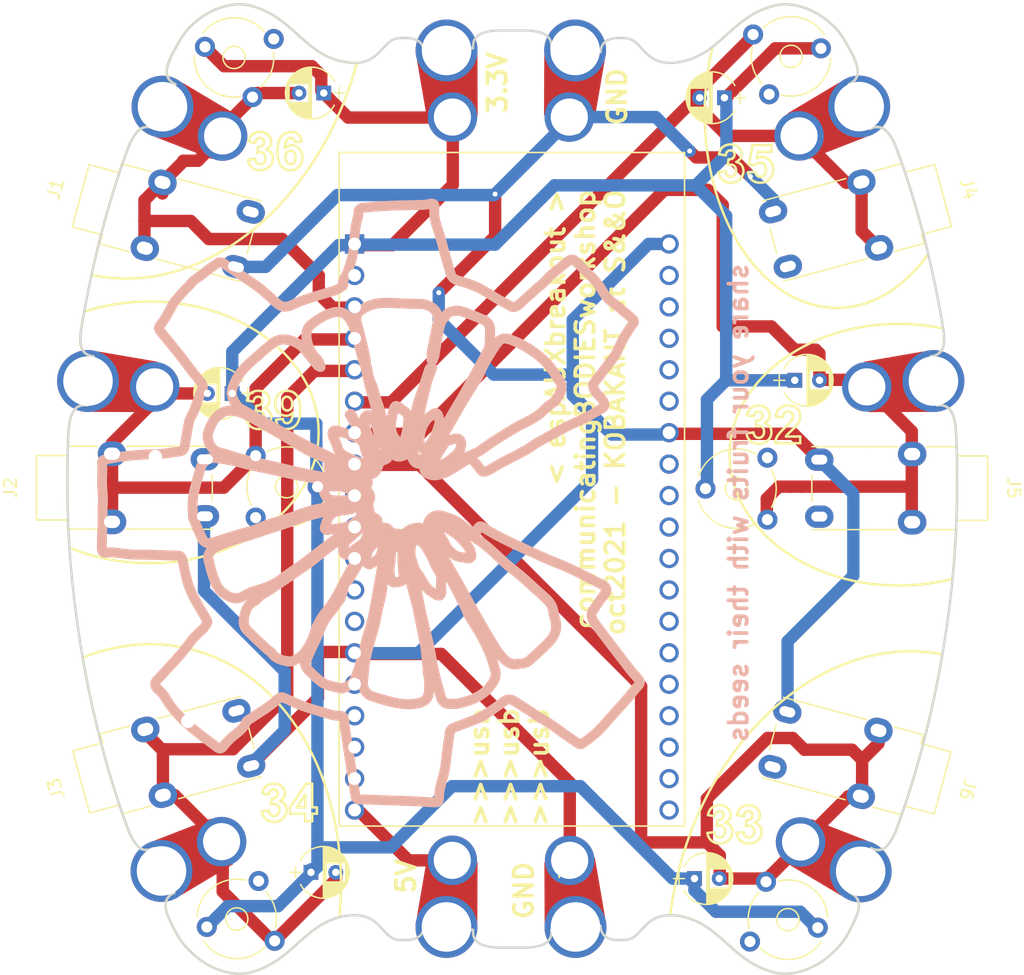
<source format=kicad_pcb>
(kicad_pcb (version 20171130) (host pcbnew "(5.1.10-1-10_14)")
  (layers (0 F.Cu signal) (31 B.Cu signal) (34 B.Paste user) (35 F.Paste user) (36 B.SilkS user) (37 F.SilkS user) (38 B.Mask user) (39 F.Mask user) (44 Edge.Cuts user))
  (net 0 "")
  (net 1 "Net-(C1-Pad2)")
  (net 2 "Net-(C1-Pad1)")
  (net 3 "Net-(U1-Pad2)")
  (net 4 "Net-(U1-Pad19)")
  (net 5 "Net-(U1-Pad9)")
  (net 6 "Net-(U1-Pad10)")
  (net 7 "Net-(U1-Pad11)")
  (net 8 "Net-(U1-Pad12)")
  (net 9 "Net-(U1-Pad13)")
  (net 10 "Net-(U1-Pad15)")
  (net 11 "Net-(U1-Pad16)")
  (net 12 "Net-(U1-Pad17)")
  (net 13 "Net-(U1-Pad18)")
  (net 14 "Net-(U1-Pad21)")
  (net 15 "Net-(U1-Pad22)")
  (net 16 "Net-(U1-Pad23)")
  (net 17 "Net-(U1-Pad24)")
  (net 18 "Net-(U1-Pad25)")
  (net 19 "Net-(U1-Pad27)")
  (net 20 "Net-(U1-Pad28)")
  (net 21 "Net-(U1-Pad29)")
  (net 22 "Net-(U1-Pad30)")
  (net 23 "Net-(U1-Pad31)")
  (net 24 "Net-(U1-Pad32)")
  (net 25 "Net-(U1-Pad33)")
  (net 26 "Net-(U1-Pad34)")
  (net 27 "Net-(U1-Pad35)")
  (net 28 "Net-(U1-Pad36)")
  (net 29 "Net-(U1-Pad37)")
  (net 30 "Net-(U1-Pad38)")
  (net 31 "Net-(J1-PadS)")
  (net 32 "Net-(C2-Pad2)")
  (net 33 "Net-(C3-Pad2)")
  (net 34 "Net-(C4-Pad2)")
  (net 35 "Net-(C5-Pad2)")
  (net 36 "Net-(C6-Pad2)")
  (net 37 "Net-(RV1-Pad1)")
  (net 38 "Net-(RV2-Pad1)")
  (net 39 "Net-(RV3-Pad1)")
  (net 40 "Net-(RV4-Pad1)")
  (net 41 "Net-(RV5-Pad1)")
  (net 42 "Net-(RV6-Pad1)")
  (net 43 "Net-(J2-PadR)")
  (net 44 "Net-(J3-PadR)")
  (net 45 "Net-(J4-PadR)")
  (net 46 "Net-(J5-PadR)")
  (net 47 "Net-(J6-PadR)")
  (net 48 "Net-(J1-PadR)")
  (module Connectors_clipping:pad_clip-edge-3mm (layer F.Cu) (at 158.67 49.47 26)
    (fp_text reference U5 (at 0 0.5 26) (layer F.SilkS))
    (fp_text value pad_2hole)
    (fp_poly (pts (xy 4.8 -2.2) (xy 3.6 -1.4) (xy 3.2 -0.6) (xy 3.2 0.6) (xy 4 1.8) (xy 4.8 2.2) (xy 4.8 2.4) (xy 0 2) (xy 0 1.8) (xy 0.8 1.6) (xy 1.4 1) (xy 1.8 0.2) (xy 1.8 -0.6) (xy 1 -1.4) (xy 0.4 -1.8) (xy 0 -1.8) (xy 0 -2) (xy 4.8 -2.4)) (layer F.Cu) (width 0.1))
    (pad 2 thru_hole circle (at 5.4 0 26) (size 5 5) (drill 4) (layers *.Cu *.Mask))
    (pad 1 thru_hole circle (at 0 0 26) (size 4 4) (drill 3) (layers *.Cu *.Mask) (net 34 "Net-(C4-Pad2)"))
  )
  (module Capacitors_THT:CP_Radial_D4.0mm_P2.00mm (layer F.Cu) (at 120.28 46.01 180)
    (fp_text reference C1 hide)
    (fp_text value CAP)
    (pad 1 thru_hole rect (at 0 0 180) (size 1.2 1.2) (drill 0.6) (layers *.Cu *.Mask) (net 2 "Net-(C1-Pad1)"))
    (pad 2 thru_hole circle (at 2 0 180) (size 1.2 1.2) (drill 0.6) (layers *.Cu *.Mask) (net 1 "Net-(C1-Pad2)"))
  )
  (module ESP32:MODULE_ESP32-DEVKITC-32D (layer F.Cu) (at 135.47 77.96)
    (fp_text reference U1 hide)
    (fp_text value ESP32-DEVKITC-32D)
    (pad 38 thru_hole circle (at 12.7 25.96) (size 1.56 1.56) (drill 1.04) (layers *.Cu *.Mask) (net 30 "Net-(U1-Pad38)"))
    (pad 37 thru_hole circle (at 12.7 23.42) (size 1.56 1.56) (drill 1.04) (layers *.Cu *.Mask) (net 29 "Net-(U1-Pad37)"))
    (pad 36 thru_hole circle (at 12.7 20.88) (size 1.56 1.56) (drill 1.04) (layers *.Cu *.Mask) (net 28 "Net-(U1-Pad36)"))
    (pad 35 thru_hole circle (at 12.7 18.34) (size 1.56 1.56) (drill 1.04) (layers *.Cu *.Mask) (net 27 "Net-(U1-Pad35)"))
    (pad 34 thru_hole circle (at 12.7 15.8) (size 1.56 1.56) (drill 1.04) (layers *.Cu *.Mask) (net 26 "Net-(U1-Pad34)"))
    (pad 33 thru_hole circle (at 12.7 13.26) (size 1.56 1.56) (drill 1.04) (layers *.Cu *.Mask) (net 25 "Net-(U1-Pad33)"))
    (pad 32 thru_hole circle (at 12.7 10.72) (size 1.56 1.56) (drill 1.04) (layers *.Cu *.Mask) (net 24 "Net-(U1-Pad32)"))
    (pad 31 thru_hole circle (at 12.7 8.18) (size 1.56 1.56) (drill 1.04) (layers *.Cu *.Mask) (net 23 "Net-(U1-Pad31)"))
    (pad 30 thru_hole circle (at 12.7 5.64) (size 1.56 1.56) (drill 1.04) (layers *.Cu *.Mask) (net 22 "Net-(U1-Pad30)"))
    (pad 29 thru_hole circle (at 12.7 3.1) (size 1.56 1.56) (drill 1.04) (layers *.Cu *.Mask) (net 21 "Net-(U1-Pad29)"))
    (pad 28 thru_hole circle (at 12.7 0.56) (size 1.56 1.56) (drill 1.04) (layers *.Cu *.Mask) (net 20 "Net-(U1-Pad28)"))
    (pad 27 thru_hole circle (at 12.7 -1.98) (size 1.56 1.56) (drill 1.04) (layers *.Cu *.Mask) (net 19 "Net-(U1-Pad27)"))
    (pad 26 thru_hole circle (at 12.7 -4.52) (size 1.56 1.56) (drill 1.04) (layers *.Cu *.Mask) (net 31 "Net-(J1-PadS)"))
    (pad 25 thru_hole circle (at 12.7 -7.06) (size 1.56 1.56) (drill 1.04) (layers *.Cu *.Mask) (net 18 "Net-(U1-Pad25)"))
    (pad 24 thru_hole circle (at 12.7 -9.6) (size 1.56 1.56) (drill 1.04) (layers *.Cu *.Mask) (net 17 "Net-(U1-Pad24)"))
    (pad 23 thru_hole circle (at 12.7 -12.14) (size 1.56 1.56) (drill 1.04) (layers *.Cu *.Mask) (net 16 "Net-(U1-Pad23)"))
    (pad 22 thru_hole circle (at 12.7 -14.68) (size 1.56 1.56) (drill 1.04) (layers *.Cu *.Mask) (net 15 "Net-(U1-Pad22)"))
    (pad 21 thru_hole circle (at 12.7 -17.22) (size 1.56 1.56) (drill 1.04) (layers *.Cu *.Mask) (net 14 "Net-(U1-Pad21)"))
    (pad 20 thru_hole circle (at 12.7 -19.76) (size 1.56 1.56) (drill 1.04) (layers *.Cu *.Mask) (net 31 "Net-(J1-PadS)"))
    (pad 18 thru_hole circle (at -12.7 23.42) (size 1.56 1.56) (drill 1.04) (layers *.Cu *.Mask) (net 13 "Net-(U1-Pad18)"))
    (pad 17 thru_hole circle (at -12.7 20.88) (size 1.56 1.56) (drill 1.04) (layers *.Cu *.Mask) (net 12 "Net-(U1-Pad17)"))
    (pad 16 thru_hole circle (at -12.7 18.34) (size 1.56 1.56) (drill 1.04) (layers *.Cu *.Mask) (net 11 "Net-(U1-Pad16)"))
    (pad 15 thru_hole circle (at -12.7 15.8) (size 1.56 1.56) (drill 1.04) (layers *.Cu *.Mask) (net 10 "Net-(U1-Pad15)"))
    (pad 14 thru_hole circle (at -12.7 13.26) (size 1.56 1.56) (drill 1.04) (layers *.Cu *.Mask) (net 31 "Net-(J1-PadS)"))
    (pad 13 thru_hole circle (at -12.7 10.72) (size 1.56 1.56) (drill 1.04) (layers *.Cu *.Mask) (net 9 "Net-(U1-Pad13)"))
    (pad 12 thru_hole circle (at -12.7 8.18) (size 1.56 1.56) (drill 1.04) (layers *.Cu *.Mask) (net 8 "Net-(U1-Pad12)"))
    (pad 11 thru_hole circle (at -12.7 5.64) (size 1.56 1.56) (drill 1.04) (layers *.Cu *.Mask) (net 7 "Net-(U1-Pad11)"))
    (pad 10 thru_hole circle (at -12.7 3.1) (size 1.56 1.56) (drill 1.04) (layers *.Cu *.Mask) (net 6 "Net-(U1-Pad10)"))
    (pad 9 thru_hole circle (at -12.7 0.56) (size 1.56 1.56) (drill 1.04) (layers *.Cu *.Mask) (net 5 "Net-(U1-Pad9)"))
    (pad 8 thru_hole circle (at -12.7 -1.98) (size 1.56 1.56) (drill 1.04) (layers *.Cu *.Mask) (net 36 "Net-(C6-Pad2)"))
    (pad 7 thru_hole circle (at -12.7 -4.52) (size 1.56 1.56) (drill 1.04) (layers *.Cu *.Mask) (net 35 "Net-(C5-Pad2)"))
    (pad 6 thru_hole circle (at -12.7 -7.06) (size 1.56 1.56) (drill 1.04) (layers *.Cu *.Mask) (net 34 "Net-(C4-Pad2)"))
    (pad 5 thru_hole circle (at -12.7 -9.6) (size 1.56 1.56) (drill 1.04) (layers *.Cu *.Mask) (net 33 "Net-(C3-Pad2)"))
    (pad 4 thru_hole circle (at -12.7 -12.14) (size 1.56 1.56) (drill 1.04) (layers *.Cu *.Mask) (net 32 "Net-(C2-Pad2)"))
    (pad 3 thru_hole circle (at -12.7 -14.68) (size 1.56 1.56) (drill 1.04) (layers *.Cu *.Mask) (net 1 "Net-(C1-Pad2)"))
    (pad 19 thru_hole circle (at -12.7 25.96) (size 1.56 1.56) (drill 1.04) (layers *.Cu *.Mask) (net 4 "Net-(U1-Pad19)"))
    (pad 2 thru_hole circle (at -12.7 -17.22) (size 1.56 1.56) (drill 1.04) (layers *.Cu *.Mask) (net 3 "Net-(U1-Pad2)"))
    (pad 1 thru_hole rect (at -12.7 -19.76) (size 1.56 1.56) (drill 1.04) (layers *.Cu *.Mask) (net 2 "Net-(C1-Pad1)"))
  )
  (module Jack_3.5mm_Lum:Jack_3.5mm_Lumberg_1503_07_Horizontal (layer F.Cu) (at 105.83 58.54 75)
    (fp_text reference J1 (at 2.75 -8.2 75 unlocked) (layer F.SilkS))
    (fp_text value AudioPlug3)
    (pad T thru_hole oval (at 5.5 0 75) (size 2 2.3) (drill oval 1 1.3) (layers *.Cu *.Mask) (net 1 "Net-(C1-Pad2)"))
    (pad T thru_hole oval (at 0 0 75) (size 2 2.3) (drill oval 1 1.3) (layers *.Cu *.Mask) (net 1 "Net-(C1-Pad2)"))
    (pad S thru_hole oval (at 0.45 7.5 75) (size 1.8 2.3) (drill oval 0.8 1.3) (layers *.Cu *.Mask) (net 31 "Net-(J1-PadS)"))
    (pad R thru_hole oval (at 5.05 7.5 75) (size 1.8 2.3) (drill oval 0.8 1.3) (layers *.Cu *.Mask) (net 48 "Net-(J1-PadR)"))
    (pad "" np_thru_hole circle (at 0.25 3.5 75) (size 1.1 1.1) (drill 1.1) (layers F&B.Cu *.Mask))
    (pad "" np_thru_hole circle (at 5.25 3.5 75) (size 1.1 1.1) (drill 1.1) (layers F&B.Cu *.Mask))
  )
  (module Capacitors_THT:CP_Radial_D4.0mm_P2.00mm (layer F.Cu) (at 112.88 70.27 180)
    (fp_text reference C2 hide)
    (fp_text value CAP)
    (pad 1 thru_hole rect (at 0 0 180) (size 1.2 1.2) (drill 0.6) (layers *.Cu *.Mask) (net 2 "Net-(C1-Pad1)"))
    (pad 2 thru_hole circle (at 2 0 180) (size 1.2 1.2) (drill 0.6) (layers *.Cu *.Mask) (net 32 "Net-(C2-Pad2)"))
  )
  (module Capacitors_THT:CP_Radial_D4.0mm_P2.00mm (layer F.Cu) (at 119.25 108.95)
    (fp_text reference C3 hide)
    (fp_text value CAP)
    (pad 1 thru_hole rect (at 0 0) (size 1.2 1.2) (drill 0.6) (layers *.Cu *.Mask) (net 2 "Net-(C1-Pad1)"))
    (pad 2 thru_hole circle (at 2 0) (size 1.2 1.2) (drill 0.6) (layers *.Cu *.Mask) (net 33 "Net-(C3-Pad2)"))
  )
  (module Capacitors_THT:CP_Radial_D4.0mm_P2.00mm (layer F.Cu) (at 152.64 46.39 180)
    (fp_text reference C4 hide)
    (fp_text value CAP)
    (pad 1 thru_hole rect (at 0 0 180) (size 1.2 1.2) (drill 0.6) (layers *.Cu *.Mask) (net 2 "Net-(C1-Pad1)"))
    (pad 2 thru_hole circle (at 2 0 180) (size 1.2 1.2) (drill 0.6) (layers *.Cu *.Mask) (net 34 "Net-(C4-Pad2)"))
  )
  (module Capacitors_THT:CP_Radial_D4.0mm_P2.00mm (layer F.Cu) (at 158.32 69.21)
    (fp_text reference C5 hide)
    (fp_text value CAP)
    (pad 1 thru_hole rect (at 0 0) (size 1.2 1.2) (drill 0.6) (layers *.Cu *.Mask) (net 2 "Net-(C1-Pad1)"))
    (pad 2 thru_hole circle (at 2 0) (size 1.2 1.2) (drill 0.6) (layers *.Cu *.Mask) (net 35 "Net-(C5-Pad2)"))
  )
  (module Capacitors_THT:CP_Radial_D4.0mm_P2.00mm (layer F.Cu) (at 150.22 109.45)
    (fp_text reference C6 hide)
    (fp_text value CAP)
    (pad 1 thru_hole rect (at 0 0) (size 1.2 1.2) (drill 0.6) (layers *.Cu *.Mask) (net 2 "Net-(C1-Pad1)"))
    (pad 2 thru_hole circle (at 2 0) (size 1.2 1.2) (drill 0.6) (layers *.Cu *.Mask) (net 36 "Net-(C6-Pad2)"))
  )
  (module Jack_3.5mm_Lum:Jack_3.5mm_Lumberg_1503_07_Horizontal (layer F.Cu) (at 103.18 80.64 90)
    (fp_text reference J2 (at 2.75 -8.2 90 unlocked) (layer F.SilkS))
    (fp_text value AudioPlug3)
    (pad T thru_hole oval (at 5.5 0 90) (size 2 2.3) (drill oval 1 1.3) (layers *.Cu *.Mask) (net 32 "Net-(C2-Pad2)"))
    (pad T thru_hole oval (at 0 0 90) (size 2 2.3) (drill oval 1 1.3) (layers *.Cu *.Mask) (net 32 "Net-(C2-Pad2)"))
    (pad S thru_hole oval (at 0.45 7.5 90) (size 1.8 2.3) (drill oval 0.8 1.3) (layers *.Cu *.Mask) (net 31 "Net-(J1-PadS)"))
    (pad R thru_hole oval (at 5.05 7.5 90) (size 1.8 2.3) (drill oval 0.8 1.3) (layers *.Cu *.Mask) (net 43 "Net-(J2-PadR)"))
    (pad "" np_thru_hole circle (at 0.25 3.5 90) (size 1.1 1.1) (drill 1.1) (layers F&B.Cu *.Mask))
    (pad "" np_thru_hole circle (at 5.25 3.5 90) (size 1.1 1.1) (drill 1.1) (layers F&B.Cu *.Mask))
  )
  (module Jack_3.5mm_Lum:Jack_3.5mm_Lumberg_1503_07_Horizontal (layer F.Cu) (at 107.29 102.72 105)
    (fp_text reference J3 (at 2.75 -8.2 105 unlocked) (layer F.SilkS))
    (fp_text value AudioPlug3)
    (pad T thru_hole oval (at 5.5 0 105) (size 2 2.3) (drill oval 1 1.3) (layers *.Cu *.Mask) (net 33 "Net-(C3-Pad2)"))
    (pad T thru_hole oval (at 0 0 105) (size 2 2.3) (drill oval 1 1.3) (layers *.Cu *.Mask) (net 33 "Net-(C3-Pad2)"))
    (pad S thru_hole oval (at 0.45 7.5 105) (size 1.8 2.3) (drill oval 0.8 1.3) (layers *.Cu *.Mask) (net 31 "Net-(J1-PadS)"))
    (pad R thru_hole oval (at 5.05 7.5 105) (size 1.8 2.3) (drill oval 0.8 1.3) (layers *.Cu *.Mask) (net 44 "Net-(J3-PadR)"))
    (pad "" np_thru_hole circle (at 0.25 3.5 105) (size 1.1 1.1) (drill 1.1) (layers F&B.Cu *.Mask))
    (pad "" np_thru_hole circle (at 5.25 3.5 105) (size 1.1 1.1) (drill 1.1) (layers F&B.Cu *.Mask))
  )
  (module Jack_3.5mm_Lum:Jack_3.5mm_Lumberg_1503_07_Horizontal (layer F.Cu) (at 163.7 53.2 285)
    (fp_text reference J4 (at 2.75 -8.2 285 unlocked) (layer F.SilkS))
    (fp_text value AudioPlug3)
    (pad T thru_hole oval (at 5.5 0 285) (size 2 2.3) (drill oval 1 1.3) (layers *.Cu *.Mask) (net 34 "Net-(C4-Pad2)"))
    (pad T thru_hole oval (at 0 0 285) (size 2 2.3) (drill oval 1 1.3) (layers *.Cu *.Mask) (net 34 "Net-(C4-Pad2)"))
    (pad S thru_hole oval (at 0.45 7.5 285) (size 1.8 2.3) (drill oval 0.8 1.3) (layers *.Cu *.Mask) (net 31 "Net-(J1-PadS)"))
    (pad R thru_hole oval (at 5.05 7.5 285) (size 1.8 2.3) (drill oval 0.8 1.3) (layers *.Cu *.Mask) (net 45 "Net-(J4-PadR)"))
    (pad "" np_thru_hole circle (at 0.25 3.5 285) (size 1.1 1.1) (drill 1.1) (layers F&B.Cu *.Mask))
    (pad "" np_thru_hole circle (at 5.25 3.5 285) (size 1.1 1.1) (drill 1.1) (layers F&B.Cu *.Mask))
  )
  (module Jack_3.5mm_Lum:Jack_3.5mm_Lumberg_1503_07_Horizontal (layer F.Cu) (at 167.8 75.17 270)
    (fp_text reference J5 (at 2.75 -8.2 270 unlocked) (layer F.SilkS))
    (fp_text value AudioPlug3)
    (pad T thru_hole oval (at 5.5 0 270) (size 2 2.3) (drill oval 1 1.3) (layers *.Cu *.Mask) (net 35 "Net-(C5-Pad2)"))
    (pad T thru_hole oval (at 0 0 270) (size 2 2.3) (drill oval 1 1.3) (layers *.Cu *.Mask) (net 35 "Net-(C5-Pad2)"))
    (pad S thru_hole oval (at 0.45 7.5 270) (size 1.8 2.3) (drill oval 0.8 1.3) (layers *.Cu *.Mask) (net 31 "Net-(J1-PadS)"))
    (pad R thru_hole oval (at 5.05 7.5 270) (size 1.8 2.3) (drill oval 0.8 1.3) (layers *.Cu *.Mask) (net 46 "Net-(J5-PadR)"))
    (pad "" np_thru_hole circle (at 0.25 3.5 270) (size 1.1 1.1) (drill 1.1) (layers F&B.Cu *.Mask))
    (pad "" np_thru_hole circle (at 5.25 3.5 270) (size 1.1 1.1) (drill 1.1) (layers F&B.Cu *.Mask))
  )
  (module Jack_3.5mm_Lum:Jack_3.5mm_Lumberg_1503_07_Horizontal (layer F.Cu) (at 165.08 97.49 255)
    (fp_text reference J6 (at 2.75 -8.2 255 unlocked) (layer F.SilkS))
    (fp_text value AudioPlug3)
    (pad T thru_hole oval (at 5.5 0 255) (size 2 2.3) (drill oval 1 1.3) (layers *.Cu *.Mask) (net 36 "Net-(C6-Pad2)"))
    (pad T thru_hole oval (at 0 0 255) (size 2 2.3) (drill oval 1 1.3) (layers *.Cu *.Mask) (net 36 "Net-(C6-Pad2)"))
    (pad S thru_hole oval (at 0.45 7.5 255) (size 1.8 2.3) (drill oval 0.8 1.3) (layers *.Cu *.Mask) (net 31 "Net-(J1-PadS)"))
    (pad R thru_hole oval (at 5.05 7.5 255) (size 1.8 2.3) (drill oval 0.8 1.3) (layers *.Cu *.Mask) (net 47 "Net-(J6-PadR)"))
    (pad "" np_thru_hole circle (at 0.25 3.5 255) (size 1.1 1.1) (drill 1.1) (layers F&B.Cu *.Mask))
    (pad "" np_thru_hole circle (at 5.25 3.5 255) (size 1.1 1.1) (drill 1.1) (layers F&B.Cu *.Mask))
  )
  (module Potentiometers:Potentiometer_Trimmer_Piher_PT-6v_Horizontal (layer F.Cu) (at 116.24 41.64 160)
    (fp_text reference RV1 hide)
    (fp_text value R_POT_US)
    (pad 3 thru_hole circle (at 0 -5 160) (size 1.62 1.62) (drill 0.9) (layers *.Cu *.Mask) (net 1 "Net-(C1-Pad2)"))
    (pad 2 thru_hole circle (at 5 -2.5 160) (size 1.62 1.62) (drill 0.9) (layers *.Cu *.Mask) (net 2 "Net-(C1-Pad1)"))
    (pad 1 thru_hole circle (at 0 0 160) (size 1.62 1.62) (drill 0.9) (layers *.Cu *.Mask) (net 37 "Net-(RV1-Pad1)"))
  )
  (module Potentiometers:Potentiometer_Trimmer_Piher_PT-6v_Horizontal (layer F.Cu) (at 114.78 80.3)
    (fp_text reference RV2 hide)
    (fp_text value R_POT_US)
    (pad 3 thru_hole circle (at 0 -5) (size 1.62 1.62) (drill 0.9) (layers *.Cu *.Mask) (net 32 "Net-(C2-Pad2)"))
    (pad 2 thru_hole circle (at 5 -2.5) (size 1.62 1.62) (drill 0.9) (layers *.Cu *.Mask) (net 2 "Net-(C1-Pad1)"))
    (pad 1 thru_hole circle (at 0 0) (size 1.62 1.62) (drill 0.9) (layers *.Cu *.Mask) (net 38 "Net-(RV2-Pad1)"))
  )
  (module Potentiometers:Potentiometer_Trimmer_Piher_PT-6v_Horizontal (layer F.Cu) (at 115.02 109.65 195)
    (fp_text reference RV3 hide)
    (fp_text value R_POT_US)
    (pad 3 thru_hole circle (at 0 -5 195) (size 1.62 1.62) (drill 0.9) (layers *.Cu *.Mask) (net 33 "Net-(C3-Pad2)"))
    (pad 2 thru_hole circle (at 5 -2.5 195) (size 1.62 1.62) (drill 0.9) (layers *.Cu *.Mask) (net 2 "Net-(C1-Pad1)"))
    (pad 1 thru_hole circle (at 0 0 195) (size 1.62 1.62) (drill 0.9) (layers *.Cu *.Mask) (net 39 "Net-(RV3-Pad1)"))
  )
  (module Potentiometers:Potentiometer_Trimmer_Piher_PT-6v_Horizontal (layer F.Cu) (at 156.25 46.11 15)
    (fp_text reference RV4 hide)
    (fp_text value R_POT_US)
    (pad 3 thru_hole circle (at 0 -5 15) (size 1.62 1.62) (drill 0.9) (layers *.Cu *.Mask) (net 34 "Net-(C4-Pad2)"))
    (pad 2 thru_hole circle (at 5 -2.5 15) (size 1.62 1.62) (drill 0.9) (layers *.Cu *.Mask) (net 2 "Net-(C1-Pad1)"))
    (pad 1 thru_hole circle (at 0 0 15) (size 1.62 1.62) (drill 0.9) (layers *.Cu *.Mask) (net 40 "Net-(RV4-Pad1)"))
  )
  (module Potentiometers:Potentiometer_Trimmer_Piher_PT-6v_Horizontal (layer F.Cu) (at 156.11 75.46 180)
    (fp_text reference RV5 hide)
    (fp_text value R_POT_US)
    (pad 3 thru_hole circle (at 0 -5 180) (size 1.62 1.62) (drill 0.9) (layers *.Cu *.Mask) (net 35 "Net-(C5-Pad2)"))
    (pad 2 thru_hole circle (at 5 -2.5 180) (size 1.62 1.62) (drill 0.9) (layers *.Cu *.Mask) (net 2 "Net-(C1-Pad1)"))
    (pad 1 thru_hole circle (at 0 0 180) (size 1.62 1.62) (drill 0.9) (layers *.Cu *.Mask) (net 41 "Net-(RV5-Pad1)"))
  )
  (module Potentiometers:Potentiometer_Trimmer_Piher_PT-6v_Horizontal (layer F.Cu) (at 154.703323 114.540719 345)
    (fp_text reference RV6 hide)
    (fp_text value R_POT_US)
    (pad 3 thru_hole circle (at 0 -5 345) (size 1.62 1.62) (drill 0.9) (layers *.Cu *.Mask) (net 36 "Net-(C6-Pad2)"))
    (pad 2 thru_hole circle (at 5 -2.5 345) (size 1.62 1.62) (drill 0.9) (layers *.Cu *.Mask) (net 2 "Net-(C1-Pad1)"))
    (pad 1 thru_hole circle (at 0 0 345) (size 1.62 1.62) (drill 0.9) (layers *.Cu *.Mask) (net 42 "Net-(RV6-Pad1)"))
  )
  (module Connectors_clipping:pad_clip-edge-3mm (layer F.Cu) (at 112.11 49.48 154)
    (fp_text reference U2 (at 0 0.5 154) (layer F.SilkS))
    (fp_text value pad_2hole)
    (fp_poly (pts (xy 4.8 -2.2) (xy 3.6 -1.4) (xy 3.2 -0.6) (xy 3.2 0.6) (xy 4 1.8) (xy 4.8 2.2) (xy 4.8 2.4) (xy 0 2) (xy 0 1.8) (xy 0.8 1.6) (xy 1.4 1) (xy 1.8 0.2) (xy 1.8 -0.6) (xy 1 -1.4) (xy 0.4 -1.8) (xy 0 -1.8) (xy 0 -2) (xy 4.8 -2.4)) (layer F.Cu) (width 0.1))
    (pad 2 thru_hole circle (at 5.4 0 154) (size 5 5) (drill 4) (layers *.Cu *.Mask))
    (pad 1 thru_hole circle (at 0 0 154) (size 4 4) (drill 3) (layers *.Cu *.Mask) (net 1 "Net-(C1-Pad2)"))
  )
  (module Connectors_clipping:pad_clip-edge-3mm (layer F.Cu) (at 106.62 69.74 175)
    (fp_text reference U3 (at 0 0.5 175) (layer F.SilkS))
    (fp_text value pad_2hole)
    (fp_poly (pts (xy 4.8 -2.2) (xy 3.6 -1.4) (xy 3.2 -0.6) (xy 3.2 0.6) (xy 4 1.8) (xy 4.8 2.2) (xy 4.8 2.4) (xy 0 2) (xy 0 1.8) (xy 0.8 1.6) (xy 1.4 1) (xy 1.8 0.2) (xy 1.8 -0.6) (xy 1 -1.4) (xy 0.4 -1.8) (xy 0 -1.8) (xy 0 -2) (xy 4.8 -2.4)) (layer F.Cu) (width 0.1))
    (pad 2 thru_hole circle (at 5.4 0 175) (size 5 5) (drill 4) (layers *.Cu *.Mask))
    (pad 1 thru_hole circle (at 0 0 175) (size 4 4) (drill 3) (layers *.Cu *.Mask) (net 32 "Net-(C2-Pad2)"))
  )
  (module Connectors_clipping:pad_clip-edge-3mm (layer F.Cu) (at 112.03 106.47 206)
    (fp_text reference U4 (at 0 0.5 26) (layer F.SilkS))
    (fp_text value pad_2hole)
    (fp_poly (pts (xy 4.8 -2.2) (xy 3.6 -1.4) (xy 3.2 -0.6) (xy 3.2 0.6) (xy 4 1.8) (xy 4.8 2.2) (xy 4.8 2.4) (xy 0 2) (xy 0 1.8) (xy 0.8 1.6) (xy 1.4 1) (xy 1.8 0.2) (xy 1.8 -0.6) (xy 1 -1.4) (xy 0.4 -1.8) (xy 0 -1.8) (xy 0 -2) (xy 4.8 -2.4)) (layer F.Cu) (width 0.1))
    (pad 2 thru_hole circle (at 5.4 0 206) (size 5 5) (drill 4) (layers *.Cu *.Mask))
    (pad 1 thru_hole circle (at 0 0 206) (size 4 4) (drill 3) (layers *.Cu *.Mask) (net 33 "Net-(C3-Pad2)"))
  )
  (module Connectors_clipping:pad_clip-edge-3mm (layer F.Cu) (at 164.14 69.74 5)
    (fp_text reference U6 (at 0 0.5 5) (layer F.SilkS))
    (fp_text value pad_2hole)
    (fp_poly (pts (xy 4.8 -2.2) (xy 3.6 -1.4) (xy 3.2 -0.6) (xy 3.2 0.6) (xy 4 1.8) (xy 4.8 2.2) (xy 4.8 2.4) (xy 0 2) (xy 0 1.8) (xy 0.8 1.6) (xy 1.4 1) (xy 1.8 0.2) (xy 1.8 -0.6) (xy 1 -1.4) (xy 0.4 -1.8) (xy 0 -1.8) (xy 0 -2) (xy 4.8 -2.4)) (layer F.Cu) (width 0.1))
    (pad 2 thru_hole circle (at 5.4 0 5) (size 5 5) (drill 4) (layers *.Cu *.Mask))
    (pad 1 thru_hole circle (at 0 0 5) (size 4 4) (drill 3) (layers *.Cu *.Mask) (net 35 "Net-(C5-Pad2)"))
  )
  (module Connectors_clipping:pad_clip-edge-3mm (layer F.Cu) (at 158.79 106.5 334)
    (fp_text reference U7 (at 0 0.5 154) (layer F.SilkS))
    (fp_text value pad_2hole)
    (fp_poly (pts (xy 4.8 -2.2) (xy 3.6 -1.4) (xy 3.2 -0.6) (xy 3.2 0.6) (xy 4 1.8) (xy 4.8 2.2) (xy 4.8 2.4) (xy 0 2) (xy 0 1.8) (xy 0.8 1.6) (xy 1.4 1) (xy 1.8 0.2) (xy 1.8 -0.6) (xy 1 -1.4) (xy 0.4 -1.8) (xy 0 -1.8) (xy 0 -2) (xy 4.8 -2.4)) (layer F.Cu) (width 0.1))
    (pad 2 thru_hole circle (at 5.4 0 334) (size 5 5) (drill 4) (layers *.Cu *.Mask))
    (pad 1 thru_hole circle (at 0 0 334) (size 4 4) (drill 3) (layers *.Cu *.Mask) (net 36 "Net-(C6-Pad2)"))
  )
  (module Connectors_clipping:pad_clip-edge-3mm (layer F.Cu) (at 130.67 47.95 95)
    (fp_text reference U8 (at 0 0.5 95) (layer F.SilkS))
    (fp_text value pad_2hole)
    (fp_poly (pts (xy 4.8 -2.2) (xy 3.6 -1.4) (xy 3.2 -0.6) (xy 3.2 0.6) (xy 4 1.8) (xy 4.8 2.2) (xy 4.8 2.4) (xy 0 2) (xy 0 1.8) (xy 0.8 1.6) (xy 1.4 1) (xy 1.8 0.2) (xy 1.8 -0.6) (xy 1 -1.4) (xy 0.4 -1.8) (xy 0 -1.8) (xy 0 -2) (xy 4.8 -2.4)) (layer F.Cu) (width 0.1))
    (pad 2 thru_hole circle (at 5.4 0 95) (size 5 5) (drill 4) (layers *.Cu *.Mask))
    (pad 1 thru_hole circle (at 0 0 95) (size 4 4) (drill 3) (layers *.Cu *.Mask) (net 2 "Net-(C1-Pad1)"))
  )
  (module Connectors_clipping:pad_clip-edge-3mm (layer F.Cu) (at 130.66 107.98 265)
    (fp_text reference U9 (at 0 0.5 85) (layer F.SilkS))
    (fp_text value pad_2hole)
    (fp_poly (pts (xy 4.8 -2.2) (xy 3.6 -1.4) (xy 3.2 -0.6) (xy 3.2 0.6) (xy 4 1.8) (xy 4.8 2.2) (xy 4.8 2.4) (xy 0 2) (xy 0 1.8) (xy 0.8 1.6) (xy 1.4 1) (xy 1.8 0.2) (xy 1.8 -0.6) (xy 1 -1.4) (xy 0.4 -1.8) (xy 0 -1.8) (xy 0 -2) (xy 4.8 -2.4)) (layer F.Cu) (width 0.1))
    (pad 2 thru_hole circle (at 5.4 0 265) (size 5 5) (drill 4) (layers *.Cu *.Mask))
    (pad 1 thru_hole circle (at 0 0 265) (size 4 4) (drill 3) (layers *.Cu *.Mask) (net 4 "Net-(U1-Pad19)"))
  )
  (module Connectors_clipping:pad_clip-edge-3mm (layer F.Cu) (at 140.11 47.95 85)
    (fp_text reference U10 (at 0 0.5 85) (layer F.SilkS))
    (fp_text value pad_2hole)
    (fp_poly (pts (xy 4.8 -2.2) (xy 3.6 -1.4) (xy 3.2 -0.6) (xy 3.2 0.6) (xy 4 1.8) (xy 4.8 2.2) (xy 4.8 2.4) (xy 0 2) (xy 0 1.8) (xy 0.8 1.6) (xy 1.4 1) (xy 1.8 0.2) (xy 1.8 -0.6) (xy 1 -1.4) (xy 0.4 -1.8) (xy 0 -1.8) (xy 0 -2) (xy 4.8 -2.4)) (layer F.Cu) (width 0.1))
    (pad 2 thru_hole circle (at 5.4 0 85) (size 5 5) (drill 4) (layers *.Cu *.Mask))
    (pad 1 thru_hole circle (at 0 0 85) (size 4 4) (drill 3) (layers *.Cu *.Mask) (net 31 "Net-(J1-PadS)"))
  )
  (module Connectors_clipping:pad_clip-edge-3mm (layer F.Cu) (at 140.14 107.98 275)
    (fp_text reference U11 (at 0 0.5 95) (layer F.SilkS))
    (fp_text value pad_2hole)
    (fp_poly (pts (xy 4.8 -2.2) (xy 3.6 -1.4) (xy 3.2 -0.6) (xy 3.2 0.6) (xy 4 1.8) (xy 4.8 2.2) (xy 4.8 2.4) (xy 0 2) (xy 0 1.8) (xy 0.8 1.6) (xy 1.4 1) (xy 1.8 0.2) (xy 1.8 -0.6) (xy 1 -1.4) (xy 0.4 -1.8) (xy 0 -1.8) (xy 0 -2) (xy 4.8 -2.4)) (layer F.Cu) (width 0.1))
    (pad 2 thru_hole circle (at 5.4 0 275) (size 5 5) (drill 4) (layers *.Cu *.Mask))
    (pad 1 thru_hole circle (at 0 0 275) (size 4 4) (drill 3) (layers *.Cu *.Mask) (net 31 "Net-(J1-PadS)"))
  )
  (gr_curve (pts (xy 130.255364 63.837758) (xy 130.002831 64.113852) (xy 129.743889 64.445878) (xy 129.654639 64.797006)) (layer B.SilkS) (width 0.8))
  (gr_curve (pts (xy 130.903533 63.594026) (xy 130.67677 63.621018) (xy 130.396063 63.683925) (xy 130.255364 63.837758)) (layer B.SilkS) (width 0.8))
  (gr_curve (pts (xy 131.548762 63.68555) (xy 131.346331 63.613869) (xy 131.113006 63.569094) (xy 130.903533 63.594026)) (layer B.SilkS) (width 0.8))
  (gr_curve (pts (xy 133.203966 64.335937) (xy 132.66637 64.087985) (xy 132.107506 63.883397) (xy 131.548762 63.68555)) (layer B.SilkS) (width 0.8))
  (gr_curve (pts (xy 133.716035 65.196026) (xy 133.738531 64.790345) (xy 133.543513 64.492545) (xy 133.203966 64.335937)) (layer B.SilkS) (width 0.8))
  (gr_curve (pts (xy 133.657494 66.440276) (xy 133.701583 66.028181) (xy 133.693039 65.610734) (xy 133.716035 65.196026)) (layer B.SilkS) (width 0.8))
  (gr_curve (pts (xy 123.324527 65.988984) (xy 123.449923 66.513269) (xy 123.562141 67.040991) (xy 123.665521 67.570065)) (layer B.SilkS) (width 0.8))
  (gr_curve (pts (xy 122.96204 64.632717) (xy 123.089419 65.082989) (xy 123.215708 65.534004) (xy 123.324527 65.988984)) (layer B.SilkS) (width 0.8))
  (gr_curve (pts (xy 123.457123 63.436837) (xy 122.958096 63.749285) (xy 122.799636 64.05863) (xy 122.96204 64.632717)) (layer B.SilkS) (width 0.8))
  (gr_curve (pts (xy 126.122802 62.976421) (xy 125.19524 62.91649) (xy 124.291519 62.914407) (xy 123.457123 63.436837)) (layer B.SilkS) (width 0.8))
  (gr_curve (pts (xy 127.95342 63.03769) (xy 127.343387 63.043639) (xy 126.731926 63.015776) (xy 126.122802 62.976421)) (layer B.SilkS) (width 0.8))
  (gr_curve (pts (xy 129.445503 63.875433) (xy 129.247523 63.334262) (xy 128.641354 63.030977) (xy 127.95342 63.03769)) (layer B.SilkS) (width 0.8))
  (gr_curve (pts (xy 129.496521 64.471801) (xy 129.531261 64.281004) (xy 129.512098 64.057473) (xy 129.445503 63.875433)) (layer B.SilkS) (width 0.8))
  (gr_curve (pts (xy 129.022956 66.831605) (xy 129.172459 66.043401) (xy 129.352827 65.26097) (xy 129.496521 64.471801)) (layer B.SilkS) (width 0.8))
  (gr_curve (pts (xy 128.981041 67.538173) (xy 128.993411 67.302347) (xy 128.979348 67.061504) (xy 129.022956 66.831605)) (layer B.SilkS) (width 0.8))
  (gr_curve (pts (xy 129.083431 67.566293) (xy 129.049299 67.556922) (xy 129.01517 67.547548) (xy 128.981041 67.538173)) (layer B.SilkS) (width 0.8))
  (gr_curve (pts (xy 129.21761 67.189541) (xy 129.194172 67.318981) (xy 129.129202 67.440898) (xy 129.083431 67.566293)) (layer B.SilkS) (width 0.8))
  (gr_curve (pts (xy 129.654639 64.797006) (xy 129.455414 65.580824) (xy 129.362143 66.391361) (xy 129.21761 67.189541)) (layer B.SilkS) (width 0.8))
  (gr_curve (pts (xy 123.599721 68.030829) (xy 123.549015 67.875278) (xy 123.491484 67.721572) (xy 123.448755 67.563859)) (layer B.SilkS) (width 0.8))
  (gr_curve (pts (xy 123.669814 68.019811) (xy 123.646449 68.023482) (xy 123.623086 68.027157) (xy 123.599721 68.030829)) (layer B.SilkS) (width 0.8))
  (gr_curve (pts (xy 123.665521 67.570065) (xy 123.693788 67.714735) (xy 123.669814 67.869617) (xy 123.669814 68.019811)) (layer B.SilkS) (width 0.8))
  (gr_curve (pts (xy 119.333521 64.648262) (xy 118.937446 64.94525) (xy 118.823047 65.348972) (xy 118.893611 65.826063)) (layer B.SilkS) (width 0.8))
  (gr_curve (pts (xy 121.102855 63.720694) (xy 120.424415 63.868811) (xy 119.872704 64.243965) (xy 119.333521 64.648262)) (layer B.SilkS) (width 0.8))
  (gr_curve (pts (xy 122.393546 64.269976) (xy 122.064931 63.768271) (xy 121.59635 63.61296) (xy 121.102855 63.720694)) (layer B.SilkS) (width 0.8))
  (gr_curve (pts (xy 122.810244 65.209098) (xy 122.713262 64.882584) (xy 122.579097 64.553265) (xy 122.393546 64.269976)) (layer B.SilkS) (width 0.8))
  (gr_curve (pts (xy 123.448755 67.563859) (xy 123.236073 66.778836) (xy 123.041736 65.988461) (xy 122.810244 65.209098)) (layer B.SilkS) (width 0.8))
  (gr_curve (pts (xy 118.017445 76.849411) (xy 117.229137 76.693733) (xy 116.448453 76.499742) (xy 115.663221 76.328051)) (layer B.SilkS) (width 0.8))
  (gr_curve (pts (xy 120.419869 77.26923) (xy 119.619863 77.124717) (xy 118.814783 77.00687) (xy 118.017445 76.849411)) (layer B.SilkS) (width 0.8))
  (gr_curve (pts (xy 121.372552 77.48289) (xy 121.057253 77.402566) (xy 120.739894 77.327036) (xy 120.419869 77.26923)) (layer B.SilkS) (width 0.8))
  (gr_curve (pts (xy 122.675105 77.839542) (xy 122.246161 77.70396) (xy 121.808794 77.594026) (xy 121.372552 77.48289)) (layer B.SilkS) (width 0.8))
  (gr_curve (pts (xy 123.590924 78.425999) (xy 123.377019 78.089554) (xy 123.028295 77.951175) (xy 122.675105 77.839542)) (layer B.SilkS) (width 0.8))
  (gr_curve (pts (xy 123.432252 78.891204) (xy 123.687017 78.837977) (xy 123.735139 78.652828) (xy 123.590924 78.425999)) (layer B.SilkS) (width 0.8))
  (gr_curve (pts (xy 120.990497 79.36324) (xy 121.804266 79.205001) (xy 122.620878 79.060718) (xy 123.432252 78.891204)) (layer B.SilkS) (width 0.8))
  (gr_curve (pts (xy 119.67111 79.631738) (xy 120.112316 79.549858) (xy 120.549949 79.448905) (xy 120.990497 79.36324)) (layer B.SilkS) (width 0.8))
  (gr_curve (pts (xy 118.135496 80.100717) (xy 118.640476 79.912567) (xy 119.140569 79.730196) (xy 119.67111 79.631738)) (layer B.SilkS) (width 0.8))
  (gr_curve (pts (xy 115.775654 80.862994) (xy 116.559716 80.600876) (xy 117.361675 80.389035) (xy 118.135496 80.100717)) (layer B.SilkS) (width 0.8))
  (gr_curve (pts (xy 114.64314 81.305298) (xy 115.027642 81.179245) (xy 115.391758 80.991334) (xy 115.775654 80.862994)) (layer B.SilkS) (width 0.8))
  (gr_curve (pts (xy 113.116272 81.747357) (xy 113.624144 81.596197) (xy 114.139966 81.470255) (xy 114.64314 81.305298)) (layer B.SilkS) (width 0.8))
  (gr_curve (pts (xy 111.85167 82.142515) (xy 112.274867 82.016378) (xy 112.693028 81.873327) (xy 113.116272 81.747357)) (layer B.SilkS) (width 0.8))
  (gr_curve (pts (xy 110.959969 82.362608) (xy 111.260383 82.346686) (xy 111.557207 82.230282) (xy 111.85167 82.142515)) (layer B.SilkS) (width 0.8))
  (gr_curve (pts (xy 110.501034 82.079322) (xy 110.572266 82.221188) (xy 110.807984 82.370661) (xy 110.959969 82.362608)) (layer B.SilkS) (width 0.8))
  (gr_curve (pts (xy 109.748564 80.364991) (xy 109.987047 80.941923) (xy 110.221321 81.522255) (xy 110.501034 82.079322)) (layer B.SilkS) (width 0.8))
  (gr_curve (pts (xy 109.717146 80.023507) (xy 109.726068 80.137976) (xy 109.706852 80.264084) (xy 109.748564 80.364991)) (layer B.SilkS) (width 0.8))
  (gr_curve (pts (xy 109.726821 80.022769) (xy 109.723596 80.023015) (xy 109.720371 80.023262) (xy 109.717146 80.023507)) (layer B.SilkS) (width 0.8))
  (gr_curve (pts (xy 123.859354 69.029677) (xy 123.79605 68.767109) (xy 123.72288 68.50692) (xy 123.653999 68.245694)) (layer B.SilkS) (width 0.8))
  (gr_curve (pts (xy 124.011447 69.726351) (xy 123.94778 69.497755) (xy 123.915057 69.26072) (xy 123.859354 69.029677)) (layer B.SilkS) (width 0.8))
  (gr_curve (pts (xy 124.656598 71.993667) (xy 124.448322 71.236035) (xy 124.222271 70.4833) (xy 124.011447 69.726351)) (layer B.SilkS) (width 0.8))
  (gr_curve (pts (xy 124.916357 73.104636) (xy 124.836837 72.732751) (xy 124.757339 72.360122) (xy 124.656598 71.993667)) (layer B.SilkS) (width 0.8))
  (gr_curve (pts (xy 125.231767 74.662218) (xy 125.132945 74.141816) (xy 125.027119 73.622646) (xy 124.916357 73.104636)) (layer B.SilkS) (width 0.8))
  (gr_curve (pts (xy 125.254711 75.084279) (xy 125.269103 74.945614) (xy 125.257888 74.799772) (xy 125.231767 74.662218)) (layer B.SilkS) (width 0.8))
  (gr_curve (pts (xy 124.82001 75.294692) (xy 125.081302 75.435053) (xy 125.223961 75.380549) (xy 125.254711 75.084279)) (layer B.SilkS) (width 0.8))
  (gr_curve (pts (xy 123.891282 74.210039) (xy 124.151357 74.614495) (xy 124.367414 75.051568) (xy 124.82001 75.294692)) (layer B.SilkS) (width 0.8))
  (gr_curve (pts (xy 123.612252 73.847889) (xy 123.70586 73.968221) (xy 123.809154 74.082321) (xy 123.891282 74.210039)) (layer B.SilkS) (width 0.8))
  (gr_curve (pts (xy 123.511625 73.901519) (xy 123.545167 73.883645) (xy 123.57871 73.865767) (xy 123.612252 73.847889)) (layer B.SilkS) (width 0.8))
  (gr_curve (pts (xy 123.700901 74.343183) (xy 123.620294 74.20628) (xy 123.573728 74.049324) (xy 123.511625 73.901519)) (layer B.SilkS) (width 0.8))
  (gr_curve (pts (xy 124.39165 75.470714) (xy 124.172523 75.088503) (xy 123.924511 74.722954) (xy 123.700901 74.343183)) (layer B.SilkS) (width 0.8))
  (gr_curve (pts (xy 123.747267 76.56147) (xy 124.419408 76.56685) (xy 124.618529 75.866449) (xy 124.39165 75.470714)) (layer B.SilkS) (width 0.8))
  (gr_curve (pts (xy 122.485906 76.225447) (xy 122.886571 76.418096) (xy 123.282975 76.557752) (xy 123.747267 76.56147)) (layer B.SilkS) (width 0.8))
  (gr_curve (pts (xy 119.970746 75.030207) (xy 120.802381 75.442237) (xy 121.649341 75.823207) (xy 122.485906 76.225447)) (layer B.SilkS) (width 0.8))
  (gr_curve (pts (xy 117.71696 73.851941) (xy 118.459183 74.261216) (xy 119.21126 74.653926) (xy 119.970746 75.030207)) (layer B.SilkS) (width 0.8))
  (gr_curve (pts (xy 115.325144 72.478969) (xy 116.124999 72.932097) (xy 116.912073 73.408113) (xy 117.71696 73.851941)) (layer B.SilkS) (width 0.8))
  (gr_curve (pts (xy 113.51453 71.483325) (xy 114.11995 71.81176) (xy 114.725899 72.139493) (xy 115.325144 72.478969)) (layer B.SilkS) (width 0.8))
  (gr_curve (pts (xy 112.842879 70.182806) (xy 112.792943 70.536801) (xy 113.215039 71.320856) (xy 113.51453 71.483325)) (layer B.SilkS) (width 0.8))
  (gr_curve (pts (xy 113.603131 68.545648) (xy 113.225507 69.044247) (xy 112.930451 69.56202) (xy 112.842879 70.182806)) (layer B.SilkS) (width 0.8))
  (gr_curve (pts (xy 115.048509 67.145438) (xy 114.552322 67.595745) (xy 114.01661 67.99971) (xy 113.603131 68.545648)) (layer B.SilkS) (width 0.8))
  (gr_curve (pts (xy 116.25153 66.150134) (xy 115.834015 66.459892) (xy 115.433685 66.795879) (xy 115.048509 67.145438)) (layer B.SilkS) (width 0.8))
  (gr_curve (pts (xy 117.346969 65.94233) (xy 116.972739 65.874397) (xy 116.57124 65.912937) (xy 116.25153 66.150134)) (layer B.SilkS) (width 0.8))
  (gr_curve (pts (xy 118.773744 66.753361) (xy 118.40279 66.301884) (xy 117.906012 66.043817) (xy 117.346969 65.94233)) (layer B.SilkS) (width 0.8))
  (gr_curve (pts (xy 119.788512 68.005683) (xy 119.44668 67.591193) (xy 119.114828 67.168482) (xy 118.773744 66.753361)) (layer B.SilkS) (width 0.8))
  (gr_curve (pts (xy 120.017409 68.127392) (xy 119.922788 68.102347) (xy 119.83942 68.067407) (xy 119.788512 68.005683)) (layer B.SilkS) (width 0.8))
  (gr_curve (pts (xy 119.585125 67.343045) (xy 119.784741 67.555011) (xy 119.990609 67.796413) (xy 120.017409 68.127392)) (layer B.SilkS) (width 0.8))
  (gr_curve (pts (xy 118.893611 65.826063) (xy 118.978456 66.399679) (xy 119.176399 66.90904) (xy 119.585125 67.343045)) (layer B.SilkS) (width 0.8))
  (gr_curve (pts (xy 129.575509 80.421172) (xy 129.281993 80.419122) (xy 128.99294 80.627319) (xy 128.983282 80.913747)) (layer B.SilkS) (width 0.8))
  (gr_curve (pts (xy 130.910108 80.880748) (xy 130.500116 80.650391) (xy 130.07257 80.424647) (xy 129.575509 80.421172)) (layer B.SilkS) (width 0.8))
  (gr_curve (pts (xy 132.136346 81.717068) (xy 131.727592 81.437763) (xy 131.339785 81.122169) (xy 130.910108 80.880748)) (layer B.SilkS) (width 0.8))
  (gr_curve (pts (xy 132.562781 81.981696) (xy 132.420584 81.893537) (xy 132.274336 81.811357) (xy 132.136346 81.717068)) (layer B.SilkS) (width 0.8))
  (gr_curve (pts (xy 135.127686 84.144059) (xy 134.291233 83.400932) (xy 133.523454 82.577284) (xy 132.562781 81.981696)) (layer B.SilkS) (width 0.8))
  (gr_curve (pts (xy 136.160745 84.972234) (xy 135.826596 84.684296) (xy 135.457198 84.436805) (xy 135.127686 84.144059)) (layer B.SilkS) (width 0.8))
  (gr_curve (pts (xy 137.418276 86.110199) (xy 136.999169 85.730755) (xy 136.588872 85.341159) (xy 136.160745 84.972234)) (layer B.SilkS) (width 0.8))
  (gr_curve (pts (xy 138.300815 86.908546) (xy 138.017983 86.630874) (xy 137.712383 86.376474) (xy 137.418276 86.110199)) (layer B.SilkS) (width 0.8))
  (gr_curve (pts (xy 138.828887 87.923746) (xy 138.787462 87.508005) (xy 138.583377 87.185952) (xy 138.300815 86.908546)) (layer B.SilkS) (width 0.8))
  (gr_curve (pts (xy 138.996036 88.618154) (xy 138.939505 88.386585) (xy 138.852269 88.158429) (xy 138.828887 87.923746)) (layer B.SilkS) (width 0.8))
  (gr_curve (pts (xy 138.409345 90.419803) (xy 138.900906 89.925441) (xy 139.172098 89.339353) (xy 138.996036 88.618154)) (layer B.SilkS) (width 0.8))
  (gr_curve (pts (xy 136.940774 91.797393) (xy 137.433898 91.341985) (xy 137.936365 90.895481) (xy 138.409345 90.419803)) (layer B.SilkS) (width 0.8))
  (gr_curve (pts (xy 136.056386 92.087884) (xy 136.435699 92.121466) (xy 136.709373 92.0111) (xy 136.940774 91.797393)) (layer B.SilkS) (width 0.8))
  (gr_curve (pts (xy 109.68045 79.150991) (xy 109.660885 79.439206) (xy 109.708874 79.732009) (xy 109.726821 80.022769)) (layer B.SilkS) (width 0.8))
  (gr_curve (pts (xy 109.847093 78.032915) (xy 109.758 78.397853) (xy 109.70591 78.775899) (xy 109.68045 79.150991)) (layer B.SilkS) (width 0.8))
  (gr_curve (pts (xy 110.355848 76.222094) (xy 110.17641 76.822865) (xy 109.995714 77.424148) (xy 109.847093 78.032915)) (layer B.SilkS) (width 0.8))
  (gr_curve (pts (xy 111.437929 75.477102) (xy 111.00233 75.444411) (xy 110.481569 75.801167) (xy 110.355848 76.222094)) (layer B.SilkS) (width 0.8))
  (gr_curve (pts (xy 114.084856 75.992594) (xy 113.21375 75.756798) (xy 112.340067 75.544805) (xy 111.437929 75.477102)) (layer B.SilkS) (width 0.8))
  (gr_curve (pts (xy 115.663221 76.328051) (xy 115.137679 76.213142) (xy 114.603248 76.13292) (xy 114.084856 75.992594)) (layer B.SilkS) (width 0.8))
  (gr_curve (pts (xy 131.372494 80.855606) (xy 131.612962 81.079956) (xy 131.926141 81.225412) (xy 132.202388 81.412584)) (layer B.SilkS) (width 0.8))
  (gr_curve (pts (xy 128.983282 80.913747) (xy 128.967339 81.38646) (xy 128.976613 81.853025) (xy 129.241718 82.288302)) (layer B.SilkS) (width 0.8))
  (gr_curve (pts (xy 133.169551 81.099546) (xy 134.154341 81.726855) (xy 135.20055 82.23568) (xy 136.263037 82.71399)) (layer B.SilkS) (width 0.8))
  (gr_curve (pts (xy 138.638358 68.25101) (xy 138.284309 67.760086) (xy 137.840612 67.364965) (xy 137.34878 67.003865)) (layer B.SilkS) (width 0.8))
  (gr_curve (pts (xy 139.384275 69.37882) (xy 139.13423 69.003764) (xy 138.90178 68.616266) (xy 138.638358 68.25101)) (layer B.SilkS) (width 0.8))
  (gr_curve (pts (xy 139.378437 70.215576) (xy 139.50853 69.950857) (xy 139.572153 69.660621) (xy 139.384275 69.37882)) (layer B.SilkS) (width 0.8))
  (gr_curve (pts (xy 138.640083 71.124707) (xy 139.013425 70.91213) (xy 139.204447 70.569612) (xy 139.378437 70.215576)) (layer B.SilkS) (width 0.8))
  (gr_curve (pts (xy 138.041512 71.642366) (xy 138.231956 71.459195) (xy 138.415091 71.252818) (xy 138.640083 71.124707)) (layer B.SilkS) (width 0.8))
  (gr_curve (pts (xy 136.359937 72.726298) (xy 136.970894 72.437043) (xy 137.550968 72.114181) (xy 138.041512 71.642366)) (layer B.SilkS) (width 0.8))
  (gr_curve (pts (xy 135.03239 73.482548) (xy 135.468078 73.218664) (xy 135.90088 72.943635) (xy 136.359937 72.726298)) (layer B.SilkS) (width 0.8))
  (gr_curve (pts (xy 133.779881 74.282434) (xy 134.194304 74.011041) (xy 134.608778 73.739121) (xy 135.03239 73.482548)) (layer B.SilkS) (width 0.8))
  (gr_curve (pts (xy 133.131969 74.73974) (xy 133.336807 74.573498) (xy 133.558778 74.427234) (xy 133.779881 74.282434)) (layer B.SilkS) (width 0.8))
  (gr_curve (pts (xy 131.936176 75.348745) (xy 132.351768 75.174032) (xy 132.774782 75.029619) (xy 133.131969 74.73974)) (layer B.SilkS) (width 0.8))
  (gr_curve (pts (xy 130.60031 76.024162) (xy 131.047494 75.802434) (xy 131.477392 75.541621) (xy 131.936176 75.348745)) (layer B.SilkS) (width 0.8))
  (gr_curve (pts (xy 130.110253 76.212944) (xy 130.273932 76.150628) (xy 130.444148 76.101593) (xy 130.60031 76.024162)) (layer B.SilkS) (width 0.8))
  (gr_curve (pts (xy 129.916547 76.288604) (xy 129.980111 76.261063) (xy 130.045468 76.23761) (xy 130.110253 76.212944)) (layer B.SilkS) (width 0.8))
  (gr_curve (pts (xy 129.160801 76.618775) (xy 129.412664 76.508597) (xy 129.664304 76.397902) (xy 129.916547 76.288604)) (layer B.SilkS) (width 0.8))
  (gr_curve (pts (xy 129.131327 76.550552) (xy 129.14115 76.573294) (xy 129.150974 76.596036) (xy 129.160801 76.618775)) (layer B.SilkS) (width 0.8))
  (gr_curve (pts (xy 134.735873 91.617243) (xy 135.09087 92.007252) (xy 135.539782 92.271895) (xy 136.056386 92.087884)) (layer B.SilkS) (width 0.8))
  (gr_curve (pts (xy 133.878009 90.416396) (xy 134.132105 90.836908) (xy 134.406792 91.255704) (xy 134.735873 91.617243)) (layer B.SilkS) (width 0.8))
  (gr_curve (pts (xy 132.30086 87.699148) (xy 132.819508 88.608988) (xy 133.336479 89.52019) (xy 133.878009 90.416396)) (layer B.SilkS) (width 0.8))
  (gr_curve (pts (xy 131.299705 85.892234) (xy 131.636686 86.492711) (xy 131.959887 87.100986) (xy 132.30086 87.699148)) (layer B.SilkS) (width 0.8))
  (gr_curve (pts (xy 137.34878 67.003865) (xy 136.707859 66.533298) (xy 136.028891 66.156051) (xy 135.280369 65.901233)) (layer B.SilkS) (width 0.8))
  (gr_curve (pts (xy 135.280369 65.901233) (xy 134.929266 65.781713) (xy 134.597256 65.808377) (xy 134.346253 66.123675)) (layer B.SilkS) (width 0.8))
  (gr_curve (pts (xy 132.202388 81.412584) (xy 132.454307 81.583268) (xy 132.56346 81.55404) (xy 132.685276 81.269463)) (layer B.SilkS) (width 0.8))
  (gr_curve (pts (xy 132.164013 69.852471) (xy 131.941958 70.211199) (xy 131.709274 70.563445) (xy 131.491799 70.924883)) (layer B.SilkS) (width 0.8))
  (gr_curve (pts (xy 132.778174 68.833288) (xy 132.589731 69.181836) (xy 132.372812 69.515162) (xy 132.164013 69.852471)) (layer B.SilkS) (width 0.8))
  (gr_curve (pts (xy 133.218367 67.899829) (xy 133.05114 68.199514) (xy 132.941538 68.531108) (xy 132.778174 68.833288)) (layer B.SilkS) (width 0.8))
  (gr_curve (pts (xy 134.011737 66.592523) (xy 133.741569 67.024819) (xy 133.466602 67.454968) (xy 133.218367 67.899829)) (layer B.SilkS) (width 0.8))
  (gr_curve (pts (xy 134.346253 66.123675) (xy 134.226802 66.273722) (xy 134.113335 66.429969) (xy 134.011737 66.592523)) (layer B.SilkS) (width 0.8))
  (gr_curve (pts (xy 131.491799 70.924883) (xy 131.305926 71.233796) (xy 131.136587 71.55262) (xy 130.957075 71.865419)) (layer B.SilkS) (width 0.8))
  (gr_curve (pts (xy 124.220609 80.99208) (xy 124.303397 80.730811) (xy 124.177509 80.535355) (xy 123.914133 80.608271)) (layer B.SilkS) (width 0.8))
  (gr_curve (pts (xy 124.094182 81.576322) (xy 124.162029 81.391062) (xy 124.160655 81.181294) (xy 124.220609 80.99208)) (layer B.SilkS) (width 0.8))
  (gr_curve (pts (xy 123.828106 82.013718) (xy 123.919097 81.868761) (xy 124.036612 81.733523) (xy 124.094182 81.576322)) (layer B.SilkS) (width 0.8))
  (gr_curve (pts (xy 123.710715 81.948919) (xy 123.749845 81.970519) (xy 123.788975 81.992119) (xy 123.828106 82.013718)) (layer B.SilkS) (width 0.8))
  (gr_curve (pts (xy 128.67749 75.901513) (xy 128.531067 76.282411) (xy 128.719718 76.550087) (xy 129.131327 76.550552)) (layer B.SilkS) (width 0.8))
  (gr_curve (pts (xy 129.507095 74.378555) (xy 129.199682 74.870516) (xy 128.886707 75.357277) (xy 128.67749 75.901513)) (layer B.SilkS) (width 0.8))
  (gr_curve (pts (xy 130.320636 72.963905) (xy 130.04959 73.435596) (xy 129.795154 73.917561) (xy 129.507095 74.378555)) (layer B.SilkS) (width 0.8))
  (gr_curve (pts (xy 130.957075 71.865419) (xy 130.746438 72.232446) (xy 130.531477 72.596991) (xy 130.320636 72.963905)) (layer B.SilkS) (width 0.8))
  (gr_curve (pts (xy 117.816234 91.86849) (xy 118.135821 91.685344) (xy 118.509414 91.512564) (xy 118.712575 91.228924)) (layer B.SilkS) (width 0.8))
  (gr_curve (pts (xy 117.356245 91.899939) (xy 117.506579 91.923626) (xy 117.695357 91.937761) (xy 117.816234 91.86849)) (layer B.SilkS) (width 0.8))
  (gr_curve (pts (xy 116.045277 91.201643) (xy 116.360539 91.672922) (xy 116.842572 91.819005) (xy 117.356245 91.899939)) (layer B.SilkS) (width 0.8))
  (gr_curve (pts (xy 115.732652 90.962451) (xy 115.828088 91.052233) (xy 115.976305 91.098537) (xy 116.045277 91.201643)) (layer B.SilkS) (width 0.8))
  (gr_curve (pts (xy 114.084893 89.386224) (xy 114.614706 89.930611) (xy 115.178985 90.441583) (xy 115.732652 90.962451)) (layer B.SilkS) (width 0.8))
  (gr_curve (pts (xy 113.928025 88.015993) (xy 113.798133 88.501669) (xy 113.696594 88.987246) (xy 114.084893 89.386224)) (layer B.SilkS) (width 0.8))
  (gr_curve (pts (xy 114.6094 87.093705) (xy 114.220425 87.299794) (xy 114.03656 87.610167) (xy 113.928025 88.015993)) (layer B.SilkS) (width 0.8))
  (gr_curve (pts (xy 115.207408 86.5803) (xy 114.995552 86.735247) (xy 114.835593 86.973864) (xy 114.6094 87.093705)) (layer B.SilkS) (width 0.8))
  (gr_curve (pts (xy 115.918069 86.143985) (xy 115.687093 86.298413) (xy 115.43102 86.416755) (xy 115.207408 86.5803)) (layer B.SilkS) (width 0.8))
  (gr_curve (pts (xy 117.5321 85.042122) (xy 116.994941 85.410669) (xy 116.459581 85.781938) (xy 115.918069 86.143985)) (layer B.SilkS) (width 0.8))
  (gr_curve (pts (xy 119.249019 83.85496) (xy 118.688342 84.266535) (xy 118.105881 84.648449) (xy 117.5321 85.042122)) (layer B.SilkS) (width 0.8))
  (gr_curve (pts (xy 120.417734 82.905724) (xy 120.020058 83.211664) (xy 119.65308 83.558347) (xy 119.249019 83.85496)) (layer B.SilkS) (width 0.8))
  (gr_curve (pts (xy 121.453098 82.173427) (xy 121.110816 82.421508) (xy 120.752502 82.648178) (xy 120.417734 82.905724)) (layer B.SilkS) (width 0.8))
  (gr_curve (pts (xy 123.122625 80.958675) (xy 122.553264 81.344599) (xy 122.010426 81.76949) (xy 121.453098 82.173427)) (layer B.SilkS) (width 0.8))
  (gr_curve (pts (xy 123.914133 80.608271) (xy 123.638179 80.684668) (xy 123.358503 80.798792) (xy 123.122625 80.958675)) (layer B.SilkS) (width 0.8))
  (gr_curve (pts (xy 122.963331 83.619894) (xy 123.197984 83.191318) (xy 123.434849 82.763958) (xy 123.670721 82.33605)) (layer B.SilkS) (width 0.8))
  (gr_curve (pts (xy 121.762824 85.831495) (xy 122.137992 85.081772) (xy 122.560457 84.355706) (xy 122.963331 83.619894)) (layer B.SilkS) (width 0.8))
  (gr_curve (pts (xy 120.44744 87.926705) (xy 120.975475 87.280889) (xy 121.390966 86.574608) (xy 121.762824 85.831495)) (layer B.SilkS) (width 0.8))
  (gr_curve (pts (xy 119.527426 89.666684) (xy 119.719798 89.008474) (xy 120.027944 88.439773) (xy 120.44744 87.926705)) (layer B.SilkS) (width 0.8))
  (gr_curve (pts (xy 118.712575 91.228924) (xy 119.05271 90.754052) (xy 119.365131 90.221989) (xy 119.527426 89.666684)) (layer B.SilkS) (width 0.8))
  (gr_curve (pts (xy 123.670721 82.33605) (xy 123.65471 82.31742) (xy 123.638702 82.298788) (xy 123.622691 82.280158)) (layer B.SilkS) (width 0.8))
  (gr_curve (pts (xy 123.622691 82.280158) (xy 123.547553 82.320687) (xy 123.466353 82.352982) (xy 123.398283 82.403114)) (layer B.SilkS) (width 0.8))
  (gr_curve (pts (xy 122.277892 83.237319) (xy 122.108788 83.360891) (xy 121.970356 83.281818) (xy 121.875533 83.130803)) (layer B.SilkS) (width 0.8))
  (gr_curve (pts (xy 123.398283 82.403114) (xy 123.023372 82.679219) (xy 122.65381 82.962615) (xy 122.277892 83.237319)) (layer B.SilkS) (width 0.8))
  (gr_curve (pts (xy 132.685276 81.269463) (xy 132.814986 80.96646) (xy 132.906055 80.931699) (xy 133.169551 81.099546)) (layer B.SilkS) (width 0.8))
  (gr_curve (pts (xy 123.202987 81.16256) (xy 123.3744 80.994569) (xy 123.620762 80.893019) (xy 123.777754 81.007376)) (layer B.SilkS) (width 0.8))
  (gr_curve (pts (xy 122.129408 82.139748) (xy 122.498089 81.82657) (xy 122.857532 81.501123) (xy 123.202987 81.16256)) (layer B.SilkS) (width 0.8))
  (gr_curve (pts (xy 121.875533 83.130803) (xy 121.754057 82.937333) (xy 121.94962 82.292466) (xy 122.129408 82.139748)) (layer B.SilkS) (width 0.8))
  (gr_curve (pts (xy 123.869752 81.542458) (xy 123.834637 81.682437) (xy 123.764989 81.813749) (xy 123.710715 81.948919)) (layer B.SilkS) (width 0.8))
  (gr_curve (pts (xy 133.89852 93.683572) (xy 134.107072 93.367336) (xy 134.240553 93.036436) (xy 134.136266 92.664745)) (layer B.SilkS) (width 0.8))
  (gr_curve (pts (xy 131.018316 95.338449) (xy 132.161109 95.105643) (xy 133.214244 94.721169) (xy 133.89852 93.683572)) (layer B.SilkS) (width 0.8))
  (gr_curve (pts (xy 130.912154 95.339328) (xy 130.947602 95.339328) (xy 130.984281 95.345383) (xy 131.018316 95.338449)) (layer B.SilkS) (width 0.8))
  (gr_curve (pts (xy 131.813502 87.766905) (xy 131.742262 87.568657) (xy 131.635552 87.382634) (xy 131.539052 87.194097)) (layer B.SilkS) (width 0.8))
  (gr_curve (pts (xy 132.703211 89.322934) (xy 132.398351 88.808652) (xy 132.019335 88.339717) (xy 131.813502 87.766905)) (layer B.SilkS) (width 0.8))
  (gr_curve (pts (xy 133.652887 91.182059) (xy 133.374224 90.545306) (xy 133.057568 89.920713) (xy 132.703211 89.322934)) (layer B.SilkS) (width 0.8))
  (gr_curve (pts (xy 134.136266 92.664745) (xy 133.995836 92.164213) (xy 133.860406 91.656223) (xy 133.652887 91.182059)) (layer B.SilkS) (width 0.8))
  (gr_curve (pts (xy 144.776466 94.944231) (xy 144.538265 95.224212) (xy 144.288624 95.494475) (xy 144.043371 95.76843)) (layer B.SilkS) (width 0.8))
  (gr_curve (pts (xy 131.539052 87.194097) (xy 131.254359 86.637871) (xy 130.973775 86.07936) (xy 130.678011 85.52904)) (layer B.SilkS) (width 0.8))
  (gr_curve (pts (xy 123.796042 91.077898) (xy 123.71197 91.425855) (xy 123.633394 91.777066) (xy 123.585098 92.131263)) (layer B.SilkS) (width 0.8))
  (gr_curve (pts (xy 124.546433 88.194449) (xy 124.387022 89.181362) (xy 124.029241 90.112695) (xy 123.796042 91.077898)) (layer B.SilkS) (width 0.8))
  (gr_curve (pts (xy 124.931453 86.495387) (xy 124.814255 87.064146) (xy 124.63884 87.622356) (xy 124.546433 88.194449)) (layer B.SilkS) (width 0.8))
  (gr_curve (pts (xy 125.02925 85.655531) (xy 124.988421 85.934367) (xy 124.98811 86.220439) (xy 124.931453 86.495387)) (layer B.SilkS) (width 0.8))
  (gr_curve (pts (xy 125.188362 84.772291) (xy 125.127826 85.065199) (xy 125.072573 85.359667) (xy 125.02925 85.655531)) (layer B.SilkS) (width 0.8))
  (gr_curve (pts (xy 125.505275 83.322914) (xy 125.393887 83.804722) (xy 125.288452 84.28799) (xy 125.188362 84.772291)) (layer B.SilkS) (width 0.8))
  (gr_curve (pts (xy 125.623714 83.125315) (xy 125.583118 83.190923) (xy 125.521735 83.251723) (xy 125.505275 83.322914)) (layer B.SilkS) (width 0.8))
  (gr_curve (pts (xy 125.712384 83.145605) (xy 125.682827 83.138842) (xy 125.653271 83.132078) (xy 125.623714 83.125315)) (layer B.SilkS) (width 0.8))
  (gr_curve (pts (xy 130.383599 95.338283) (xy 130.55973 95.335266) (xy 130.735955 95.337718) (xy 130.912141 95.337718)) (layer B.SilkS) (width 0.8))
  (gr_curve (pts (xy 129.761021 94.848806) (xy 129.852798 95.16352) (xy 130.107771 95.343007) (xy 130.383599 95.338283)) (layer B.SilkS) (width 0.8))
  (gr_curve (pts (xy 129.21865 92.85464) (xy 129.373464 93.52543) (xy 129.568167 94.187488) (xy 129.761021 94.848806)) (layer B.SilkS) (width 0.8))
  (gr_curve (pts (xy 128.792754 90.703228) (xy 128.950151 91.416981) (xy 129.054331 92.142678) (xy 129.21865 92.85464)) (layer B.SilkS) (width 0.8))
  (gr_curve (pts (xy 128.17261 88.082174) (xy 128.365347 88.95893) (xy 128.599438 89.826587) (xy 128.792754 90.703228)) (layer B.SilkS) (width 0.8))
  (gr_curve (pts (xy 127.623059 85.389917) (xy 127.818936 86.284554) (xy 127.975977 87.187713) (xy 128.17261 88.082174)) (layer B.SilkS) (width 0.8))
  (gr_curve (pts (xy 127.261165 84.088417) (xy 127.374951 84.524102) (xy 127.526907 84.950747) (xy 127.623059 85.389917)) (layer B.SilkS) (width 0.8))
  (gr_curve (pts (xy 127.064947 82.534593) (xy 126.934948 83.078923) (xy 127.128425 83.580155) (xy 127.261165 84.088417)) (layer B.SilkS) (width 0.8))
  (gr_curve (pts (xy 127.093531 82.138975) (xy 127.109967 82.26791) (xy 127.095361 82.407249) (xy 127.064947 82.534593)) (layer B.SilkS) (width 0.8))
  (gr_curve (pts (xy 128.041961 81.525795) (xy 127.619933 81.374351) (xy 127.011954 81.499057) (xy 127.093531 82.138975)) (layer B.SilkS) (width 0.8))
  (gr_curve (pts (xy 128.918296 82.544084) (xy 128.68375 82.15329) (xy 128.523956 81.698757) (xy 128.041961 81.525795)) (layer B.SilkS) (width 0.8))
  (gr_curve (pts (xy 129.868622 84.096514) (xy 129.559533 83.574488) (xy 129.230517 83.064301) (xy 128.918296 82.544084)) (layer B.SilkS) (width 0.8))
  (gr_curve (pts (xy 130.678011 85.52904) (xy 130.418416 85.04601) (xy 130.148013 84.568378) (xy 129.868622 84.096514)) (layer B.SilkS) (width 0.8))
  (gr_curve (pts (xy 124.158582 94.72431) (xy 124.512486 94.83751) (xy 124.867776 94.947092) (xy 125.225403 95.047789)) (layer B.SilkS) (width 0.8))
  (gr_curve (pts (xy 123.442206 93.526397) (xy 123.372343 94.015999) (xy 123.685605 94.573022) (xy 124.158582 94.72431)) (layer B.SilkS) (width 0.8))
  (gr_curve (pts (xy 127.937057 95.282771) (xy 128.328434 95.195174) (xy 128.652951 94.99815) (xy 128.736473 94.600068)) (layer B.SilkS) (width 0.8))
  (gr_curve (pts (xy 128.736473 94.600068) (xy 128.812645 94.237045) (xy 128.803854 93.852625) (xy 128.800528 93.47792)) (layer B.SilkS) (width 0.8))
  (gr_curve (pts (xy 127.286008 85.414517) (xy 127.126406 84.790898) (xy 126.978775 84.164217) (xy 126.822642 83.539693)) (layer B.SilkS) (width 0.8))
  (gr_curve (pts (xy 127.837008 87.509643) (xy 127.65617 86.810534) (xy 127.465047 86.114075) (xy 127.286008 85.414517)) (layer B.SilkS) (width 0.8))
  (gr_curve (pts (xy 127.953631 88.077308) (xy 127.91529 87.887949) (xy 127.88532 87.696422) (xy 127.837008 87.509643)) (layer B.SilkS) (width 0.8))
  (gr_curve (pts (xy 128.26797 89.632632) (xy 128.165226 89.113788) (xy 128.058594 88.595713) (xy 127.953631 88.077308)) (layer B.SilkS) (width 0.8))
  (gr_curve (pts (xy 128.532353 91.035221) (xy 128.473828 90.563999) (xy 128.360416 90.099462) (xy 128.26797 89.632632)) (layer B.SilkS) (width 0.8))
  (gr_curve (pts (xy 128.69306 92.882456) (xy 128.634058 92.267172) (xy 128.608482 91.648133) (xy 128.532353 91.035221)) (layer B.SilkS) (width 0.8))
  (gr_curve (pts (xy 126.713539 83.27943) (xy 126.669956 83.386263) (xy 126.634198 83.431654) (xy 126.636306 83.47521)) (layer B.SilkS) (width 0.8))
  (gr_curve (pts (xy 126.822642 83.539693) (xy 126.805004 83.469152) (xy 126.766492 83.403834) (xy 126.713539 83.27943)) (layer B.SilkS) (width 0.8))
  (gr_curve (pts (xy 125.667527 83.681849) (xy 125.686019 83.503469) (xy 125.697629 83.324375) (xy 125.712384 83.145605)) (layer B.SilkS) (width 0.8))
  (gr_curve (pts (xy 125.677875 85.259286) (xy 125.52195 84.731154) (xy 125.612988 84.207901) (xy 125.667527 83.681849)) (layer B.SilkS) (width 0.8))
  (gr_curve (pts (xy 126.060004 85.527706) (xy 125.848638 85.556948) (xy 125.74025 85.470546) (xy 125.677875 85.259286)) (layer B.SilkS) (width 0.8))
  (gr_curve (pts (xy 126.349797 85.490077) (xy 126.25381 85.506239) (xy 126.156496 85.514358) (xy 126.060004 85.527706)) (layer B.SilkS) (width 0.8))
  (gr_curve (pts (xy 126.724037 84.951996) (xy 126.759738 85.289454) (xy 126.68574 85.43351) (xy 126.349797 85.490077)) (layer B.SilkS) (width 0.8))
  (gr_curve (pts (xy 126.636306 83.47521) (xy 126.660173 83.967848) (xy 126.672207 84.462073) (xy 126.724037 84.951996)) (layer B.SilkS) (width 0.8))
  (gr_curve (pts (xy 110.966753 83.675919) (xy 111.083279 84.165343) (xy 111.201025 84.658027) (xy 111.37163 85.129994)) (layer B.SilkS) (width 0.8))
  (gr_curve (pts (xy 111.663422 82.635164) (xy 111.152609 82.865579) (xy 110.870955 83.27356) (xy 110.966753 83.675919)) (layer B.SilkS) (width 0.8))
  (gr_curve (pts (xy 112.665497 82.219144) (xy 112.322873 82.331876) (xy 111.993118 82.486449) (xy 111.663422 82.635164)) (layer B.SilkS) (width 0.8))
  (gr_curve (pts (xy 114.509492 81.662106) (xy 113.896656 81.853723) (xy 113.275236 82.018523) (xy 112.665497 82.219144)) (layer B.SilkS) (width 0.8))
  (gr_curve (pts (xy 115.658901 81.267531) (xy 115.274131 81.394121) (xy 114.895962 81.54127) (xy 114.509492 81.662106)) (layer B.SilkS) (width 0.8))
  (gr_curve (pts (xy 116.937625 80.86236) (xy 116.514044 81.00529) (xy 116.08361 81.1278) (xy 115.658901 81.267531)) (layer B.SilkS) (width 0.8))
  (gr_curve (pts (xy 118.994531 80.159684) (xy 118.297568 80.352905) (xy 117.624293 80.630656) (xy 116.937625 80.86236)) (layer B.SilkS) (width 0.8))
  (gr_curve (pts (xy 121.59556 79.561052) (xy 120.723272 79.735329) (xy 119.851254 79.922172) (xy 118.994531 80.159684)) (layer B.SilkS) (width 0.8))
  (gr_curve (pts (xy 122.496882 79.551928) (xy 122.195835 79.551928) (xy 121.885058 79.503214) (xy 121.59556 79.561052)) (layer B.SilkS) (width 0.8))
  (gr_curve (pts (xy 122.504984 79.60793) (xy 122.502285 79.589263) (xy 122.499584 79.570595) (xy 122.496882 79.551928)) (layer B.SilkS) (width 0.8))
  (gr_curve (pts (xy 121.563182 86.936305) (xy 121.27222 87.324555) (xy 121.000186 87.729047) (xy 120.685456 88.096992)) (layer B.SilkS) (width 0.8))
  (gr_curve (pts (xy 121.620874 86.847915) (xy 121.611712 86.880264) (xy 121.584338 86.90808) (xy 121.563182 86.936305)) (layer B.SilkS) (width 0.8))
  (gr_curve (pts (xy 123.299843 83.578659) (xy 122.749107 84.672504) (xy 121.96169 85.644748) (xy 121.620874 86.847915)) (layer B.SilkS) (width 0.8))
  (gr_curve (pts (xy 124.634361 81.677613) (xy 124.151265 82.283292) (xy 123.654642 82.873981) (xy 123.299843 83.578659)) (layer B.SilkS) (width 0.8))
  (gr_curve (pts (xy 124.993436 81.461334) (xy 124.868872 81.467275) (xy 124.717823 81.572972) (xy 124.634361 81.677613)) (layer B.SilkS) (width 0.8))
  (gr_curve (pts (xy 125.294385 81.914255) (xy 125.388286 81.621543) (xy 125.296433 81.446882) (xy 124.993436 81.461334)) (layer B.SilkS) (width 0.8))
  (gr_curve (pts (xy 125.296274 82.210666) (xy 125.245977 82.167546) (xy 125.264573 82.007184) (xy 125.294385 81.914255)) (layer B.SilkS) (width 0.8))
  (gr_curve (pts (xy 125.379619 82.671934) (xy 125.417788 82.513526) (xy 125.462884 82.353511) (xy 125.296274 82.210666)) (layer B.SilkS) (width 0.8))
  (gr_curve (pts (xy 125.046962 83.977729) (xy 125.154449 83.541621) (xy 125.274415 83.108565) (xy 125.379619 82.671934)) (layer B.SilkS) (width 0.8))
  (gr_curve (pts (xy 124.986433 84.368413) (xy 125.010114 84.238786) (xy 125.015552 84.105174) (xy 125.046962 83.977729)) (layer B.SilkS) (width 0.8))
  (gr_curve (pts (xy 124.539952 86.795436) (xy 124.688924 85.986455) (xy 124.838599 85.177601) (xy 124.986433 84.368413)) (layer B.SilkS) (width 0.8))
  (gr_curve (pts (xy 124.213539 88.535717) (xy 124.344978 87.9608) (xy 124.433049 87.375968) (xy 124.539952 86.795436)) (layer B.SilkS) (width 0.8))
  (gr_curve (pts (xy 123.815916 89.896179) (xy 123.950843 89.443266) (xy 124.108425 88.995487) (xy 124.213539 88.535717)) (layer B.SilkS) (width 0.8))
  (gr_curve (pts (xy 123.771673 90.020963) (xy 123.782793 89.978423) (xy 123.803331 89.938424) (xy 123.815916 89.896179)) (layer B.SilkS) (width 0.8))
  (gr_curve (pts (xy 123.260002 91.969079) (xy 123.445272 91.323938) (xy 123.601888 90.670571) (xy 123.771673 90.020963)) (layer B.SilkS) (width 0.8))
  (gr_curve (pts (xy 122.770461 93.410875) (xy 122.968969 92.945158) (xy 123.119911 92.456905) (xy 123.260002 91.969079)) (layer B.SilkS) (width 0.8))
  (gr_curve (pts (xy 122.313489 93.854594) (xy 122.481413 93.722973) (xy 122.693341 93.591809) (xy 122.770461 93.410875)) (layer B.SilkS) (width 0.8))
  (gr_curve (pts (xy 121.955179 94.026065) (xy 122.078935 93.978695) (xy 122.211558 93.934489) (xy 122.313489 93.854594)) (layer B.SilkS) (width 0.8))
  (gr_curve (pts (xy 121.678967 94.088209) (xy 121.75967 94.110501) (xy 121.866778 94.059903) (xy 121.955179 94.026065)) (layer B.SilkS) (width 0.8))
  (gr_curve (pts (xy 120.055467 93.543162) (xy 120.525192 93.904343) (xy 121.12755 93.9359) (xy 121.678967 94.088209)) (layer B.SilkS) (width 0.8))
  (gr_curve (pts (xy 118.973113 92.550382) (xy 119.317019 92.898538) (xy 119.668511 93.245624) (xy 120.055467 93.543162)) (layer B.SilkS) (width 0.8))
  (gr_curve (pts (xy 118.771875 92.121838) (xy 118.832362 92.256828) (xy 118.864985 92.440917) (xy 118.973113 92.550382)) (layer B.SilkS) (width 0.8))
  (gr_curve (pts (xy 121.929372 79.699727) (xy 122.122259 79.678258) (xy 122.313173 79.639059) (xy 122.504984 79.60793)) (layer B.SilkS) (width 0.8))
  (gr_curve (pts (xy 120.692524 80.243008) (xy 120.966192 79.796121) (xy 121.458046 79.752187) (xy 121.929372 79.699727)) (layer B.SilkS) (width 0.8))
  (gr_curve (pts (xy 120.356692 81.148718) (xy 120.452291 80.840746) (xy 120.527118 80.513108) (xy 120.692524 80.243008)) (layer B.SilkS) (width 0.8))
  (gr_curve (pts (xy 120.52431 81.305514) (xy 120.473848 81.312674) (xy 120.346051 81.183) (xy 120.356692 81.148718)) (layer B.SilkS) (width 0.8))
  (gr_curve (pts (xy 122.240112 81.015065) (xy 121.679177 81.156689) (xy 121.098946 81.223966) (xy 120.52431 81.305514)) (layer B.SilkS) (width 0.8))
  (gr_curve (pts (xy 122.936819 80.57667) (xy 122.711442 80.735653) (xy 122.493514 80.951089) (xy 122.240112 81.015065)) (layer B.SilkS) (width 0.8))
  (gr_curve (pts (xy 123.185572 80.327608) (xy 123.103331 80.41159) (xy 123.031287 80.510033) (xy 122.936819 80.57667)) (layer B.SilkS) (width 0.8))
  (gr_curve (pts (xy 123.253969 80.369508) (xy 123.231171 80.355542) (xy 123.208371 80.341575) (xy 123.185572 80.327608)) (layer B.SilkS) (width 0.8))
  (gr_curve (pts (xy 123.203637 80.542203) (xy 123.241912 80.511139) (xy 123.238168 80.428277) (xy 123.253969 80.369508)) (layer B.SilkS) (width 0.8))
  (gr_curve (pts (xy 121.433466 81.917634) (xy 122.088324 81.535935) (xy 122.623673 81.012883) (xy 123.203637 80.542203)) (layer B.SilkS) (width 0.8))
  (gr_curve (pts (xy 120.206354 82.816888) (xy 120.613282 82.513632) (xy 120.99775 82.171601) (xy 121.433466 81.917634)) (layer B.SilkS) (width 0.8))
  (gr_curve (pts (xy 119.060658 83.673778) (xy 119.441177 83.38632) (xy 119.82396 83.101858) (xy 120.206354 82.816888)) (layer B.SilkS) (width 0.8))
  (gr_curve (pts (xy 118.606914 84.032149) (xy 118.7635 83.920175) (xy 118.906897 83.789936) (xy 119.060658 83.673778)) (layer B.SilkS) (width 0.8))
  (gr_curve (pts (xy 117.758013 84.618434) (xy 118.039785 84.421287) (xy 118.32722 84.232154) (xy 118.606914 84.032149)) (layer B.SilkS) (width 0.8))
  (gr_curve (pts (xy 116.853422 85.263262) (xy 117.147552 85.038612) (xy 117.454594 84.83073) (xy 117.758013 84.618434)) (layer B.SilkS) (width 0.8))
  (gr_curve (pts (xy 114.664338 86.233391) (xy 115.446223 86.019369) (xy 116.199851 85.762444) (xy 116.853422 85.263262)) (layer B.SilkS) (width 0.8))
  (gr_curve (pts (xy 113.75803 86.66261) (xy 114.053512 86.50551) (xy 114.346712 86.320331) (xy 114.664338 86.233391)) (layer B.SilkS) (width 0.8))
  (gr_curve (pts (xy 112.105457 86.340706) (xy 112.598931 86.720323) (xy 113.116488 87.003704) (xy 113.75803 86.66261)) (layer B.SilkS) (width 0.8))
  (gr_curve (pts (xy 111.37163 85.129994) (xy 111.532844 85.575981) (xy 111.708096 86.035028) (xy 112.105457 86.340706)) (layer B.SilkS) (width 0.8))
  (gr_curve (pts (xy 120.685456 88.096992) (xy 120.083162 88.801122) (xy 119.886595 89.703646) (xy 119.471697 90.49856)) (layer B.SilkS) (width 0.8))
  (gr_curve (pts (xy 120.993077 73.555704) (xy 120.972091 73.312034) (xy 121.107199 73.206379) (xy 121.341278 73.278943)) (layer B.SilkS) (width 0.8))
  (gr_curve (pts (xy 121.341278 73.278943) (xy 121.864698 73.441201) (xy 122.396585 73.587885) (xy 122.899198 73.801658)) (layer B.SilkS) (width 0.8))
  (gr_curve (pts (xy 119.471697 90.49856) (xy 119.269883 90.885219) (xy 119.102149 91.289893) (xy 118.924987 91.689076)) (layer B.SilkS) (width 0.8))
  (gr_curve (pts (xy 118.924987 91.689076) (xy 118.868263 91.816889) (xy 118.830785 91.953247) (xy 118.771875 92.121838)) (layer B.SilkS) (width 0.8))
  (gr_curve (pts (xy 123.42487 77.550359) (xy 123.432947 77.443833) (xy 123.488828 77.29901) (xy 123.440021 77.23806)) (layer B.SilkS) (width 0.8))
  (gr_curve (pts (xy 123.154274 77.467459) (xy 123.243998 77.496553) (xy 123.334599 77.522947) (xy 123.42487 77.550359)) (layer B.SilkS) (width 0.8))
  (gr_curve (pts (xy 123.085492 77.431229) (xy 123.108346 77.443527) (xy 123.129985 77.459579) (xy 123.154274 77.467459)) (layer B.SilkS) (width 0.8))
  (gr_curve (pts (xy 123.077572 77.505297) (xy 123.080211 77.480605) (xy 123.082852 77.455917) (xy 123.085492 77.431229)) (layer B.SilkS) (width 0.8))
  (gr_curve (pts (xy 119.984029 75.287271) (xy 119.678812 75.149954) (xy 119.349978 75.058616) (xy 119.059098 74.897319)) (layer B.SilkS) (width 0.8))
  (gr_curve (pts (xy 120.958561 75.760239) (xy 120.640465 75.589864) (xy 120.313238 75.435381) (xy 119.984029 75.287271)) (layer B.SilkS) (width 0.8))
  (gr_curve (pts (xy 122.269553 76.492642) (xy 121.826823 76.259406) (xy 121.399759 75.996549) (xy 120.958561 75.760239)) (layer B.SilkS) (width 0.8))
  (gr_curve (pts (xy 122.94952 76.78012) (xy 122.741987 76.653195) (xy 122.486664 76.607022) (xy 122.269553 76.492642)) (layer B.SilkS) (width 0.8))
  (gr_curve (pts (xy 123.440021 77.23806) (xy 123.30099 77.064445) (xy 123.13757 76.895129) (xy 122.94952 76.78012)) (layer B.SilkS) (width 0.8))
  (gr_curve (pts (xy 119.059098 74.897319) (xy 118.449924 74.559513) (xy 117.862272 74.183154) (xy 117.259597 73.83328)) (layer B.SilkS) (width 0.8))
  (gr_curve (pts (xy 110.93669 73.486711) (xy 110.776755 74.033211) (xy 111.228334 74.888965) (xy 111.781552 75.020238)) (layer B.SilkS) (width 0.8))
  (gr_curve (pts (xy 112.013293 71.86681) (xy 111.41003 72.251783) (xy 111.127038 72.836281) (xy 110.93669 73.486711)) (layer B.SilkS) (width 0.8))
  (gr_curve (pts (xy 112.925267 71.668104) (xy 112.605071 71.627452) (xy 112.302086 71.682518) (xy 112.013293 71.86681)) (layer B.SilkS) (width 0.8))
  (gr_curve (pts (xy 114.503345 72.252917) (xy 114.009789 71.97135) (xy 113.493853 71.740298) (xy 112.925267 71.668104)) (layer B.SilkS) (width 0.8))
  (gr_curve (pts (xy 117.259597 73.83328) (xy 116.3437 73.301571) (xy 115.423241 72.777705) (xy 114.503345 72.252917)) (layer B.SilkS) (width 0.8))
  (gr_curve (pts (xy 113.7477 75.592353) (xy 114.619908 75.814532) (xy 115.502037 75.99768) (xy 116.379567 76.199063)) (layer B.SilkS) (width 0.8))
  (gr_curve (pts (xy 111.781552 75.020238) (xy 112.444807 75.177616) (xy 113.086588 75.423944) (xy 113.7477 75.592353)) (layer B.SilkS) (width 0.8))
  (gr_curve (pts (xy 125.225403 95.047789) (xy 126.113802 95.297934) (xy 127.007416 95.490844) (xy 127.937057 95.282771)) (layer B.SilkS) (width 0.8))
  (gr_curve (pts (xy 126.53472 82.101491) (xy 126.431 81.902242) (xy 126.143098 81.830554) (xy 125.980004 81.934069)) (layer B.SilkS) (width 0.8))
  (gr_curve (pts (xy 126.732079 83.187937) (xy 126.83696 82.795598) (xy 126.710989 82.440116) (xy 126.53472 82.101491)) (layer B.SilkS) (width 0.8))
  (gr_curve (pts (xy 126.655143 83.210785) (xy 126.680788 83.203169) (xy 126.706433 83.195552) (xy 126.732079 83.187937)) (layer B.SilkS) (width 0.8))
  (gr_curve (pts (xy 122.466904 77.462903) (xy 122.647933 77.534232) (xy 122.872433 77.495182) (xy 123.077572 77.505297)) (layer B.SilkS) (width 0.8))
  (gr_curve (pts (xy 121.732199 77.315387) (xy 121.996353 77.318406) (xy 122.22354 77.367012) (xy 122.466904 77.462903)) (layer B.SilkS) (width 0.8))
  (gr_curve (pts (xy 120.940884 77.136879) (xy 121.20717 77.18737) (xy 121.467933 77.312372) (xy 121.732199 77.315387)) (layer B.SilkS) (width 0.8))
  (gr_curve (pts (xy 119.35139 76.857239) (xy 119.879882 76.957513) (xy 120.412379 77.03667) (xy 120.940884 77.136879)) (layer B.SilkS) (width 0.8))
  (gr_curve (pts (xy 117.953544 76.563627) (xy 118.418253 76.667157) (xy 118.883696 76.7685) (xy 119.35139 76.857239)) (layer B.SilkS) (width 0.8))
  (gr_curve (pts (xy 116.379567 76.199063) (xy 116.904473 76.319522) (xy 117.427902 76.446522) (xy 117.953544 76.563627)) (layer B.SilkS) (width 0.8))
  (gr_curve (pts (xy 126.320331 82.528725) (xy 126.411431 82.548089) (xy 126.495053 82.692127) (xy 126.543723 82.798682)) (layer B.SilkS) (width 0.8))
  (gr_curve (pts (xy 125.982689 82.663489) (xy 126.079136 82.590499) (xy 126.220056 82.507411) (xy 126.320331 82.528725)) (layer B.SilkS) (width 0.8))
  (gr_curve (pts (xy 130.912141 95.337718) (xy 130.912144 95.338254) (xy 130.912151 95.338791) (xy 130.912154 95.339328)) (layer B.SilkS) (width 0.8))
  (gr_curve (pts (xy 123.649134 79.99946) (xy 123.676946 79.949206) (xy 123.672543 79.881117) (xy 123.676121 79.858726)) (layer B.SilkS) (width 0.8))
  (gr_curve (pts (xy 123.516805 80.100628) (xy 123.567148 80.089337) (xy 123.623617 80.045565) (xy 123.649134 79.99946)) (layer B.SilkS) (width 0.8))
  (gr_curve (pts (xy 123.416632 80.000614) (xy 123.444517 80.040555) (xy 123.491736 80.106249) (xy 123.516805 80.100628)) (layer B.SilkS) (width 0.8))
  (gr_curve (pts (xy 123.238652 79.721507) (xy 123.288634 79.819386) (xy 123.35346 79.91012) (xy 123.416632 80.000614)) (layer B.SilkS) (width 0.8))
  (gr_curve (pts (xy 123.148725 79.466237) (xy 123.177925 79.551723) (xy 123.197991 79.641876) (xy 123.238652 79.721507)) (layer B.SilkS) (width 0.8))
  (gr_curve (pts (xy 123.394188 79.44547) (xy 123.316102 79.431505) (xy 123.230758 79.45813) (xy 123.148725 79.466237)) (layer B.SilkS) (width 0.8))
  (gr_curve (pts (xy 123.676121 79.858726) (xy 123.672283 79.577955) (xy 123.608534 79.483796) (xy 123.394188 79.44547)) (layer B.SilkS) (width 0.8))
  (gr_curve (pts (xy 126.543723 82.798682) (xy 126.602049 82.926369) (xy 126.619813 83.07259) (xy 126.655143 83.210785)) (layer B.SilkS) (width 0.8))
  (gr_curve (pts (xy 125.254711 75.084279) (xy 125.223961 75.380549) (xy 125.081302 75.435053) (xy 124.82001 75.294692)) (layer B.SilkS) (width 0.8))
  (gr_curve (pts (xy 125.231767 74.662218) (xy 125.257888 74.799772) (xy 125.269103 74.945614) (xy 125.254711 75.084279)) (layer B.SilkS) (width 0.8))
  (gr_curve (pts (xy 124.916357 73.104636) (xy 125.027119 73.622646) (xy 125.132945 74.141816) (xy 125.231767 74.662218)) (layer B.SilkS) (width 0.8))
  (gr_curve (pts (xy 124.656598 71.993667) (xy 124.757339 72.360122) (xy 124.836837 72.732751) (xy 124.916357 73.104636)) (layer B.SilkS) (width 0.8))
  (gr_curve (pts (xy 124.011447 69.726351) (xy 124.222271 70.4833) (xy 124.448322 71.236035) (xy 124.656598 71.993667)) (layer B.SilkS) (width 0.8))
  (gr_curve (pts (xy 123.859354 69.029677) (xy 123.915057 69.26072) (xy 123.94778 69.497755) (xy 124.011447 69.726351)) (layer B.SilkS) (width 0.8))
  (gr_curve (pts (xy 123.653999 68.245694) (xy 123.72288 68.50692) (xy 123.79605 68.767109) (xy 123.859354 69.029677)) (layer B.SilkS) (width 0.8))
  (gr_curve (pts (xy 125.756549 82.956706) (xy 125.839117 82.845542) (xy 125.89325 82.731175) (xy 125.982689 82.663489)) (layer B.SilkS) (width 0.8))
  (gr_curve (pts (xy 125.980004 81.934069) (xy 125.777219 82.06278) (xy 125.621117 82.685872) (xy 125.756549 82.956706)) (layer B.SilkS) (width 0.8))
  (gr_curve (pts (xy 123.612252 73.847889) (xy 123.57871 73.865767) (xy 123.545167 73.883645) (xy 123.511625 73.901519)) (layer B.SilkS) (width 0.8))
  (gr_curve (pts (xy 123.891282 74.210039) (xy 123.809154 74.082321) (xy 123.70586 73.968221) (xy 123.612252 73.847889)) (layer B.SilkS) (width 0.8))
  (gr_curve (pts (xy 124.82001 75.294692) (xy 124.367414 75.051568) (xy 124.151357 74.614495) (xy 123.891282 74.210039)) (layer B.SilkS) (width 0.8))
  (gr_curve (pts (xy 123.700901 74.343183) (xy 123.924511 74.722954) (xy 124.172523 75.088503) (xy 124.39165 75.470714)) (layer B.SilkS) (width 0.8))
  (gr_curve (pts (xy 123.511625 73.901519) (xy 123.573728 74.049324) (xy 123.620294 74.20628) (xy 123.700901 74.343183)) (layer B.SilkS) (width 0.8))
  (gr_curve (pts (xy 122.485906 76.225447) (xy 121.649341 75.823207) (xy 120.802381 75.442237) (xy 119.970746 75.030207)) (layer B.SilkS) (width 0.8))
  (gr_curve (pts (xy 123.747267 76.56147) (xy 123.282975 76.557752) (xy 122.886571 76.418096) (xy 122.485906 76.225447)) (layer B.SilkS) (width 0.8))
  (gr_curve (pts (xy 117.71696 73.851941) (xy 116.912073 73.408113) (xy 116.124999 72.932097) (xy 115.325144 72.478969)) (layer B.SilkS) (width 0.8))
  (gr_curve (pts (xy 119.970746 75.030207) (xy 119.21126 74.653926) (xy 118.459183 74.261216) (xy 117.71696 73.851941)) (layer B.SilkS) (width 0.8))
  (gr_curve (pts (xy 113.51453 71.483325) (xy 113.215039 71.320856) (xy 112.792943 70.536801) (xy 112.842879 70.182806)) (layer B.SilkS) (width 0.8))
  (gr_curve (pts (xy 116.25153 66.150134) (xy 116.57124 65.912937) (xy 116.972739 65.874397) (xy 117.346969 65.94233)) (layer B.SilkS) (width 0.8))
  (gr_curve (pts (xy 115.048509 67.145438) (xy 115.433685 66.795879) (xy 115.834015 66.459892) (xy 116.25153 66.150134)) (layer B.SilkS) (width 0.8))
  (gr_curve (pts (xy 113.603131 68.545648) (xy 114.01661 67.99971) (xy 114.552322 67.595745) (xy 115.048509 67.145438)) (layer B.SilkS) (width 0.8))
  (gr_curve (pts (xy 112.842879 70.182806) (xy 112.930451 69.56202) (xy 113.225507 69.044247) (xy 113.603131 68.545648)) (layer B.SilkS) (width 0.8))
  (gr_curve (pts (xy 118.773744 66.753361) (xy 119.114828 67.168482) (xy 119.44668 67.591193) (xy 119.788512 68.005683)) (layer B.SilkS) (width 0.8))
  (gr_curve (pts (xy 123.665521 67.570065) (xy 123.562141 67.040991) (xy 123.449923 66.513269) (xy 123.324527 65.988984)) (layer B.SilkS) (width 0.8))
  (gr_curve (pts (xy 123.669814 68.019811) (xy 123.669814 67.869617) (xy 123.693788 67.714735) (xy 123.665521 67.570065)) (layer B.SilkS) (width 0.8))
  (gr_curve (pts (xy 123.599721 68.030829) (xy 123.623086 68.027157) (xy 123.646449 68.023482) (xy 123.669814 68.019811)) (layer B.SilkS) (width 0.8))
  (gr_curve (pts (xy 123.448755 67.563859) (xy 123.491484 67.721572) (xy 123.549015 67.875278) (xy 123.599721 68.030829)) (layer B.SilkS) (width 0.8))
  (gr_curve (pts (xy 122.810244 65.209098) (xy 123.041736 65.988461) (xy 123.236073 66.778836) (xy 123.448755 67.563859)) (layer B.SilkS) (width 0.8))
  (gr_curve (pts (xy 122.393546 64.269976) (xy 122.579097 64.553265) (xy 122.713262 64.882584) (xy 122.810244 65.209098)) (layer B.SilkS) (width 0.8))
  (gr_curve (pts (xy 121.102855 63.720694) (xy 121.59635 63.61296) (xy 122.064931 63.768271) (xy 122.393546 64.269976)) (layer B.SilkS) (width 0.8))
  (gr_curve (pts (xy 119.333521 64.648262) (xy 119.872704 64.243965) (xy 120.424415 63.868811) (xy 121.102855 63.720694)) (layer B.SilkS) (width 0.8))
  (gr_curve (pts (xy 118.893611 65.826063) (xy 118.823047 65.348972) (xy 118.937446 64.94525) (xy 119.333521 64.648262)) (layer B.SilkS) (width 0.8))
  (gr_curve (pts (xy 119.585125 67.343045) (xy 119.176399 66.90904) (xy 118.978456 66.399679) (xy 118.893611 65.826063)) (layer B.SilkS) (width 0.8))
  (gr_curve (pts (xy 120.017409 68.127392) (xy 119.990609 67.796413) (xy 119.784741 67.555011) (xy 119.585125 67.343045)) (layer B.SilkS) (width 0.8))
  (gr_curve (pts (xy 119.788512 68.005683) (xy 119.83942 68.067407) (xy 119.922788 68.102347) (xy 120.017409 68.127392)) (layer B.SilkS) (width 0.8))
  (gr_curve (pts (xy 130.903533 63.594026) (xy 131.113006 63.569094) (xy 131.346331 63.613869) (xy 131.548762 63.68555)) (layer B.SilkS) (width 0.8))
  (gr_curve (pts (xy 130.255364 63.837758) (xy 130.396063 63.683925) (xy 130.67677 63.621018) (xy 130.903533 63.594026)) (layer B.SilkS) (width 0.8))
  (gr_curve (pts (xy 129.654639 64.797006) (xy 129.743889 64.445878) (xy 130.002831 64.113852) (xy 130.255364 63.837758)) (layer B.SilkS) (width 0.8))
  (gr_curve (pts (xy 129.21761 67.189541) (xy 129.362143 66.391361) (xy 129.455414 65.580824) (xy 129.654639 64.797006)) (layer B.SilkS) (width 0.8))
  (gr_curve (pts (xy 129.083431 67.566293) (xy 129.129202 67.440898) (xy 129.194172 67.318981) (xy 129.21761 67.189541)) (layer B.SilkS) (width 0.8))
  (gr_curve (pts (xy 128.981041 67.538173) (xy 129.01517 67.547548) (xy 129.049299 67.556922) (xy 129.083431 67.566293)) (layer B.SilkS) (width 0.8))
  (gr_curve (pts (xy 129.022956 66.831605) (xy 128.979348 67.061504) (xy 128.993411 67.302347) (xy 128.981041 67.538173)) (layer B.SilkS) (width 0.8))
  (gr_curve (pts (xy 129.496521 64.471801) (xy 129.352827 65.26097) (xy 129.172459 66.043401) (xy 129.022956 66.831605)) (layer B.SilkS) (width 0.8))
  (gr_curve (pts (xy 129.445503 63.875433) (xy 129.512098 64.057473) (xy 129.531261 64.281004) (xy 129.496521 64.471801)) (layer B.SilkS) (width 0.8))
  (gr_curve (pts (xy 127.95342 63.03769) (xy 128.641354 63.030977) (xy 129.247523 63.334262) (xy 129.445503 63.875433)) (layer B.SilkS) (width 0.8))
  (gr_curve (pts (xy 126.122802 62.976421) (xy 126.731926 63.015776) (xy 127.343387 63.043639) (xy 127.95342 63.03769)) (layer B.SilkS) (width 0.8))
  (gr_curve (pts (xy 123.457123 63.436837) (xy 124.291519 62.914407) (xy 125.19524 62.91649) (xy 126.122802 62.976421)) (layer B.SilkS) (width 0.8))
  (gr_curve (pts (xy 122.96204 64.632717) (xy 122.799636 64.05863) (xy 122.958096 63.749285) (xy 123.457123 63.436837)) (layer B.SilkS) (width 0.8))
  (gr_curve (pts (xy 123.324527 65.988984) (xy 123.215708 65.534004) (xy 123.089419 65.082989) (xy 122.96204 64.632717)) (layer B.SilkS) (width 0.8))
  (gr_curve (pts (xy 133.203966 64.335937) (xy 133.543513 64.492545) (xy 133.738531 64.790345) (xy 133.716035 65.196026)) (layer B.SilkS) (width 0.8))
  (gr_curve (pts (xy 131.548762 63.68555) (xy 132.107506 63.883397) (xy 132.66637 64.087985) (xy 133.203966 64.335937)) (layer B.SilkS) (width 0.8))
  (gr_curve (pts (xy 131.789002 70.021019) (xy 131.462803 70.60568) (xy 131.107133 71.173833) (xy 130.768739 71.751764)) (layer B.SilkS) (width 0.8))
  (gr_curve (pts (xy 133.449056 66.976518) (xy 132.901159 67.994307) (xy 132.352167 69.011647) (xy 131.789002 70.021019)) (layer B.SilkS) (width 0.8))
  (gr_curve (pts (xy 133.657494 66.440276) (xy 133.637759 66.624737) (xy 133.539797 66.80796) (xy 133.449056 66.976518)) (layer B.SilkS) (width 0.8))
  (gr_curve (pts (xy 133.716035 65.196026) (xy 133.693039 65.610734) (xy 133.701583 66.028181) (xy 133.657494 66.440276)) (layer B.SilkS) (width 0.8))
  (gr_curve (pts (xy 128.836966 75.061797) (xy 128.684328 75.34994) (xy 128.409953 75.481808) (xy 128.134943 75.590439)) (layer B.SilkS) (width 0.8))
  (gr_curve (pts (xy 129.184411 74.469452) (xy 129.069079 74.667212) (xy 128.944018 74.859709) (xy 128.836966 75.061797)) (layer B.SilkS) (width 0.8))
  (gr_curve (pts (xy 130.768739 71.751764) (xy 130.238903 72.656649) (xy 129.712674 73.563645) (xy 129.184411 74.469452)) (layer B.SilkS) (width 0.8))
  (gr_curve (pts (xy 129.018584 68.212824) (xy 128.986788 68.197558) (xy 128.954991 68.182293) (xy 128.923195 68.167024)) (layer B.SilkS) (width 0.8))
  (gr_curve (pts (xy 128.845487 68.712732) (xy 128.907758 68.547822) (xy 128.961309 68.379621) (xy 129.018584 68.212824)) (layer B.SilkS) (width 0.8))
  (gr_curve (pts (xy 128.699635 69.050687) (xy 128.730811 68.933445) (xy 128.802155 68.827482) (xy 128.845487 68.712732)) (layer B.SilkS) (width 0.8))
  (gr_curve (pts (xy 128.269162 70.742343) (xy 128.399002 70.175297) (xy 128.550116 69.613002) (xy 128.699635 69.050687)) (layer B.SilkS) (width 0.8))
  (gr_curve (pts (xy 127.719477 73.270537) (xy 127.901255 72.427484) (xy 128.076685 71.582956) (xy 128.269162 70.742343)) (layer B.SilkS) (width 0.8))
  (gr_curve (pts (xy 127.574799 73.970356) (xy 127.617512 73.736073) (xy 127.669268 73.503393) (xy 127.719477 73.270537)) (layer B.SilkS) (width 0.8))
  (gr_curve (pts (xy 127.615927 75.364673) (xy 127.29387 74.890545) (xy 127.489934 74.435834) (xy 127.574799 73.970356)) (layer B.SilkS) (width 0.8))
  (gr_curve (pts (xy 128.134943 75.590439) (xy 127.918986 75.675743) (xy 127.76532 75.584606) (xy 127.615927 75.364673)) (layer B.SilkS) (width 0.8))
  (gr_curve (pts (xy 128.067082 70.513506) (xy 127.813466 71.207155) (xy 127.677415 71.920622) (xy 127.580455 72.64949)) (layer B.SilkS) (width 0.8))
  (gr_curve (pts (xy 128.804052 68.336714) (xy 128.556724 69.061777) (xy 128.330052 69.794265) (xy 128.067082 70.513506)) (layer B.SilkS) (width 0.8))
  (gr_curve (pts (xy 128.923195 68.167024) (xy 128.882634 68.223299) (xy 128.825476 68.273911) (xy 128.804052 68.336714)) (layer B.SilkS) (width 0.8))
  (gr_curve (pts (xy 126.805349 74.913352) (xy 126.586899 75.168238) (xy 126.177865 75.118774) (xy 125.968423 74.852095)) (layer B.SilkS) (width 0.8))
  (gr_curve (pts (xy 127.269321 74.122125) (xy 127.181153 74.407972) (xy 127.002275 74.683579) (xy 126.805349 74.913352)) (layer B.SilkS) (width 0.8))
  (gr_curve (pts (xy 127.580455 72.64949) (xy 127.514392 73.146104) (xy 127.416694 73.644322) (xy 127.269321 74.122125)) (layer B.SilkS) (width 0.8))
  (gr_curve (pts (xy 123.770127 68.215793) (xy 123.731417 68.225759) (xy 123.692708 68.235728) (xy 123.653999 68.245694)) (layer B.SilkS) (width 0.8))
  (gr_curve (pts (xy 123.940389 69.027858) (xy 123.878336 68.758391) (xy 123.826202 68.486637) (xy 123.770127 68.215793)) (layer B.SilkS) (width 0.8))
  (gr_curve (pts (xy 124.046653 69.32134) (xy 124.005863 69.22567) (xy 123.96358 69.128567) (xy 123.940389 69.027858)) (layer B.SilkS) (width 0.8))
  (gr_curve (pts (xy 124.23013 69.73093) (xy 124.185727 69.589184) (xy 124.105362 69.45903) (xy 124.046653 69.32134)) (layer B.SilkS) (width 0.8))
  (gr_curve (pts (xy 124.523908 70.744231) (xy 124.406827 70.413284) (xy 124.335244 70.06649) (xy 124.23013 69.73093)) (layer B.SilkS) (width 0.8))
  (gr_curve (pts (xy 125.152794 73.149194) (xy 125.041966 72.321146) (xy 124.801498 71.528854) (xy 124.523908 70.744231)) (layer B.SilkS) (width 0.8))
  (gr_curve (pts (xy 125.26962 73.404935) (xy 125.225837 73.321746) (xy 125.164703 73.23816) (xy 125.152794 73.149194)) (layer B.SilkS) (width 0.8))
  (gr_curve (pts (xy 125.447057 73.736301) (xy 125.432911 73.62045) (xy 125.328373 73.516569) (xy 125.26962 73.404935)) (layer B.SilkS) (width 0.8))
  (gr_curve (pts (xy 125.968423 74.852095) (xy 125.709342 74.522211) (xy 125.499909 74.16914) (xy 125.447057 73.736301)) (layer B.SilkS) (width 0.8))
  (gr_curve (pts (xy 123.496875 75.968156) (xy 123.827884 75.921187) (xy 123.944932 75.753552) (xy 123.847022 75.41623)) (layer B.SilkS) (width 0.8))
  (gr_curve (pts (xy 122.899198 73.801658) (xy 122.396585 73.587885) (xy 121.864698 73.441201) (xy 121.341278 73.278943)) (layer B.SilkS) (width 0.8))
  (gr_curve (pts (xy 123.611924 74.688706) (xy 123.555061 74.231088) (xy 123.269094 73.958983) (xy 122.899198 73.801658)) (layer B.SilkS) (width 0.8))
  (gr_curve (pts (xy 123.847022 75.41623) (xy 123.775878 75.171117) (xy 123.642777 74.937003) (xy 123.611924 74.688706)) (layer B.SilkS) (width 0.8))
  (gr_curve (pts (xy 121.13005 73.979282) (xy 121.203187 74.168188) (xy 121.310958 74.347482) (xy 121.357714 74.542)) (layer B.SilkS) (width 0.8))
  (gr_curve (pts (xy 120.993077 73.555704) (xy 121.005494 73.699886) (xy 121.076343 73.840565) (xy 121.13005 73.979282)) (layer B.SilkS) (width 0.8))
  (gr_curve (pts (xy 121.341278 73.278943) (xy 121.107199 73.206379) (xy 120.972091 73.312034) (xy 120.993077 73.555704)) (layer B.SilkS) (width 0.8))
  (gr_curve (pts (xy 129.896754 80.175036) (xy 130.412225 80.344017) (xy 130.948658 80.460175) (xy 131.372494 80.855606)) (layer B.SilkS) (width 0.8))
  (gr_curve (pts (xy 122.042529 75.366759) (xy 122.137787 75.412961) (xy 122.225513 75.476485) (xy 122.323345 75.515279)) (layer B.SilkS) (width 0.8))
  (gr_curve (pts (xy 121.357714 74.542) (xy 121.452497 74.936341) (xy 121.688984 75.195289) (xy 122.042529 75.366759)) (layer B.SilkS) (width 0.8))
  (gr_curve (pts (xy 129.250096 73.770422) (xy 129.427308 73.400107) (xy 129.531157 72.994669) (xy 129.658843 72.627174)) (layer B.SilkS) (width 0.8))
  (gr_curve (pts (xy 128.66472 74.610008) (xy 128.895098 74.361344) (xy 129.104069 74.075582) (xy 129.250096 73.770422)) (layer B.SilkS) (width 0.8))
  (gr_curve (pts (xy 128.19008 74.69205) (xy 128.341009 74.723149) (xy 128.574467 74.707419) (xy 128.66472 74.610008)) (layer B.SilkS) (width 0.8))
  (gr_curve (pts (xy 128.0239 74.356827) (xy 128.034587 74.478336) (xy 128.112831 74.676138) (xy 128.19008 74.69205)) (layer B.SilkS) (width 0.8))
  (gr_curve (pts (xy 128.511394 72.472162) (xy 128.125731 73.032001) (xy 127.963838 73.674086) (xy 128.0239 74.356827)) (layer B.SilkS) (width 0.8))
  (gr_curve (pts (xy 129.161642 71.912762) (xy 128.928883 72.079244) (xy 128.668674 72.243851) (xy 128.511394 72.472162)) (layer B.SilkS) (width 0.8))
  (gr_curve (pts (xy 129.517156 72.051222) (xy 129.459115 71.878342) (xy 129.314276 71.803588) (xy 129.161642 71.912762)) (layer B.SilkS) (width 0.8))
  (gr_curve (pts (xy 129.658843 72.627174) (xy 129.606698 72.409528) (xy 129.575743 72.225733) (xy 129.517156 72.051222)) (layer B.SilkS) (width 0.8))
  (gr_curve (pts (xy 126.764736 74.112043) (xy 126.984863 73.598565) (xy 127.060627 73.052013) (xy 127.106025 72.506267)) (layer B.SilkS) (width 0.8))
  (gr_curve (pts (xy 126.313466 74.198322) (xy 126.490376 74.343297) (xy 126.673229 74.325497) (xy 126.764736 74.112043)) (layer B.SilkS) (width 0.8))
  (gr_curve (pts (xy 125.749224 72.386568) (xy 125.614256 73.089523) (xy 125.725929 73.716844) (xy 126.313466 74.198322)) (layer B.SilkS) (width 0.8))
  (gr_curve (pts (xy 125.945333 71.506138) (xy 125.869396 71.796884) (xy 125.805909 72.091319) (xy 125.749224 72.386568)) (layer B.SilkS) (width 0.8))
  (gr_curve (pts (xy 126.096839 71.290816) (xy 126.033379 71.30313) (xy 125.967093 71.422822) (xy 125.945333 71.506138)) (layer B.SilkS) (width 0.8))
  (gr_curve (pts (xy 126.364105 71.392484) (xy 126.281768 71.341992) (xy 126.177158 71.275229) (xy 126.096839 71.290816)) (layer B.SilkS) (width 0.8))
  (gr_curve (pts (xy 126.560799 71.564997) (xy 126.485195 71.528692) (xy 126.437483 71.43748) (xy 126.364105 71.392484)) (layer B.SilkS) (width 0.8))
  (gr_curve (pts (xy 127.106025 72.506267) (xy 127.167395 72.044577) (xy 126.9567 71.755114) (xy 126.560799 71.564997)) (layer B.SilkS) (width 0.8))
  (gr_curve (pts (xy 122.323345 75.515279) (xy 122.713095 75.669836) (xy 123.105472 75.817768) (xy 123.496875 75.968156)) (layer B.SilkS) (width 0.8))
  (gr_curve (pts (xy 124.736585 73.701783) (xy 124.660082 73.195672) (xy 124.506886 72.712082) (xy 124.213384 72.282778)) (layer B.SilkS) (width 0.8))
  (gr_curve (pts (xy 124.213384 72.282778) (xy 124.105524 72.125011) (xy 123.986547 71.969615) (xy 123.760051 72.050741)) (layer B.SilkS) (width 0.8))
  (gr_curve (pts (xy 123.760051 72.050741) (xy 123.541784 72.128916) (xy 123.56611 72.331453) (xy 123.566005 72.502043)) (layer B.SilkS) (width 0.8))
  (gr_curve (pts (xy 124.730375 74.177543) (xy 124.748965 74.020916) (xy 124.736585 73.860617) (xy 124.736585 73.701783)) (layer B.SilkS) (width 0.8))
  (gr_curve (pts (xy 124.598911 74.342647) (xy 124.657217 74.320386) (xy 124.723126 74.238617) (xy 124.730375 74.177543)) (layer B.SilkS) (width 0.8))
  (gr_curve (pts (xy 124.136201 74.186225) (xy 124.232786 74.357623) (xy 124.410437 74.41461) (xy 124.598911 74.342647)) (layer B.SilkS) (width 0.8))
  (gr_curve (pts (xy 123.566005 72.502043) (xy 123.565617 73.125786) (xy 123.84086 73.662109) (xy 124.136201 74.186225)) (layer B.SilkS) (width 0.8))
  (gr_curve (pts (xy 122.473902 71.942197) (xy 122.446068 71.961255) (xy 122.418233 71.980312) (xy 122.390398 71.999369)) (layer B.SilkS) (width 0.8))
  (gr_curve (pts (xy 109.726821 80.022769) (xy 109.708874 79.732009) (xy 109.660885 79.439206) (xy 109.68045 79.150991)) (layer B.SilkS) (width 0.8))
  (gr_curve (pts (xy 123.269019 73.301158) (xy 123.003982 72.84817) (xy 122.738942 72.395185) (xy 122.473902 71.942197)) (layer B.SilkS) (width 0.8))
  (gr_curve (pts (xy 123.204834 73.340842) (xy 123.226228 73.327614) (xy 123.247625 73.314386) (xy 123.269019 73.301158)) (layer B.SilkS) (width 0.8))
  (gr_curve (pts (xy 122.390398 71.999369) (xy 122.661878 72.446525) (xy 122.933356 72.893683) (xy 123.204834 73.340842)) (layer B.SilkS) (width 0.8))
  (gr_curve (pts (xy 109.68045 79.150991) (xy 109.70591 78.775899) (xy 109.758 78.397853) (xy 109.847093 78.032915)) (layer B.SilkS) (width 0.8))
  (gr_curve (pts (xy 114.084856 75.992594) (xy 114.603248 76.13292) (xy 115.137679 76.213142) (xy 115.663221 76.328051)) (layer B.SilkS) (width 0.8))
  (gr_curve (pts (xy 111.437929 75.477102) (xy 112.340067 75.544805) (xy 113.21375 75.756798) (xy 114.084856 75.992594)) (layer B.SilkS) (width 0.8))
  (gr_curve (pts (xy 110.355848 76.222094) (xy 110.481569 75.801167) (xy 111.00233 75.444411) (xy 111.437929 75.477102)) (layer B.SilkS) (width 0.8))
  (gr_curve (pts (xy 109.847093 78.032915) (xy 109.995714 77.424148) (xy 110.17641 76.822865) (xy 110.355848 76.222094)) (layer B.SilkS) (width 0.8))
  (gr_curve (pts (xy 115.663221 76.328051) (xy 116.448453 76.499742) (xy 117.229137 76.693733) (xy 118.017445 76.849411)) (layer B.SilkS) (width 0.8))
  (gr_curve (pts (xy 122.675105 77.839542) (xy 123.028295 77.951175) (xy 123.377019 78.089554) (xy 123.590924 78.425999)) (layer B.SilkS) (width 0.8))
  (gr_curve (pts (xy 121.372552 77.48289) (xy 121.808794 77.594026) (xy 122.246161 77.70396) (xy 122.675105 77.839542)) (layer B.SilkS) (width 0.8))
  (gr_curve (pts (xy 120.419869 77.26923) (xy 120.739894 77.327036) (xy 121.057253 77.402566) (xy 121.372552 77.48289)) (layer B.SilkS) (width 0.8))
  (gr_curve (pts (xy 118.017445 76.849411) (xy 118.814783 77.00687) (xy 119.619863 77.124717) (xy 120.419869 77.26923)) (layer B.SilkS) (width 0.8))
  (gr_curve (pts (xy 123.590924 78.425999) (xy 123.735139 78.652828) (xy 123.687017 78.837977) (xy 123.432252 78.891204)) (layer B.SilkS) (width 0.8))
  (gr_curve (pts (xy 110.959969 82.362608) (xy 110.807984 82.370661) (xy 110.572266 82.221188) (xy 110.501034 82.079322)) (layer B.SilkS) (width 0.8))
  (gr_curve (pts (xy 111.85167 82.142515) (xy 111.557207 82.230282) (xy 111.260383 82.346686) (xy 110.959969 82.362608)) (layer B.SilkS) (width 0.8))
  (gr_curve (pts (xy 113.116272 81.747357) (xy 112.693028 81.873327) (xy 112.274867 82.016378) (xy 111.85167 82.142515)) (layer B.SilkS) (width 0.8))
  (gr_curve (pts (xy 114.64314 81.305298) (xy 114.139966 81.470255) (xy 113.624144 81.596197) (xy 113.116272 81.747357)) (layer B.SilkS) (width 0.8))
  (gr_curve (pts (xy 115.775654 80.862994) (xy 115.391758 80.991334) (xy 115.027642 81.179245) (xy 114.64314 81.305298)) (layer B.SilkS) (width 0.8))
  (gr_curve (pts (xy 118.135496 80.100717) (xy 117.361675 80.389035) (xy 116.559716 80.600876) (xy 115.775654 80.862994)) (layer B.SilkS) (width 0.8))
  (gr_curve (pts (xy 119.67111 79.631738) (xy 119.140569 79.730196) (xy 118.640476 79.912567) (xy 118.135496 80.100717)) (layer B.SilkS) (width 0.8))
  (gr_curve (pts (xy 120.990497 79.36324) (xy 120.549949 79.448905) (xy 120.112316 79.549858) (xy 119.67111 79.631738)) (layer B.SilkS) (width 0.8))
  (gr_curve (pts (xy 123.432252 78.891204) (xy 122.620878 79.060718) (xy 121.804266 79.205001) (xy 120.990497 79.36324)) (layer B.SilkS) (width 0.8))
  (gr_curve (pts (xy 120.729918 77.776164) (xy 120.579036 77.810532) (xy 120.372829 77.877455) (xy 120.315611 77.992231)) (layer B.SilkS) (width 0.8))
  (gr_curve (pts (xy 121.231915 77.768001) (xy 121.063964 77.768001) (xy 120.88959 77.739797) (xy 120.729918 77.776164)) (layer B.SilkS) (width 0.8))
  (gr_curve (pts (xy 109.717146 80.023507) (xy 109.720371 80.023262) (xy 109.723596 80.023015) (xy 109.726821 80.022769)) (layer B.SilkS) (width 0.8))
  (gr_curve (pts (xy 109.748564 80.364991) (xy 109.706852 80.264084) (xy 109.726068 80.137976) (xy 109.717146 80.023507)) (layer B.SilkS) (width 0.8))
  (gr_curve (pts (xy 110.501034 82.079322) (xy 110.221321 81.522255) (xy 109.987047 80.941923) (xy 109.748564 80.364991)) (layer B.SilkS) (width 0.8))
  (gr_curve (pts (xy 122.332056 78.840235) (xy 122.50623 78.788597) (xy 122.689758 78.758044) (xy 122.852309 78.682097)) (layer B.SilkS) (width 0.8))
  (gr_curve (pts (xy 120.859433 78.883338) (xy 121.350618 78.943639) (xy 121.844983 78.984639) (xy 122.332056 78.840235)) (layer B.SilkS) (width 0.8))
  (gr_curve (pts (xy 120.315611 77.992231) (xy 120.182908 78.258428) (xy 120.55433 78.845883) (xy 120.859433 78.883338)) (layer B.SilkS) (width 0.8))
  (gr_curve (pts (xy 123.027894 78.440666) (xy 123.041794 78.39528) (xy 122.966018 78.279441) (xy 122.910303 78.262334)) (layer B.SilkS) (width 0.8))
  (gr_curve (pts (xy 122.852309 78.682097) (xy 122.933471 78.644175) (xy 122.999721 78.532638) (xy 123.027894 78.440666)) (layer B.SilkS) (width 0.8))
  (gr_curve (pts (xy 124.454096 76.581784) (xy 124.344663 76.736163) (xy 124.098504 76.821721) (xy 123.897031 76.874776)) (layer B.SilkS) (width 0.8))
  (gr_curve (pts (xy 123.75074 77.169333) (xy 123.873308 77.357157) (xy 123.888608 77.531304) (xy 123.726018 77.725127)) (layer B.SilkS) (width 0.8))
  (gr_curve (pts (xy 142.032965 87.790932) (xy 141.782573 88.170778) (xy 141.953149 88.536666) (xy 142.177722 88.838336)) (layer B.SilkS) (width 0.8))
  (gr_curve (pts (xy 142.940316 86.502577) (xy 142.619899 86.918288) (xy 142.321998 87.352464) (xy 142.032965 87.790932)) (layer B.SilkS) (width 0.8))
  (gr_curve (pts (xy 144.989117 92.528484) (xy 145.219949 92.827861) (xy 145.489546 93.097161) (xy 145.724271 93.393789)) (layer B.SilkS) (width 0.8))
  (gr_curve (pts (xy 133.449056 66.976518) (xy 133.539797 66.80796) (xy 133.637759 66.624737) (xy 133.657494 66.440276)) (layer B.SilkS) (width 0.8))
  (gr_curve (pts (xy 131.789002 70.021019) (xy 132.352167 69.011647) (xy 132.901159 67.994307) (xy 133.449056 66.976518)) (layer B.SilkS) (width 0.8))
  (gr_curve (pts (xy 103.971335 75.370804) (xy 104.628292 75.291082) (xy 105.288706 75.235814) (xy 105.948995 75.189336)) (layer B.SilkS) (width 0.8))
  (gr_curve (pts (xy 102.588315 75.61102) (xy 103.049323 75.530447) (xy 103.507453 75.427099) (xy 103.971335 75.370804)) (layer B.SilkS) (width 0.8))
  (gr_curve (pts (xy 102.372562 75.895008) (xy 102.366693 75.742813) (xy 102.426242 75.639344) (xy 102.588315 75.61102)) (layer B.SilkS) (width 0.8))
  (gr_curve (pts (xy 102.39555 76.371413) (xy 102.396993 76.2127) (xy 102.378688 76.053896) (xy 102.372562 75.895008)) (layer B.SilkS) (width 0.8))
  (gr_curve (pts (xy 145.705046 93.836524) (xy 145.377021 94.188474) (xy 145.088752 94.577171) (xy 144.776466 94.944231)) (layer B.SilkS) (width 0.8))
  (gr_curve (pts (xy 102.358244 82.818639) (xy 102.372599 82.165948) (xy 102.354216 81.510338) (xy 102.411772 80.861475)) (layer B.SilkS) (width 0.8))
  (gr_curve (pts (xy 102.743104 83.113768) (xy 102.481715 83.146484) (xy 102.35293 83.060273) (xy 102.358244 82.818639)) (layer B.SilkS) (width 0.8))
  (gr_curve (pts (xy 103.29183 83.110953) (xy 103.110521 83.092761) (xy 102.923531 83.091187) (xy 102.743104 83.113768)) (layer B.SilkS) (width 0.8))
  (gr_curve (pts (xy 104.79336 83.279052) (xy 104.291373 83.245951) (xy 103.792984 83.16123) (xy 103.29183 83.110953)) (layer B.SilkS) (width 0.8))
  (gr_curve (pts (xy 106.221065 83.298879) (xy 105.745194 83.287565) (xy 105.267617 83.310321) (xy 104.79336 83.279052)) (layer B.SilkS) (width 0.8))
  (gr_curve (pts (xy 108.362187 83.358689) (xy 107.648385 83.353823) (xy 106.934873 83.315855) (xy 106.221065 83.298879)) (layer B.SilkS) (width 0.8))
  (gr_curve (pts (xy 108.86914 83.723677) (xy 108.791769 83.393925) (xy 108.695464 83.360961) (xy 108.362187 83.358689)) (layer B.SilkS) (width 0.8))
  (gr_curve (pts (xy 109.22673 85.331401) (xy 109.087461 84.800786) (xy 108.994549 84.258163) (xy 108.86914 83.723677)) (layer B.SilkS) (width 0.8))
  (gr_curve (pts (xy 110.651992 88.256438) (xy 110.095355 87.322942) (xy 109.506891 86.398822) (xy 109.22673 85.331401)) (layer B.SilkS) (width 0.8))
  (gr_curve (pts (xy 110.563829 89.241059) (xy 110.979057 88.706961) (xy 110.946563 88.750445) (xy 110.651992 88.256438)) (layer B.SilkS) (width 0.8))
  (gr_curve (pts (xy 110.352306 89.442067) (xy 110.421946 89.374038) (xy 110.504808 89.316978) (xy 110.563829 89.241059)) (layer B.SilkS) (width 0.8))
  (gr_curve (pts (xy 109.75187 90.039309) (xy 109.931097 89.822881) (xy 110.150248 89.639447) (xy 110.352306 89.442067)) (layer B.SilkS) (width 0.8))
  (gr_curve (pts (xy 108.791705 91.265816) (xy 109.133819 90.876436) (xy 109.4208 90.439092) (xy 109.75187 90.039309)) (layer B.SilkS) (width 0.8))
  (gr_curve (pts (xy 106.841188 93.399275) (xy 107.495708 92.692078) (xy 108.155823 91.989547) (xy 108.791705 91.265816)) (layer B.SilkS) (width 0.8))
  (gr_curve (pts (xy 106.885781 94.163938) (xy 106.598632 93.905382) (xy 106.578695 93.682895) (xy 106.841188 93.399275)) (layer B.SilkS) (width 0.8))
  (gr_curve (pts (xy 107.455411 94.790431) (xy 107.320299 94.550148) (xy 107.095247 94.352547) (xy 106.885781 94.163938)) (layer B.SilkS) (width 0.8))
  (gr_curve (pts (xy 109.561747 97.219702) (xy 108.746442 96.515739) (xy 107.993213 95.746849) (xy 107.455411 94.790431)) (layer B.SilkS) (width 0.8))
  (gr_curve (pts (xy 111.699204 98.871878) (xy 110.9792 98.330772) (xy 110.242444 97.807438) (xy 109.561747 97.219702)) (layer B.SilkS) (width 0.8))
  (gr_curve (pts (xy 112.115559 98.830962) (xy 111.971812 99.007052) (xy 111.825699 98.966943) (xy 111.699204 98.871878)) (layer B.SilkS) (width 0.8))
  (gr_curve (pts (xy 112.868098 98.025556) (xy 112.590676 98.263627) (xy 112.347679 98.546618) (xy 112.115559 98.830962)) (layer B.SilkS) (width 0.8))
  (gr_curve (pts (xy 114.017903 96.804298) (xy 113.797121 97.36618) (xy 113.296549 97.657878) (xy 112.868098 98.025556)) (layer B.SilkS) (width 0.8))
  (gr_curve (pts (xy 114.099718 96.701172) (xy 114.064635 96.72426) (xy 114.033379 96.764912) (xy 114.017903 96.804298)) (layer B.SilkS) (width 0.8))
  (gr_curve (pts (xy 115.584435 95.728725) (xy 115.093001 96.058046) (xy 114.593917 96.375939) (xy 114.099718 96.701172)) (layer B.SilkS) (width 0.8))
  (gr_curve (pts (xy 116.25728 95.22957) (xy 116.03753 95.40183) (xy 115.816194 95.573419) (xy 115.584435 95.728725)) (layer B.SilkS) (width 0.8))
  (gr_curve (pts (xy 116.722236 94.843971) (xy 116.552958 94.949428) (xy 116.415957 95.105187) (xy 116.25728 95.22957)) (layer B.SilkS) (width 0.8))
  (gr_curve (pts (xy 117.034241 94.843267) (xy 116.943283 94.805371) (xy 116.798592 94.796403) (xy 116.722236 94.843971)) (layer B.SilkS) (width 0.8))
  (gr_curve (pts (xy 142.177722 88.838336) (xy 143.101069 90.078674) (xy 144.044872 91.303867) (xy 144.989117 92.528484)) (layer B.SilkS) (width 0.8))
  (gr_curve (pts (xy 128.699635 69.050687) (xy 128.550116 69.613002) (xy 128.399002 70.175297) (xy 128.269162 70.742343)) (layer B.SilkS) (width 0.8))
  (gr_curve (pts (xy 128.845487 68.712732) (xy 128.802155 68.827482) (xy 128.730811 68.933445) (xy 128.699635 69.050687)) (layer B.SilkS) (width 0.8))
  (gr_curve (pts (xy 129.018584 68.212824) (xy 128.961309 68.379621) (xy 128.907758 68.547822) (xy 128.845487 68.712732)) (layer B.SilkS) (width 0.8))
  (gr_curve (pts (xy 128.923195 68.167024) (xy 128.954991 68.182293) (xy 128.986788 68.197558) (xy 129.018584 68.212824)) (layer B.SilkS) (width 0.8))
  (gr_curve (pts (xy 128.804052 68.336714) (xy 128.825476 68.273911) (xy 128.882634 68.223299) (xy 128.923195 68.167024)) (layer B.SilkS) (width 0.8))
  (gr_curve (pts (xy 128.067082 70.513506) (xy 128.330052 69.794265) (xy 128.556724 69.061777) (xy 128.804052 68.336714)) (layer B.SilkS) (width 0.8))
  (gr_curve (pts (xy 127.580455 72.64949) (xy 127.677415 71.920622) (xy 127.813466 71.207155) (xy 128.067082 70.513506)) (layer B.SilkS) (width 0.8))
  (gr_curve (pts (xy 127.269321 74.122125) (xy 127.416694 73.644322) (xy 127.514392 73.146104) (xy 127.580455 72.64949)) (layer B.SilkS) (width 0.8))
  (gr_curve (pts (xy 126.805349 74.913352) (xy 127.002275 74.683579) (xy 127.181153 74.407972) (xy 127.269321 74.122125)) (layer B.SilkS) (width 0.8))
  (gr_curve (pts (xy 125.968423 74.852095) (xy 126.177865 75.118774) (xy 126.586899 75.168238) (xy 126.805349 74.913352)) (layer B.SilkS) (width 0.8))
  (gr_curve (pts (xy 125.447057 73.736301) (xy 125.499909 74.16914) (xy 125.709342 74.522211) (xy 125.968423 74.852095)) (layer B.SilkS) (width 0.8))
  (gr_curve (pts (xy 125.26962 73.404935) (xy 125.328373 73.516569) (xy 125.432911 73.62045) (xy 125.447057 73.736301)) (layer B.SilkS) (width 0.8))
  (gr_curve (pts (xy 125.152794 73.149194) (xy 125.164703 73.23816) (xy 125.225837 73.321746) (xy 125.26962 73.404935)) (layer B.SilkS) (width 0.8))
  (gr_curve (pts (xy 124.523908 70.744231) (xy 124.801498 71.528854) (xy 125.041966 72.321146) (xy 125.152794 73.149194)) (layer B.SilkS) (width 0.8))
  (gr_curve (pts (xy 124.23013 69.73093) (xy 124.335244 70.06649) (xy 124.406827 70.413284) (xy 124.523908 70.744231)) (layer B.SilkS) (width 0.8))
  (gr_curve (pts (xy 124.046653 69.32134) (xy 124.105362 69.45903) (xy 124.185727 69.589184) (xy 124.23013 69.73093)) (layer B.SilkS) (width 0.8))
  (gr_curve (pts (xy 123.940389 69.027858) (xy 123.96358 69.128567) (xy 124.005863 69.22567) (xy 124.046653 69.32134)) (layer B.SilkS) (width 0.8))
  (gr_curve (pts (xy 123.770127 68.215793) (xy 123.826202 68.486637) (xy 123.878336 68.758391) (xy 123.940389 69.027858)) (layer B.SilkS) (width 0.8))
  (gr_curve (pts (xy 123.653999 68.245694) (xy 123.692708 68.235728) (xy 123.731417 68.225759) (xy 123.770127 68.215793)) (layer B.SilkS) (width 0.8))
  (gr_curve (pts (xy 125.366898 75.538882) (xy 125.223402 75.655214) (xy 125.006593 75.681069) (xy 124.824473 75.744427)) (layer B.SilkS) (width 0.8))
  (gr_curve (pts (xy 125.516874 75.102043) (xy 125.469207 75.251645) (xy 125.46821 75.456749) (xy 125.366898 75.538882)) (layer B.SilkS) (width 0.8))
  (gr_curve (pts (xy 125.57733 74.941406) (xy 125.557019 74.9949) (xy 125.534219 75.047604) (xy 125.516874 75.102043)) (layer B.SilkS) (width 0.8))
  (gr_curve (pts (xy 125.719162 75.028004) (xy 125.687996 74.986913) (xy 125.625369 74.969695) (xy 125.57733 74.941406)) (layer B.SilkS) (width 0.8))
  (gr_curve (pts (xy 126.763011 75.266053) (xy 126.353827 75.469067) (xy 125.98866 75.38333) (xy 125.719162 75.028004)) (layer B.SilkS) (width 0.8))
  (gr_curve (pts (xy 127.424077 75.461798) (xy 127.178736 75.05974) (xy 127.178255 75.060032) (xy 126.763011 75.266053)) (layer B.SilkS) (width 0.8))
  (gr_curve (pts (xy 127.491714 75.605002) (xy 127.470855 75.556503) (xy 127.451422 75.506613) (xy 127.424077 75.461798)) (layer B.SilkS) (width 0.8))
  (gr_curve (pts (xy 128.064594 75.933038) (xy 127.822632 75.999535) (xy 127.591558 75.83715) (xy 127.491714 75.605002)) (layer B.SilkS) (width 0.8))
  (gr_curve (pts (xy 128.368271 76.179661) (xy 128.337936 75.989179) (xy 128.326885 75.860948) (xy 128.064594 75.933038)) (layer B.SilkS) (width 0.8))
  (gr_curve (pts (xy 128.532305 76.656295) (xy 128.420088 76.570811) (xy 128.394815 76.346335) (xy 128.368271 76.179661)) (layer B.SilkS) (width 0.8))
  (gr_curve (pts (xy 130.072775 76.676057) (xy 129.602156 76.874272) (xy 129.025026 77.031627) (xy 128.532305 76.656295)) (layer B.SilkS) (width 0.8))
  (gr_curve (pts (xy 131.861087 75.621844) (xy 131.259855 75.966405) (xy 130.704386 76.410035) (xy 130.072775 76.676057)) (layer B.SilkS) (width 0.8))
  (gr_curve (pts (xy 132.26539 75.625856) (xy 132.183397 75.556912) (xy 131.965952 75.561741) (xy 131.861087 75.621844)) (layer B.SilkS) (width 0.8))
  (gr_curve (pts (xy 132.807839 76.241977) (xy 132.649867 76.018901) (xy 132.472762 75.800228) (xy 132.26539 75.625856)) (layer B.SilkS) (width 0.8))
  (gr_curve (pts (xy 133.588255 76.473338) (xy 133.13741 76.694328) (xy 133.104834 76.661386) (xy 132.807839 76.241977)) (layer B.SilkS) (width 0.8))
  (gr_curve (pts (xy 134.607992 75.887082) (xy 134.262077 76.071371) (xy 133.939517 76.301153) (xy 133.588255 76.473338)) (layer B.SilkS) (width 0.8))
  (gr_curve (pts (xy 136.529486 74.88685) (xy 135.897365 75.235437) (xy 135.245265 75.547564) (xy 134.607992 75.887082)) (layer B.SilkS) (width 0.8))
  (gr_curve (pts (xy 137.617017 74.195615) (xy 137.243139 74.40583) (xy 136.904878 74.679839) (xy 136.529486 74.88685)) (layer B.SilkS) (width 0.8))
  (gr_curve (pts (xy 140.030735 72.889482) (xy 139.219241 73.311657) (xy 138.414373 73.7473) (xy 137.617017 74.195615)) (layer B.SilkS) (width 0.8))
  (gr_curve (pts (xy 141.258464 72.326735) (xy 140.859339 72.533834) (xy 140.429613 72.681967) (xy 140.030735 72.889482)) (layer B.SilkS) (width 0.8))
  (gr_curve (pts (xy 142.687618 71.51986) (xy 142.209297 71.785431) (xy 141.743737 72.074948) (xy 141.258464 72.326735)) (layer B.SilkS) (width 0.8))
  (gr_curve (pts (xy 142.857041 70.910209) (xy 142.998828 71.201196) (xy 142.961558 71.367766) (xy 142.687618 71.51986)) (layer B.SilkS) (width 0.8))
  (gr_curve (pts (xy 142.062656 69.802701) (xy 142.194377 70.276208) (xy 142.655123 70.495804) (xy 142.857041 70.910209)) (layer B.SilkS) (width 0.8))
  (gr_curve (pts (xy 142.076894 69.472115) (xy 141.991455 69.583553) (xy 142.025857 69.670411) (xy 142.062656 69.802701)) (layer B.SilkS) (width 0.8))
  (gr_curve (pts (xy 143.180404 68.021975) (xy 142.818435 68.509721) (xy 142.446481 68.990068) (xy 142.076894 69.472115)) (layer B.SilkS) (width 0.8))
  (gr_curve (pts (xy 143.977667 66.875656) (xy 143.796198 67.294458) (xy 143.458412 67.647364) (xy 143.180404 68.021975)) (layer B.SilkS) (width 0.8))
  (gr_curve (pts (xy 145.311785 64.573177) (xy 144.76213 65.281113) (xy 144.334798 66.051439) (xy 143.977667 66.875656)) (layer B.SilkS) (width 0.8))
  (gr_curve (pts (xy 145.26485 64.311499) (xy 145.318145 64.366062) (xy 145.349773 64.524252) (xy 145.311785 64.573177)) (layer B.SilkS) (width 0.8))
  (gr_curve (pts (xy 144.693164 63.807188) (xy 144.888273 63.970271) (xy 145.087764 64.130193) (xy 145.26485 64.311499)) (layer B.SilkS) (width 0.8))
  (gr_curve (pts (xy 143.614051 62.924497) (xy 143.99081 63.194996) (xy 144.336487 63.50905) (xy 144.693164 63.807188)) (layer B.SilkS) (width 0.8))
  (gr_curve (pts (xy 142.855949 62.099305) (xy 143.049749 62.439704) (xy 143.298893 62.69822) (xy 143.614051 62.924497)) (layer B.SilkS) (width 0.8))
  (gr_curve (pts (xy 142.153238 61.121321) (xy 142.423754 61.414822) (xy 142.658112 61.751819) (xy 142.855949 62.099305)) (layer B.SilkS) (width 0.8))
  (gr_curve (pts (xy 140.672998 59.641011) (xy 141.167152 60.133881) (xy 141.680712 60.608636) (xy 142.153238 61.121321)) (layer B.SilkS) (width 0.8))
  (gr_curve (pts (xy 140.029968 59.573675) (xy 140.27564 59.382063) (xy 140.451908 59.420499) (xy 140.672998 59.641011)) (layer B.SilkS) (width 0.8))
  (gr_curve (pts (xy 138.472908 60.841983) (xy 138.989552 60.41626) (xy 139.502228 59.985286) (xy 140.029968 59.573675)) (layer B.SilkS) (width 0.8))
  (gr_curve (pts (xy 138.359006 60.985054) (xy 138.40046 60.940506) (xy 138.426922 60.879874) (xy 138.472908 60.841983)) (layer B.SilkS) (width 0.8))
  (gr_curve (pts (xy 137.947988 61.413799) (xy 138.091923 61.278214) (xy 138.224102 61.130006) (xy 138.359006 60.985054)) (layer B.SilkS) (width 0.8))
  (gr_curve (pts (xy 137.617341 61.673235) (xy 137.721362 61.57982) (xy 137.846433 61.509459) (xy 137.947988 61.413799)) (layer B.SilkS) (width 0.8))
  (gr_curve (pts (xy 135.966295 63.158516) (xy 136.525107 62.673181) (xy 137.06653 62.167866) (xy 137.617341 61.673235)) (layer B.SilkS) (width 0.8))
  (gr_curve (pts (xy 135.423739 63.251297) (xy 135.627141 63.365446) (xy 135.821886 63.28394) (xy 135.966295 63.158516)) (layer B.SilkS) (width 0.8))
  (gr_curve (pts (xy 133.821878 62.338705) (xy 134.334984 62.674773) (xy 134.887695 62.950475) (xy 135.423739 63.251297)) (layer B.SilkS) (width 0.8))
  (gr_curve (pts (xy 131.226197 61.183552) (xy 132.159076 61.419167) (xy 133.016075 61.810934) (xy 133.821878 62.338705)) (layer B.SilkS) (width 0.8))
  (gr_curve (pts (xy 130.533339 60.629458) (xy 130.635647 60.967033) (xy 130.918382 61.105805) (xy 131.226197 61.183552)) (layer B.SilkS) (width 0.8))
  (gr_curve (pts (xy 130.078469 59.060968) (xy 130.227248 59.584619) (xy 130.375451 60.108527) (xy 130.533339 60.629458)) (layer B.SilkS) (width 0.8))
  (gr_curve (pts (xy 129.529909 57.138662) (xy 129.745601 57.768163) (xy 129.896325 58.419844) (xy 130.078469 59.060968)) (layer B.SilkS) (width 0.8))
  (gr_curve (pts (xy 129.21659 55.231726) (xy 129.130492 55.900268) (xy 129.316446 56.515676) (xy 129.529909 57.138662)) (layer B.SilkS) (width 0.8))
  (gr_curve (pts (xy 128.955238 54.946809) (xy 129.18749 54.910401) (xy 129.240149 55.048786) (xy 129.21659 55.231726)) (layer B.SilkS) (width 0.8))
  (gr_curve (pts (xy 128.300796 55.039474) (xy 128.519752 55.032156) (xy 128.737451 54.980953) (xy 128.955238 54.946809)) (layer B.SilkS) (width 0.8))
  (gr_curve (pts (xy 125.544235 55.113594) (xy 126.462446 55.074176) (xy 127.38213 55.070193) (xy 128.300796 55.039474)) (layer B.SilkS) (width 0.8))
  (gr_curve (pts (xy 123.463867 55.268567) (xy 124.155863 55.201121) (xy 124.849748 55.14341) (xy 125.544235 55.113594)) (layer B.SilkS) (width 0.8))
  (gr_curve (pts (xy 123.076807 55.761246) (xy 123.055509 55.466548) (xy 123.162143 55.29798) (xy 123.463867 55.268567)) (layer B.SilkS) (width 0.8))
  (gr_curve (pts (xy 123.057301 55.945183) (xy 123.071136 55.885402) (xy 123.081187 55.821875) (xy 123.076807 55.761246)) (layer B.SilkS) (width 0.8))
  (gr_curve (pts (xy 122.844572 56.865654) (xy 122.885622 56.554919) (xy 122.986259 56.252176) (xy 123.057301 55.945183)) (layer B.SilkS) (width 0.8))
  (gr_curve (pts (xy 122.713998 58.343956) (xy 122.746779 57.850342) (xy 122.779837 57.355655) (xy 122.844572 56.865654)) (layer B.SilkS) (width 0.8))
  (gr_curve (pts (xy 122.193346 60.496142) (xy 122.441978 59.794577) (xy 122.664281 59.092545) (xy 122.713998 58.343956)) (layer B.SilkS) (width 0.8))
  (gr_curve (pts (xy 121.849548 61.4991) (xy 121.741881 61.08875) (xy 122.075861 60.827644) (xy 122.193346 60.496142)) (layer B.SilkS) (width 0.8))
  (gr_curve (pts (xy 121.790703 61.61025) (xy 121.822501 61.590471) (xy 121.857627 61.529894) (xy 121.849548 61.4991)) (layer B.SilkS) (width 0.8))
  (gr_curve (pts (xy 121.220822 61.938327) (xy 121.423464 61.862147) (xy 121.604312 61.726202) (xy 121.790703 61.61025)) (layer B.SilkS) (width 0.8))
  (gr_curve (pts (xy 120.23457 62.234669) (xy 120.562876 62.133953) (xy 120.900254 62.058835) (xy 121.220822 61.938327)) (layer B.SilkS) (width 0.8))
  (gr_curve (pts (xy 118.693592 62.720767) (xy 119.202697 62.54547) (xy 119.71962 62.392644) (xy 120.23457 62.234669)) (layer B.SilkS) (width 0.8))
  (gr_curve (pts (xy 117.742824 63.115164) (xy 118.053434 62.969864) (xy 118.369689 62.832294) (xy 118.693592 62.720767)) (layer B.SilkS) (width 0.8))
  (gr_curve (pts (xy 116.728449 63.156826) (xy 117.059896 63.357706) (xy 117.405541 63.272938) (xy 117.742824 63.115164)) (layer B.SilkS) (width 0.8))
  (gr_curve (pts (xy 116.099765 62.629955) (xy 116.306935 62.809074) (xy 116.497335 63.016755) (xy 116.728449 63.156826)) (layer B.SilkS) (width 0.8))
  (gr_curve (pts (xy 115.026416 61.706742) (xy 115.400836 61.992675) (xy 115.742678 62.321218) (xy 116.099765 62.629955)) (layer B.SilkS) (width 0.8))
  (gr_curve (pts (xy 113.765869 60.841255) (xy 114.187002 61.128557) (xy 114.621853 61.397786) (xy 115.026416 61.706742)) (layer B.SilkS) (width 0.8))
  (gr_curve (pts (xy 112.102017 59.714117) (xy 112.663367 60.079478) (xy 113.21244 60.4637) (xy 113.765869 60.841255)) (layer B.SilkS) (width 0.8))
  (gr_curve (pts (xy 111.775662 59.702381) (xy 111.855713 59.654057) (xy 112.021456 59.661683) (xy 112.102017 59.714117)) (layer B.SilkS) (width 0.8))
  (gr_curve (pts (xy 110.930212 60.28694) (xy 111.205513 60.082802) (xy 111.482852 59.879138) (xy 111.775662 59.702381)) (layer B.SilkS) (width 0.8))
  (gr_curve (pts (xy 110.19779 60.853154) (xy 110.460153 60.694734) (xy 110.68217 60.470862) (xy 110.930212 60.28694)) (layer B.SilkS) (width 0.8))
  (gr_curve (pts (xy 109.507762 61.451234) (xy 109.690009 61.187838) (xy 109.928804 61.015575) (xy 110.19779 60.853154)) (layer B.SilkS) (width 0.8))
  (gr_curve (pts (xy 109.080152 61.879407) (xy 109.21109 61.726423) (xy 109.394889 61.614367) (xy 109.507762 61.451234)) (layer B.SilkS) (width 0.8))
  (gr_curve (pts (xy 108.057797 63.144355) (xy 108.31072 62.675082) (xy 108.726733 62.292338) (xy 109.080152 61.879407)) (layer B.SilkS) (width 0.8))
  (gr_curve (pts (xy 107.161827 64.641864) (xy 107.520743 64.176769) (xy 107.78028 63.659259) (xy 108.057797 63.144355)) (layer B.SilkS) (width 0.8))
  (gr_curve (pts (xy 107.194184 65.389111) (xy 106.903885 65.040367) (xy 106.88746 64.997395) (xy 107.161827 64.641864)) (layer B.SilkS) (width 0.8))
  (gr_curve (pts (xy 108.683956 67.212815) (xy 108.195187 66.598668) (xy 107.696361 65.992386) (xy 107.194184 65.389111)) (layer B.SilkS) (width 0.8))
  (gr_curve (pts (xy 109.575063 68.395816) (xy 109.272212 68.005991) (xy 108.991265 67.598958) (xy 108.683956 67.212815)) (layer B.SilkS) (width 0.8))
  (gr_curve (pts (xy 110.432746 69.469788) (xy 110.159704 69.102264) (xy 109.856147 68.757618) (xy 109.575063 68.395816)) (layer B.SilkS) (width 0.8))
  (gr_curve (pts (xy 110.503905 69.832273) (xy 110.53266 69.723118) (xy 110.50051 69.561003) (xy 110.432746 69.469788)) (layer B.SilkS) (width 0.8))
  (gr_curve (pts (xy 110.248346 70.462953) (xy 110.328952 70.250626) (xy 110.4466 70.049795) (xy 110.503905 69.832273)) (layer B.SilkS) (width 0.8))
  (gr_curve (pts (xy 109.764146 71.766718) (xy 109.936245 71.33642) (xy 110.08381 70.896374) (xy 110.248346 70.462953)) (layer B.SilkS) (width 0.8))
  (gr_curve (pts (xy 109.40962 72.533795) (xy 109.470037 72.265294) (xy 109.659478 72.028415) (xy 109.764146 71.766718)) (layer B.SilkS) (width 0.8))
  (gr_curve (pts (xy 109.046391 74.541831) (xy 109.162666 73.871476) (xy 109.260428 73.196822) (xy 109.40962 72.533795)) (layer B.SilkS) (width 0.8))
  (gr_curve (pts (xy 108.711456 74.938001) (xy 108.926213 74.90553) (xy 109.011743 74.741576) (xy 109.046391 74.541831)) (layer B.SilkS) (width 0.8))
  (gr_curve (pts (xy 106.929255 75.181401) (xy 107.525413 75.120272) (xy 108.118578 75.027647) (xy 108.711456 74.938001)) (layer B.SilkS) (width 0.8))
  (gr_curve (pts (xy 105.948995 75.189336) (xy 106.274388 75.166435) (xy 106.605675 75.21458) (xy 106.929255 75.181401)) (layer B.SilkS) (width 0.8))
  (gr_curve (pts (xy 130.768739 71.751764) (xy 131.107133 71.173833) (xy 131.462803 70.60568) (xy 131.789002 70.021019)) (layer B.SilkS) (width 0.8))
  (gr_curve (pts (xy 129.184411 74.469452) (xy 129.712674 73.563645) (xy 130.238903 72.656649) (xy 130.768739 71.751764)) (layer B.SilkS) (width 0.8))
  (gr_curve (pts (xy 128.836966 75.061797) (xy 128.944018 74.859709) (xy 129.069079 74.667212) (xy 129.184411 74.469452)) (layer B.SilkS) (width 0.8))
  (gr_curve (pts (xy 128.134943 75.590439) (xy 128.409953 75.481808) (xy 128.684328 75.34994) (xy 128.836966 75.061797)) (layer B.SilkS) (width 0.8))
  (gr_curve (pts (xy 127.615927 75.364673) (xy 127.76532 75.584606) (xy 127.918986 75.675743) (xy 128.134943 75.590439)) (layer B.SilkS) (width 0.8))
  (gr_curve (pts (xy 127.574799 73.970356) (xy 127.489934 74.435834) (xy 127.29387 74.890545) (xy 127.615927 75.364673)) (layer B.SilkS) (width 0.8))
  (gr_curve (pts (xy 127.719477 73.270537) (xy 127.669268 73.503393) (xy 127.617512 73.736073) (xy 127.574799 73.970356)) (layer B.SilkS) (width 0.8))
  (gr_curve (pts (xy 128.269162 70.742343) (xy 128.076685 71.582956) (xy 127.901255 72.427484) (xy 127.719477 73.270537)) (layer B.SilkS) (width 0.8))
  (gr_curve (pts (xy 141.570192 85.107707) (xy 141.987538 85.316653) (xy 142.397987 85.539415) (xy 142.815918 85.747149)) (layer B.SilkS) (width 0.8))
  (gr_curve (pts (xy 140.025528 84.354007) (xy 140.548528 84.587065) (xy 141.057866 84.851209) (xy 141.570192 85.107707)) (layer B.SilkS) (width 0.8))
  (gr_curve (pts (xy 142.815918 85.747149) (xy 143.155693 85.916034) (xy 143.186566 86.183093) (xy 142.940316 86.502577)) (layer B.SilkS) (width 0.8))
  (gr_curve (pts (xy 138.142661 83.567539) (xy 138.766346 83.838785) (xy 139.404425 84.077236) (xy 140.025528 84.354007)) (layer B.SilkS) (width 0.8))
  (gr_curve (pts (xy 136.263037 82.71399) (xy 136.890506 82.996465) (xy 137.511726 83.293139) (xy 138.142661 83.567539)) (layer B.SilkS) (width 0.8))
  (gr_curve (pts (xy 118.566734 95.505751) (xy 118.04476 95.315815) (xy 117.548017 95.057324) (xy 117.034241 94.843267)) (layer B.SilkS) (width 0.8))
  (gr_curve (pts (xy 120.481641 96.105935) (xy 119.841319 95.912065) (xy 119.19472 95.734262) (xy 118.566734 95.505751)) (layer B.SilkS) (width 0.8))
  (gr_curve (pts (xy 121.170535 96.281287) (xy 120.93817 96.236845) (xy 120.708333 96.174571) (xy 120.481641 96.105935)) (layer B.SilkS) (width 0.8))
  (gr_curve (pts (xy 121.644354 96.313771) (xy 121.486582 96.299614) (xy 121.324867 96.310807) (xy 121.170535 96.281287)) (layer B.SilkS) (width 0.8))
  (gr_curve (pts (xy 121.937963 96.615855) (xy 121.931609 96.40908) (xy 121.825401 96.330017) (xy 121.644354 96.313771)) (layer B.SilkS) (width 0.8))
  (gr_curve (pts (xy 122.013072 97.404859) (xy 121.973963 97.143796) (xy 121.946058 96.879457) (xy 121.937963 96.615855)) (layer B.SilkS) (width 0.8))
  (gr_curve (pts (xy 102.377847 77.71841) (xy 102.355663 77.270832) (xy 102.391468 76.820554) (xy 102.39555 76.371413)) (layer B.SilkS) (width 0.8))
  (gr_curve (pts (xy 102.42911 79.265845) (xy 102.480154 78.736091) (xy 102.403391 78.233782) (xy 102.377847 77.71841)) (layer B.SilkS) (width 0.8))
  (gr_curve (pts (xy 102.411772 80.861475) (xy 102.45938 80.324758) (xy 102.378895 79.786997) (xy 102.42911 79.265845)) (layer B.SilkS) (width 0.8))
  (gr_curve (pts (xy 124.760968 81.117695) (xy 125.118634 81.061688) (xy 125.455544 81.051968) (xy 125.649325 81.448422)) (layer B.SilkS) (width 0.8))
  (gr_curve (pts (xy 124.824473 75.744427) (xy 124.710592 76.016084) (xy 124.630427 76.333039) (xy 124.454096 76.581784)) (layer B.SilkS) (width 0.8))
  (gr_curve (pts (xy 131.299705 85.892234) (xy 131.014677 85.384331) (xy 130.719891 84.881913) (xy 130.431917 84.375649)) (layer B.SilkS) (width 0.8))
  (gr_curve (pts (xy 132.30086 87.699148) (xy 131.959887 87.100986) (xy 131.636686 86.492711) (xy 131.299705 85.892234)) (layer B.SilkS) (width 0.8))
  (gr_curve (pts (xy 133.878009 90.416396) (xy 133.336479 89.52019) (xy 132.819508 88.608988) (xy 132.30086 87.699148)) (layer B.SilkS) (width 0.8))
  (gr_curve (pts (xy 134.735873 91.617243) (xy 134.406792 91.255704) (xy 134.132105 90.836908) (xy 133.878009 90.416396)) (layer B.SilkS) (width 0.8))
  (gr_curve (pts (xy 136.056386 92.087884) (xy 135.539782 92.271895) (xy 135.09087 92.007252) (xy 134.735873 91.617243)) (layer B.SilkS) (width 0.8))
  (gr_curve (pts (xy 122.910303 78.262334) (xy 122.353485 78.091367) (xy 121.873513 77.650616) (xy 121.231915 77.768001)) (layer B.SilkS) (width 0.8))
  (gr_curve (pts (xy 135.127686 84.144059) (xy 135.457198 84.436805) (xy 135.826596 84.684296) (xy 136.160745 84.972234)) (layer B.SilkS) (width 0.8))
  (gr_curve (pts (xy 132.562781 81.981696) (xy 133.523454 82.577284) (xy 134.291233 83.400932) (xy 135.127686 84.144059)) (layer B.SilkS) (width 0.8))
  (gr_curve (pts (xy 132.136346 81.717068) (xy 132.274336 81.811357) (xy 132.420584 81.893537) (xy 132.562781 81.981696)) (layer B.SilkS) (width 0.8))
  (gr_curve (pts (xy 130.910108 80.880748) (xy 131.339785 81.122169) (xy 131.727592 81.437763) (xy 132.136346 81.717068)) (layer B.SilkS) (width 0.8))
  (gr_curve (pts (xy 129.575509 80.421172) (xy 130.07257 80.424647) (xy 130.500116 80.650391) (xy 130.910108 80.880748)) (layer B.SilkS) (width 0.8))
  (gr_curve (pts (xy 128.983282 80.913747) (xy 128.99294 80.627319) (xy 129.281993 80.419122) (xy 129.575509 80.421172)) (layer B.SilkS) (width 0.8))
  (gr_curve (pts (xy 137.418276 86.110199) (xy 137.712383 86.376474) (xy 138.017983 86.630874) (xy 138.300815 86.908546)) (layer B.SilkS) (width 0.8))
  (gr_curve (pts (xy 136.160745 84.972234) (xy 136.588872 85.341159) (xy 136.999169 85.730755) (xy 137.418276 86.110199)) (layer B.SilkS) (width 0.8))
  (gr_curve (pts (xy 138.996036 88.618154) (xy 139.172098 89.339353) (xy 138.900906 89.925441) (xy 138.409345 90.419803)) (layer B.SilkS) (width 0.8))
  (gr_curve (pts (xy 138.828887 87.923746) (xy 138.852269 88.158429) (xy 138.939505 88.386585) (xy 138.996036 88.618154)) (layer B.SilkS) (width 0.8))
  (gr_curve (pts (xy 138.300815 86.908546) (xy 138.583377 87.185952) (xy 138.787462 87.508005) (xy 138.828887 87.923746)) (layer B.SilkS) (width 0.8))
  (gr_curve (pts (xy 127.991408 81.117239) (xy 128.091771 81.121005) (xy 128.188024 81.218585) (xy 128.287321 81.27081)) (layer B.SilkS) (width 0.8))
  (gr_curve (pts (xy 123.926796 78.978445) (xy 123.873142 79.049846) (xy 123.855018 79.172267) (xy 123.868099 79.264646)) (layer B.SilkS) (width 0.8))
  (gr_curve (pts (xy 138.409345 90.419803) (xy 137.936365 90.895481) (xy 137.433898 91.341985) (xy 136.940774 91.797393)) (layer B.SilkS) (width 0.8))
  (gr_curve (pts (xy 130.431917 84.375649) (xy 130.719891 84.881913) (xy 131.014677 85.384331) (xy 131.299705 85.892234)) (layer B.SilkS) (width 0.8))
  (gr_curve (pts (xy 129.241718 82.288302) (xy 129.658161 82.97207) (xy 130.035878 83.679394) (xy 130.431917 84.375649)) (layer B.SilkS) (width 0.8))
  (gr_curve (pts (xy 129.648701 81.256082) (xy 129.593739 81.379993) (xy 129.597283 81.570956) (xy 129.655341 81.695772)) (layer B.SilkS) (width 0.8))
  (gr_curve (pts (xy 129.994911 81.024883) (xy 129.862245 81.107746) (xy 129.693751 81.154523) (xy 129.648701 81.256082)) (layer B.SilkS) (width 0.8))
  (gr_curve (pts (xy 136.940774 91.797393) (xy 136.709373 92.0111) (xy 136.435699 92.121466) (xy 136.056386 92.087884)) (layer B.SilkS) (width 0.8))
  (gr_curve (pts (xy 132.196677 83.431377) (xy 132.169322 83.209475) (xy 132.142232 82.963229) (xy 132.026904 82.781938)) (layer B.SilkS) (width 0.8))
  (gr_curve (pts (xy 131.971153 83.605092) (xy 132.027891 83.622164) (xy 132.203009 83.482747) (xy 132.196677 83.431377)) (layer B.SilkS) (width 0.8))
  (gr_curve (pts (xy 130.770925 83.262214) (xy 131.12896 83.550768) (xy 131.573668 83.485486) (xy 131.971153 83.605092)) (layer B.SilkS) (width 0.8))
  (gr_curve (pts (xy 130.142777 82.57164) (xy 130.276684 82.88652) (xy 130.52204 83.061625) (xy 130.770925 83.262214)) (layer B.SilkS) (width 0.8))
  (gr_curve (pts (xy 129.655341 81.695772) (xy 129.795936 81.998021) (xy 130.012791 82.26598) (xy 130.142777 82.57164)) (layer B.SilkS) (width 0.8))
  (gr_curve (pts (xy 123.777754 81.007376) (xy 123.971432 81.148458) (xy 123.916589 81.355763) (xy 123.869752 81.542458)) (layer B.SilkS) (width 0.8))
  (gr_curve (pts (xy 131.334279 81.940328) (xy 131.126134 81.729393) (xy 130.879942 81.55211) (xy 130.634754 81.382902)) (layer B.SilkS) (width 0.8))
  (gr_curve (pts (xy 132.026904 82.781938) (xy 131.833058 82.47722) (xy 131.58905 82.198515) (xy 131.334279 81.940328)) (layer B.SilkS) (width 0.8))
  (gr_curve (pts (xy 128.67749 75.901513) (xy 128.886707 75.357277) (xy 129.199682 74.870516) (xy 129.507095 74.378555)) (layer B.SilkS) (width 0.8))
  (gr_curve (pts (xy 130.957075 71.865419) (xy 131.136587 71.55262) (xy 131.305926 71.233796) (xy 131.491799 70.924883)) (layer B.SilkS) (width 0.8))
  (gr_curve (pts (xy 130.320636 72.963905) (xy 130.531477 72.596991) (xy 130.746438 72.232446) (xy 130.957075 71.865419)) (layer B.SilkS) (width 0.8))
  (gr_curve (pts (xy 129.507095 74.378555) (xy 129.795154 73.917561) (xy 130.04959 73.435596) (xy 130.320636 72.963905)) (layer B.SilkS) (width 0.8))
  (gr_curve (pts (xy 132.164013 69.852471) (xy 132.372812 69.515162) (xy 132.589731 69.181836) (xy 132.778174 68.833288)) (layer B.SilkS) (width 0.8))
  (gr_curve (pts (xy 131.491799 70.924883) (xy 131.709274 70.563445) (xy 131.941958 70.211199) (xy 132.164013 69.852471)) (layer B.SilkS) (width 0.8))
  (gr_curve (pts (xy 139.384275 69.37882) (xy 139.572153 69.660621) (xy 139.50853 69.950857) (xy 139.378437 70.215576)) (layer B.SilkS) (width 0.8))
  (gr_curve (pts (xy 138.638358 68.25101) (xy 138.90178 68.616266) (xy 139.13423 69.003764) (xy 139.384275 69.37882)) (layer B.SilkS) (width 0.8))
  (gr_curve (pts (xy 137.34878 67.003865) (xy 137.840612 67.364965) (xy 138.284309 67.760086) (xy 138.638358 68.25101)) (layer B.SilkS) (width 0.8))
  (gr_curve (pts (xy 135.280369 65.901233) (xy 136.028891 66.156051) (xy 136.707859 66.533298) (xy 137.34878 67.003865)) (layer B.SilkS) (width 0.8))
  (gr_curve (pts (xy 134.346253 66.123675) (xy 134.597256 65.808377) (xy 134.929266 65.781713) (xy 135.280369 65.901233)) (layer B.SilkS) (width 0.8))
  (gr_curve (pts (xy 134.011737 66.592523) (xy 134.113335 66.429969) (xy 134.226802 66.273722) (xy 134.346253 66.123675)) (layer B.SilkS) (width 0.8))
  (gr_curve (pts (xy 133.218367 67.899829) (xy 133.466602 67.454968) (xy 133.741569 67.024819) (xy 134.011737 66.592523)) (layer B.SilkS) (width 0.8))
  (gr_curve (pts (xy 132.778174 68.833288) (xy 132.941538 68.531108) (xy 133.05114 68.199514) (xy 133.218367 67.899829)) (layer B.SilkS) (width 0.8))
  (gr_curve (pts (xy 123.585098 92.131263) (xy 123.521975 92.594205) (xy 123.508188 93.063981) (xy 123.442206 93.526397)) (layer B.SilkS) (width 0.8))
  (gr_curve (pts (xy 138.041512 71.642366) (xy 137.550968 72.114181) (xy 136.970894 72.437043) (xy 136.359937 72.726298)) (layer B.SilkS) (width 0.8))
  (gr_curve (pts (xy 138.640083 71.124707) (xy 138.415091 71.252818) (xy 138.231956 71.459195) (xy 138.041512 71.642366)) (layer B.SilkS) (width 0.8))
  (gr_curve (pts (xy 139.378437 70.215576) (xy 139.204447 70.569612) (xy 139.013425 70.91213) (xy 138.640083 71.124707)) (layer B.SilkS) (width 0.8))
  (gr_curve (pts (xy 131.936176 75.348745) (xy 131.477392 75.541621) (xy 131.047494 75.802434) (xy 130.60031 76.024162)) (layer B.SilkS) (width 0.8))
  (gr_curve (pts (xy 133.131969 74.73974) (xy 132.774782 75.029619) (xy 132.351768 75.174032) (xy 131.936176 75.348745)) (layer B.SilkS) (width 0.8))
  (gr_curve (pts (xy 133.779881 74.282434) (xy 133.558778 74.427234) (xy 133.336807 74.573498) (xy 133.131969 74.73974)) (layer B.SilkS) (width 0.8))
  (gr_curve (pts (xy 135.03239 73.482548) (xy 134.608778 73.739121) (xy 134.194304 74.011041) (xy 133.779881 74.282434)) (layer B.SilkS) (width 0.8))
  (gr_curve (pts (xy 136.359937 72.726298) (xy 135.90088 72.943635) (xy 135.468078 73.218664) (xy 135.03239 73.482548)) (layer B.SilkS) (width 0.8))
  (gr_curve (pts (xy 129.649734 76.047924) (xy 129.828366 76.023398) (xy 130.018511 75.963315) (xy 130.166923 75.863551)) (layer B.SilkS) (width 0.8))
  (gr_curve (pts (xy 129.282831 75.941866) (xy 129.345456 76.025533) (xy 129.529474 76.064437) (xy 129.649734 76.047924)) (layer B.SilkS) (width 0.8))
  (gr_curve (pts (xy 129.259373 75.549897) (xy 129.202878 75.650431) (xy 129.215437 75.851827) (xy 129.282831 75.941866)) (layer B.SilkS) (width 0.8))
  (gr_curve (pts (xy 130.104542 74.177517) (xy 129.815544 74.630563) (xy 129.522389 75.081839) (xy 129.259373 75.549897)) (layer B.SilkS) (width 0.8))
  (gr_curve (pts (xy 130.259135 74.092037) (xy 130.20317 74.108316) (xy 130.132599 74.133534) (xy 130.104542 74.177517)) (layer B.SilkS) (width 0.8))
  (gr_curve (pts (xy 130.822908 73.941096) (xy 130.636239 73.995698) (xy 130.445895 74.037711) (xy 130.259135 74.092037)) (layer B.SilkS) (width 0.8))
  (gr_curve (pts (xy 131.385306 74.410681) (xy 131.385222 74.011726) (xy 131.156329 73.843571) (xy 130.822908 73.941096)) (layer B.SilkS) (width 0.8))
  (gr_curve (pts (xy 129.160801 76.618775) (xy 129.150974 76.596036) (xy 129.14115 76.573294) (xy 129.131327 76.550552)) (layer B.SilkS) (width 0.8))
  (gr_curve (pts (xy 129.916547 76.288604) (xy 129.664304 76.397902) (xy 129.412664 76.508597) (xy 129.160801 76.618775)) (layer B.SilkS) (width 0.8))
  (gr_curve (pts (xy 130.110253 76.212944) (xy 130.045468 76.23761) (xy 129.980111 76.261063) (xy 129.916547 76.288604)) (layer B.SilkS) (width 0.8))
  (gr_curve (pts (xy 130.60031 76.024162) (xy 130.444148 76.101593) (xy 130.273932 76.150628) (xy 130.110253 76.212944)) (layer B.SilkS) (width 0.8))
  (gr_curve (pts (xy 123.710715 81.948919) (xy 123.764989 81.813749) (xy 123.834637 81.682437) (xy 123.869752 81.542458)) (layer B.SilkS) (width 0.8))
  (gr_curve (pts (xy 130.973106 75.227743) (xy 131.228192 75.001272) (xy 131.346405 74.695904) (xy 131.385306 74.410681)) (layer B.SilkS) (width 0.8))
  (gr_curve (pts (xy 130.166923 75.863551) (xy 130.450284 75.673069) (xy 130.717341 75.454819) (xy 130.973106 75.227743)) (layer B.SilkS) (width 0.8))
  (gr_curve (pts (xy 117.816234 91.86849) (xy 117.695357 91.937761) (xy 117.506579 91.923626) (xy 117.356245 91.899939)) (layer B.SilkS) (width 0.8))
  (gr_curve (pts (xy 118.712575 91.228924) (xy 118.509414 91.512564) (xy 118.135821 91.685344) (xy 117.816234 91.86849)) (layer B.SilkS) (width 0.8))
  (gr_curve (pts (xy 119.527426 89.666684) (xy 119.365131 90.221989) (xy 119.05271 90.754052) (xy 118.712575 91.228924)) (layer B.SilkS) (width 0.8))
  (gr_curve (pts (xy 120.44744 87.926705) (xy 120.027944 88.439773) (xy 119.719798 89.008474) (xy 119.527426 89.666684)) (layer B.SilkS) (width 0.8))
  (gr_curve (pts (xy 121.762824 85.831495) (xy 121.390966 86.574608) (xy 120.975475 87.280889) (xy 120.44744 87.926705)) (layer B.SilkS) (width 0.8))
  (gr_curve (pts (xy 122.963331 83.619894) (xy 122.560457 84.355706) (xy 122.137992 85.081772) (xy 121.762824 85.831495)) (layer B.SilkS) (width 0.8))
  (gr_curve (pts (xy 123.670721 82.33605) (xy 123.434849 82.763958) (xy 123.197984 83.191318) (xy 122.963331 83.619894)) (layer B.SilkS) (width 0.8))
  (gr_curve (pts (xy 123.622691 82.280158) (xy 123.638702 82.298788) (xy 123.65471 82.31742) (xy 123.670721 82.33605)) (layer B.SilkS) (width 0.8))
  (gr_curve (pts (xy 123.398283 82.403114) (xy 123.466353 82.352982) (xy 123.547553 82.320687) (xy 123.622691 82.280158)) (layer B.SilkS) (width 0.8))
  (gr_curve (pts (xy 122.277892 83.237319) (xy 122.65381 82.962615) (xy 123.023372 82.679219) (xy 123.398283 82.403114)) (layer B.SilkS) (width 0.8))
  (gr_curve (pts (xy 121.875533 83.130803) (xy 121.970356 83.281818) (xy 122.108788 83.360891) (xy 122.277892 83.237319)) (layer B.SilkS) (width 0.8))
  (gr_curve (pts (xy 122.129408 82.139748) (xy 121.94962 82.292466) (xy 121.754057 82.937333) (xy 121.875533 83.130803)) (layer B.SilkS) (width 0.8))
  (gr_curve (pts (xy 123.202987 81.16256) (xy 122.857532 81.501123) (xy 122.498089 81.82657) (xy 122.129408 82.139748)) (layer B.SilkS) (width 0.8))
  (gr_curve (pts (xy 123.777754 81.007376) (xy 123.620762 80.893019) (xy 123.3744 80.994569) (xy 123.202987 81.16256)) (layer B.SilkS) (width 0.8))
  (gr_curve (pts (xy 123.869752 81.542458) (xy 123.916589 81.355763) (xy 123.971432 81.148458) (xy 123.777754 81.007376)) (layer B.SilkS) (width 0.8))
  (gr_curve (pts (xy 114.084893 89.386224) (xy 113.696594 88.987246) (xy 113.798133 88.501669) (xy 113.928025 88.015993)) (layer B.SilkS) (width 0.8))
  (gr_curve (pts (xy 115.732652 90.962451) (xy 115.178985 90.441583) (xy 114.614706 89.930611) (xy 114.084893 89.386224)) (layer B.SilkS) (width 0.8))
  (gr_curve (pts (xy 116.045277 91.201643) (xy 115.976305 91.098537) (xy 115.828088 91.052233) (xy 115.732652 90.962451)) (layer B.SilkS) (width 0.8))
  (gr_curve (pts (xy 117.356245 91.899939) (xy 116.842572 91.819005) (xy 116.360539 91.672922) (xy 116.045277 91.201643)) (layer B.SilkS) (width 0.8))
  (gr_curve (pts (xy 119.249019 83.85496) (xy 119.65308 83.558347) (xy 120.020058 83.211664) (xy 120.417734 82.905724)) (layer B.SilkS) (width 0.8))
  (gr_curve (pts (xy 117.5321 85.042122) (xy 118.105881 84.648449) (xy 118.688342 84.266535) (xy 119.249019 83.85496)) (layer B.SilkS) (width 0.8))
  (gr_curve (pts (xy 115.918069 86.143985) (xy 116.459581 85.781938) (xy 116.994941 85.410669) (xy 117.5321 85.042122)) (layer B.SilkS) (width 0.8))
  (gr_curve (pts (xy 115.207408 86.5803) (xy 115.43102 86.416755) (xy 115.687093 86.298413) (xy 115.918069 86.143985)) (layer B.SilkS) (width 0.8))
  (gr_curve (pts (xy 114.6094 87.093705) (xy 114.835593 86.973864) (xy 114.995552 86.735247) (xy 115.207408 86.5803)) (layer B.SilkS) (width 0.8))
  (gr_curve (pts (xy 113.928025 88.015993) (xy 114.03656 87.610167) (xy 114.220425 87.299794) (xy 114.6094 87.093705)) (layer B.SilkS) (width 0.8))
  (gr_curve (pts (xy 129.131327 76.550552) (xy 128.719718 76.550087) (xy 128.531067 76.282411) (xy 128.67749 75.901513)) (layer B.SilkS) (width 0.8))
  (gr_curve (pts (xy 130.634754 81.382902) (xy 130.441481 81.249525) (xy 130.224054 81.151165) (xy 129.994911 81.024883)) (layer B.SilkS) (width 0.8))
  (gr_curve (pts (xy 123.914133 80.608271) (xy 124.177509 80.535355) (xy 124.303397 80.730811) (xy 124.220609 80.99208)) (layer B.SilkS) (width 0.8))
  (gr_curve (pts (xy 123.122625 80.958675) (xy 123.358503 80.798792) (xy 123.638179 80.684668) (xy 123.914133 80.608271)) (layer B.SilkS) (width 0.8))
  (gr_curve (pts (xy 121.453098 82.173427) (xy 122.010426 81.76949) (xy 122.553264 81.344599) (xy 123.122625 80.958675)) (layer B.SilkS) (width 0.8))
  (gr_curve (pts (xy 120.417734 82.905724) (xy 120.752502 82.648178) (xy 121.110816 82.421508) (xy 121.453098 82.173427)) (layer B.SilkS) (width 0.8))
  (gr_curve (pts (xy 123.828106 82.013718) (xy 123.788975 81.992119) (xy 123.749845 81.970519) (xy 123.710715 81.948919)) (layer B.SilkS) (width 0.8))
  (gr_curve (pts (xy 124.094182 81.576322) (xy 124.036612 81.733523) (xy 123.919097 81.868761) (xy 123.828106 82.013718)) (layer B.SilkS) (width 0.8))
  (gr_curve (pts (xy 124.220609 80.99208) (xy 124.160655 81.181294) (xy 124.162029 81.391062) (xy 124.094182 81.576322)) (layer B.SilkS) (width 0.8))
  (gr_curve (pts (xy 129.761021 94.848806) (xy 129.568167 94.187488) (xy 129.373464 93.52543) (xy 129.21865 92.85464)) (layer B.SilkS) (width 0.8))
  (gr_curve (pts (xy 130.383599 95.338283) (xy 130.107771 95.343007) (xy 129.852798 95.16352) (xy 129.761021 94.848806)) (layer B.SilkS) (width 0.8))
  (gr_curve (pts (xy 130.912141 95.337718) (xy 130.735955 95.337718) (xy 130.55973 95.335266) (xy 130.383599 95.338283)) (layer B.SilkS) (width 0.8))
  (gr_curve (pts (xy 127.623059 85.389917) (xy 127.526907 84.950747) (xy 127.374951 84.524102) (xy 127.261165 84.088417)) (layer B.SilkS) (width 0.8))
  (gr_curve (pts (xy 128.17261 88.082174) (xy 127.975977 87.187713) (xy 127.818936 86.284554) (xy 127.623059 85.389917)) (layer B.SilkS) (width 0.8))
  (gr_curve (pts (xy 128.792754 90.703228) (xy 128.599438 89.826587) (xy 128.365347 88.95893) (xy 128.17261 88.082174)) (layer B.SilkS) (width 0.8))
  (gr_curve (pts (xy 129.21865 92.85464) (xy 129.054331 92.142678) (xy 128.950151 91.416981) (xy 128.792754 90.703228)) (layer B.SilkS) (width 0.8))
  (gr_curve (pts (xy 127.093531 82.138975) (xy 127.011954 81.499057) (xy 127.619933 81.374351) (xy 128.041961 81.525795)) (layer B.SilkS) (width 0.8))
  (gr_curve (pts (xy 127.064947 82.534593) (xy 127.095361 82.407249) (xy 127.109967 82.26791) (xy 127.093531 82.138975)) (layer B.SilkS) (width 0.8))
  (gr_curve (pts (xy 127.261165 84.088417) (xy 127.128425 83.580155) (xy 126.934948 83.078923) (xy 127.064947 82.534593)) (layer B.SilkS) (width 0.8))
  (gr_curve (pts (xy 129.653463 84.743037) (xy 129.504028 84.483876) (xy 129.323129 84.254435) (xy 129.218738 83.957315)) (layer B.SilkS) (width 0.8))
  (gr_curve (pts (xy 129.830039 85.236599) (xy 129.772917 85.071077) (xy 129.739338 84.89197) (xy 129.653463 84.743037)) (layer B.SilkS) (width 0.8))
  (gr_curve (pts (xy 129.778823 85.244992) (xy 129.795894 85.242195) (xy 129.812968 85.239397) (xy 129.830039 85.236599)) (layer B.SilkS) (width 0.8))
  (gr_curve (pts (xy 130.912154 95.339328) (xy 130.912151 95.338791) (xy 130.912144 95.338254) (xy 130.912141 95.337718)) (layer B.SilkS) (width 0.8))
  (gr_curve (pts (xy 131.018316 95.338449) (xy 130.984281 95.345383) (xy 130.947602 95.339328) (xy 130.912154 95.339328)) (layer B.SilkS) (width 0.8))
  (gr_curve (pts (xy 133.89852 93.683572) (xy 133.214244 94.721169) (xy 132.161109 95.105643) (xy 131.018316 95.338449)) (layer B.SilkS) (width 0.8))
  (gr_curve (pts (xy 134.136266 92.664745) (xy 134.240553 93.036436) (xy 134.107072 93.367336) (xy 133.89852 93.683572)) (layer B.SilkS) (width 0.8))
  (gr_curve (pts (xy 133.652887 91.182059) (xy 133.860406 91.656223) (xy 133.995836 92.164213) (xy 134.136266 92.664745)) (layer B.SilkS) (width 0.8))
  (gr_curve (pts (xy 132.703211 89.322934) (xy 133.057568 89.920713) (xy 133.374224 90.545306) (xy 133.652887 91.182059)) (layer B.SilkS) (width 0.8))
  (gr_curve (pts (xy 131.813502 87.766905) (xy 132.019335 88.339717) (xy 132.398351 88.808652) (xy 132.703211 89.322934)) (layer B.SilkS) (width 0.8))
  (gr_curve (pts (xy 131.539052 87.194097) (xy 131.635552 87.382634) (xy 131.742262 87.568657) (xy 131.813502 87.766905)) (layer B.SilkS) (width 0.8))
  (gr_curve (pts (xy 130.678011 85.52904) (xy 130.973775 86.07936) (xy 131.254359 86.637871) (xy 131.539052 87.194097)) (layer B.SilkS) (width 0.8))
  (gr_curve (pts (xy 129.868622 84.096514) (xy 130.148013 84.568378) (xy 130.418416 85.04601) (xy 130.678011 85.52904)) (layer B.SilkS) (width 0.8))
  (gr_curve (pts (xy 128.918296 82.544084) (xy 129.230517 83.064301) (xy 129.559533 83.574488) (xy 129.868622 84.096514)) (layer B.SilkS) (width 0.8))
  (gr_curve (pts (xy 128.041961 81.525795) (xy 128.523956 81.698757) (xy 128.68375 82.15329) (xy 128.918296 82.544084)) (layer B.SilkS) (width 0.8))
  (gr_curve (pts (xy 129.671259 86.56694) (xy 129.743398 86.492175) (xy 129.778625 86.36184) (xy 129.787585 86.251484)) (layer B.SilkS) (width 0.8))
  (gr_curve (pts (xy 129.400995 86.553995) (xy 129.472713 86.597136) (xy 129.628446 86.611311) (xy 129.671259 86.56694)) (layer B.SilkS) (width 0.8))
  (gr_curve (pts (xy 128.685205 86.05697) (xy 128.888208 86.259164) (xy 129.151818 86.404115) (xy 129.400995 86.553995)) (layer B.SilkS) (width 0.8))
  (gr_curve (pts (xy 128.192565 85.354366) (xy 128.349345 85.594389) (xy 128.485601 85.858159) (xy 128.685205 86.05697)) (layer B.SilkS) (width 0.8))
  (gr_curve (pts (xy 127.922591 84.905102) (xy 128.038112 85.031367) (xy 128.09692 85.207929) (xy 128.192565 85.354366)) (layer B.SilkS) (width 0.8))
  (gr_curve (pts (xy 127.343908 83.586941) (xy 127.492446 84.032266) (xy 127.579336 84.529919) (xy 127.922591 84.905102)) (layer B.SilkS) (width 0.8))
  (gr_curve (pts (xy 127.44368 82.208507) (xy 127.278183 82.656005) (xy 127.200769 83.157815) (xy 127.343908 83.586941)) (layer B.SilkS) (width 0.8))
  (gr_curve (pts (xy 127.878379 82.111569) (xy 127.718666 82.061548) (xy 127.524053 81.991188) (xy 127.44368 82.208507)) (layer B.SilkS) (width 0.8))
  (gr_curve (pts (xy 128.629204 82.817844) (xy 128.455903 82.503294) (xy 128.240702 82.22504) (xy 127.878379 82.111569)) (layer B.SilkS) (width 0.8))
  (gr_curve (pts (xy 129.218738 83.957315) (xy 129.078327 83.557683) (xy 128.835923 83.193044) (xy 128.629204 82.817844)) (layer B.SilkS) (width 0.8))
  (gr_curve (pts (xy 125.677875 85.259286) (xy 125.74025 85.470546) (xy 125.848638 85.556948) (xy 126.060004 85.527706)) (layer B.SilkS) (width 0.8))
  (gr_curve (pts (xy 125.667527 83.681849) (xy 125.612988 84.207901) (xy 125.52195 84.731154) (xy 125.677875 85.259286)) (layer B.SilkS) (width 0.8))
  (gr_curve (pts (xy 125.712384 83.145605) (xy 125.697629 83.324375) (xy 125.686019 83.503469) (xy 125.667527 83.681849)) (layer B.SilkS) (width 0.8))
  (gr_curve (pts (xy 129.742956 85.895492) (xy 129.744246 85.678595) (xy 129.765751 85.46182) (xy 129.778823 85.244992)) (layer B.SilkS) (width 0.8))
  (gr_curve (pts (xy 129.787585 86.251484) (xy 129.797051 86.134882) (xy 129.742252 86.014219) (xy 129.742956 85.895492)) (layer B.SilkS) (width 0.8))
  (gr_curve (pts (xy 127.837008 87.509643) (xy 127.88532 87.696422) (xy 127.91529 87.887949) (xy 127.953631 88.077308)) (layer B.SilkS) (width 0.8))
  (gr_curve (pts (xy 127.286008 85.414517) (xy 127.465047 86.114075) (xy 127.65617 86.810534) (xy 127.837008 87.509643)) (layer B.SilkS) (width 0.8))
  (gr_curve (pts (xy 126.822642 83.539693) (xy 126.978775 84.164217) (xy 127.126406 84.790898) (xy 127.286008 85.414517)) (layer B.SilkS) (width 0.8))
  (gr_curve (pts (xy 126.713539 83.27943) (xy 126.766492 83.403834) (xy 126.805004 83.469152) (xy 126.822642 83.539693)) (layer B.SilkS) (width 0.8))
  (gr_curve (pts (xy 126.636306 83.47521) (xy 126.634198 83.431654) (xy 126.669956 83.386263) (xy 126.713539 83.27943)) (layer B.SilkS) (width 0.8))
  (gr_curve (pts (xy 126.724037 84.951996) (xy 126.672207 84.462073) (xy 126.660173 83.967848) (xy 126.636306 83.47521)) (layer B.SilkS) (width 0.8))
  (gr_curve (pts (xy 126.349797 85.490077) (xy 126.68574 85.43351) (xy 126.759738 85.289454) (xy 126.724037 84.951996)) (layer B.SilkS) (width 0.8))
  (gr_curve (pts (xy 126.060004 85.527706) (xy 126.156496 85.514358) (xy 126.25381 85.506239) (xy 126.349797 85.490077)) (layer B.SilkS) (width 0.8))
  (gr_curve (pts (xy 120.356692 81.148718) (xy 120.346051 81.183) (xy 120.473848 81.312674) (xy 120.52431 81.305514)) (layer B.SilkS) (width 0.8))
  (gr_curve (pts (xy 120.692524 80.243008) (xy 120.527118 80.513108) (xy 120.452291 80.840746) (xy 120.356692 81.148718)) (layer B.SilkS) (width 0.8))
  (gr_curve (pts (xy 121.929372 79.699727) (xy 121.458046 79.752187) (xy 120.966192 79.796121) (xy 120.692524 80.243008)) (layer B.SilkS) (width 0.8))
  (gr_curve (pts (xy 122.504984 79.60793) (xy 122.313173 79.639059) (xy 122.122259 79.678258) (xy 121.929372 79.699727)) (layer B.SilkS) (width 0.8))
  (gr_curve (pts (xy 125.623714 83.125315) (xy 125.653271 83.132078) (xy 125.682827 83.138842) (xy 125.712384 83.145605)) (layer B.SilkS) (width 0.8))
  (gr_curve (pts (xy 125.505275 83.322914) (xy 125.521735 83.251723) (xy 125.583118 83.190923) (xy 125.623714 83.125315)) (layer B.SilkS) (width 0.8))
  (gr_curve (pts (xy 125.188362 84.772291) (xy 125.288452 84.28799) (xy 125.393887 83.804722) (xy 125.505275 83.322914)) (layer B.SilkS) (width 0.8))
  (gr_curve (pts (xy 125.02925 85.655531) (xy 125.072573 85.359667) (xy 125.127826 85.065199) (xy 125.188362 84.772291)) (layer B.SilkS) (width 0.8))
  (gr_curve (pts (xy 124.931453 86.495387) (xy 124.98811 86.220439) (xy 124.988421 85.934367) (xy 125.02925 85.655531)) (layer B.SilkS) (width 0.8))
  (gr_curve (pts (xy 124.546433 88.194449) (xy 124.63884 87.622356) (xy 124.814255 87.064146) (xy 124.931453 86.495387)) (layer B.SilkS) (width 0.8))
  (gr_curve (pts (xy 123.796042 91.077898) (xy 124.029241 90.112695) (xy 124.387022 89.181362) (xy 124.546433 88.194449)) (layer B.SilkS) (width 0.8))
  (gr_curve (pts (xy 123.585098 92.131263) (xy 123.633394 91.777066) (xy 123.71197 91.425855) (xy 123.796042 91.077898)) (layer B.SilkS) (width 0.8))
  (gr_curve (pts (xy 123.442206 93.526397) (xy 123.508188 93.063981) (xy 123.521975 92.594205) (xy 123.585098 92.131263)) (layer B.SilkS) (width 0.8))
  (gr_curve (pts (xy 124.158582 94.72431) (xy 123.685605 94.573022) (xy 123.372343 94.015999) (xy 123.442206 93.526397)) (layer B.SilkS) (width 0.8))
  (gr_curve (pts (xy 125.225403 95.047789) (xy 124.867776 94.947092) (xy 124.512486 94.83751) (xy 124.158582 94.72431)) (layer B.SilkS) (width 0.8))
  (gr_curve (pts (xy 127.937057 95.282771) (xy 127.007416 95.490844) (xy 126.113802 95.297934) (xy 125.225403 95.047789)) (layer B.SilkS) (width 0.8))
  (gr_curve (pts (xy 128.736473 94.600068) (xy 128.652951 94.99815) (xy 128.328434 95.195174) (xy 127.937057 95.282771)) (layer B.SilkS) (width 0.8))
  (gr_curve (pts (xy 128.800528 93.47792) (xy 128.803854 93.852625) (xy 128.812645 94.237045) (xy 128.736473 94.600068)) (layer B.SilkS) (width 0.8))
  (gr_curve (pts (xy 128.69306 92.882456) (xy 128.712266 93.082731) (xy 128.798764 93.279219) (xy 128.800528 93.47792)) (layer B.SilkS) (width 0.8))
  (gr_curve (pts (xy 128.532353 91.035221) (xy 128.608482 91.648133) (xy 128.634058 92.267172) (xy 128.69306 92.882456)) (layer B.SilkS) (width 0.8))
  (gr_curve (pts (xy 128.26797 89.632632) (xy 128.360416 90.099462) (xy 128.473828 90.563999) (xy 128.532353 91.035221)) (layer B.SilkS) (width 0.8))
  (gr_curve (pts (xy 127.953631 88.077308) (xy 128.058594 88.595713) (xy 128.165226 89.113788) (xy 128.26797 89.632632)) (layer B.SilkS) (width 0.8))
  (gr_curve (pts (xy 122.240112 81.015065) (xy 122.493514 80.951089) (xy 122.711442 80.735653) (xy 122.936819 80.57667)) (layer B.SilkS) (width 0.8))
  (gr_curve (pts (xy 120.52431 81.305514) (xy 121.098946 81.223966) (xy 121.679177 81.156689) (xy 122.240112 81.015065)) (layer B.SilkS) (width 0.8))
  (gr_curve (pts (xy 121.433466 81.917634) (xy 120.99775 82.171601) (xy 120.613282 82.513632) (xy 120.206354 82.816888)) (layer B.SilkS) (width 0.8))
  (gr_curve (pts (xy 123.203637 80.542203) (xy 122.623673 81.012883) (xy 122.088324 81.535935) (xy 121.433466 81.917634)) (layer B.SilkS) (width 0.8))
  (gr_curve (pts (xy 123.253969 80.369508) (xy 123.238168 80.428277) (xy 123.241912 80.511139) (xy 123.203637 80.542203)) (layer B.SilkS) (width 0.8))
  (gr_curve (pts (xy 123.185572 80.327608) (xy 123.208371 80.341575) (xy 123.231171 80.355542) (xy 123.253969 80.369508)) (layer B.SilkS) (width 0.8))
  (gr_curve (pts (xy 122.936819 80.57667) (xy 123.031287 80.510033) (xy 123.103331 80.41159) (xy 123.185572 80.327608)) (layer B.SilkS) (width 0.8))
  (gr_curve (pts (xy 119.060658 83.673778) (xy 118.906897 83.789936) (xy 118.7635 83.920175) (xy 118.606914 84.032149)) (layer B.SilkS) (width 0.8))
  (gr_curve (pts (xy 120.206354 82.816888) (xy 119.82396 83.101858) (xy 119.441177 83.38632) (xy 119.060658 83.673778)) (layer B.SilkS) (width 0.8))
  (gr_curve (pts (xy 117.758013 84.618434) (xy 117.454594 84.83073) (xy 117.147552 85.038612) (xy 116.853422 85.263262)) (layer B.SilkS) (width 0.8))
  (gr_curve (pts (xy 118.606914 84.032149) (xy 118.32722 84.232154) (xy 118.039785 84.421287) (xy 117.758013 84.618434)) (layer B.SilkS) (width 0.8))
  (gr_curve (pts (xy 112.105457 86.340706) (xy 111.708096 86.035028) (xy 111.532844 85.575981) (xy 111.37163 85.129994)) (layer B.SilkS) (width 0.8))
  (gr_curve (pts (xy 113.75803 86.66261) (xy 113.116488 87.003704) (xy 112.598931 86.720323) (xy 112.105457 86.340706)) (layer B.SilkS) (width 0.8))
  (gr_curve (pts (xy 114.664338 86.233391) (xy 114.346712 86.320331) (xy 114.053512 86.50551) (xy 113.75803 86.66261)) (layer B.SilkS) (width 0.8))
  (gr_curve (pts (xy 116.853422 85.263262) (xy 116.199851 85.762444) (xy 115.446223 86.019369) (xy 114.664338 86.233391)) (layer B.SilkS) (width 0.8))
  (gr_curve (pts (xy 121.732199 77.315387) (xy 121.467933 77.312372) (xy 121.20717 77.18737) (xy 120.940884 77.136879)) (layer B.SilkS) (width 0.8))
  (gr_curve (pts (xy 122.466904 77.462903) (xy 122.22354 77.367012) (xy 121.996353 77.318406) (xy 121.732199 77.315387)) (layer B.SilkS) (width 0.8))
  (gr_curve (pts (xy 123.077572 77.505297) (xy 122.872433 77.495182) (xy 122.647933 77.534232) (xy 122.466904 77.462903)) (layer B.SilkS) (width 0.8))
  (gr_curve (pts (xy 125.10297 82.524518) (xy 125.170282 82.301657) (xy 125.07403 82.144409) (xy 124.826811 82.136051)) (layer B.SilkS) (width 0.8))
  (gr_curve (pts (xy 124.991979 83.0141) (xy 125.025717 82.850161) (xy 125.054705 82.68432) (xy 125.10297 82.524518)) (layer B.SilkS) (width 0.8))
  (gr_curve (pts (xy 123.981853 84.068713) (xy 124.453542 83.850576) (xy 124.876131 83.577063) (xy 124.991979 83.0141)) (layer B.SilkS) (width 0.8))
  (gr_curve (pts (xy 123.78323 83.969533) (xy 123.790194 84.01444) (xy 123.937173 84.089376) (xy 123.981853 84.068713)) (layer B.SilkS) (width 0.8))
  (gr_curve (pts (xy 123.746494 83.33132) (xy 123.709181 83.536063) (xy 123.75059 83.759063) (xy 123.78323 83.969533)) (layer B.SilkS) (width 0.8))
  (gr_curve (pts (xy 124.671291 82.179369) (xy 124.226765 82.453402) (xy 123.845049 82.790508) (xy 123.746494 83.33132)) (layer B.SilkS) (width 0.8))
  (gr_curve (pts (xy 124.826811 82.136051) (xy 124.788983 82.146003) (xy 124.721388 82.148486) (xy 124.671291 82.179369)) (layer B.SilkS) (width 0.8))
  (gr_curve (pts (xy 118.973113 92.550382) (xy 118.864985 92.440917) (xy 118.832362 92.256828) (xy 118.771875 92.121838)) (layer B.SilkS) (width 0.8))
  (gr_curve (pts (xy 120.055467 93.543162) (xy 119.668511 93.245624) (xy 119.317019 92.898538) (xy 118.973113 92.550382)) (layer B.SilkS) (width 0.8))
  (gr_curve (pts (xy 121.678967 94.088209) (xy 121.12755 93.9359) (xy 120.525192 93.904343) (xy 120.055467 93.543162)) (layer B.SilkS) (width 0.8))
  (gr_curve (pts (xy 121.955179 94.026065) (xy 121.866778 94.059903) (xy 121.75967 94.110501) (xy 121.678967 94.088209)) (layer B.SilkS) (width 0.8))
  (gr_curve (pts (xy 122.313489 93.854594) (xy 122.211558 93.934489) (xy 122.078935 93.978695) (xy 121.955179 94.026065)) (layer B.SilkS) (width 0.8))
  (gr_curve (pts (xy 122.770461 93.410875) (xy 122.693341 93.591809) (xy 122.481413 93.722973) (xy 122.313489 93.854594)) (layer B.SilkS) (width 0.8))
  (gr_curve (pts (xy 123.260002 91.969079) (xy 123.119911 92.456905) (xy 122.968969 92.945158) (xy 122.770461 93.410875)) (layer B.SilkS) (width 0.8))
  (gr_curve (pts (xy 123.771673 90.020963) (xy 123.601888 90.670571) (xy 123.445272 91.323938) (xy 123.260002 91.969079)) (layer B.SilkS) (width 0.8))
  (gr_curve (pts (xy 123.815916 89.896179) (xy 123.803331 89.938424) (xy 123.782793 89.978423) (xy 123.771673 90.020963)) (layer B.SilkS) (width 0.8))
  (gr_curve (pts (xy 124.213539 88.535717) (xy 124.108425 88.995487) (xy 123.950843 89.443266) (xy 123.815916 89.896179)) (layer B.SilkS) (width 0.8))
  (gr_curve (pts (xy 124.539952 86.795436) (xy 124.433049 87.375968) (xy 124.344978 87.9608) (xy 124.213539 88.535717)) (layer B.SilkS) (width 0.8))
  (gr_curve (pts (xy 124.986433 84.368413) (xy 124.838599 85.177601) (xy 124.688924 85.986455) (xy 124.539952 86.795436)) (layer B.SilkS) (width 0.8))
  (gr_curve (pts (xy 125.046962 83.977729) (xy 125.015552 84.105174) (xy 125.010114 84.238786) (xy 124.986433 84.368413)) (layer B.SilkS) (width 0.8))
  (gr_curve (pts (xy 125.379619 82.671934) (xy 125.274415 83.108565) (xy 125.154449 83.541621) (xy 125.046962 83.977729)) (layer B.SilkS) (width 0.8))
  (gr_curve (pts (xy 125.296274 82.210666) (xy 125.462884 82.353511) (xy 125.417788 82.513526) (xy 125.379619 82.671934)) (layer B.SilkS) (width 0.8))
  (gr_curve (pts (xy 125.294385 81.914255) (xy 125.264573 82.007184) (xy 125.245977 82.167546) (xy 125.296274 82.210666)) (layer B.SilkS) (width 0.8))
  (gr_curve (pts (xy 124.993436 81.461334) (xy 125.296433 81.446882) (xy 125.388286 81.621543) (xy 125.294385 81.914255)) (layer B.SilkS) (width 0.8))
  (gr_curve (pts (xy 124.634361 81.677613) (xy 124.717823 81.572972) (xy 124.868872 81.467275) (xy 124.993436 81.461334)) (layer B.SilkS) (width 0.8))
  (gr_curve (pts (xy 123.299843 83.578659) (xy 123.654642 82.873981) (xy 124.151265 82.283292) (xy 124.634361 81.677613)) (layer B.SilkS) (width 0.8))
  (gr_curve (pts (xy 121.620874 86.847915) (xy 121.96169 85.644748) (xy 122.749107 84.672504) (xy 123.299843 83.578659)) (layer B.SilkS) (width 0.8))
  (gr_curve (pts (xy 121.563182 86.936305) (xy 121.584338 86.90808) (xy 121.611712 86.880264) (xy 121.620874 86.847915)) (layer B.SilkS) (width 0.8))
  (gr_curve (pts (xy 120.685456 88.096992) (xy 121.000186 87.729047) (xy 121.27222 87.324555) (xy 121.563182 86.936305)) (layer B.SilkS) (width 0.8))
  (gr_curve (pts (xy 119.471697 90.49856) (xy 119.886595 89.703646) (xy 120.083162 88.801122) (xy 120.685456 88.096992)) (layer B.SilkS) (width 0.8))
  (gr_curve (pts (xy 118.924987 91.689076) (xy 119.102149 91.289893) (xy 119.269883 90.885219) (xy 119.471697 90.49856)) (layer B.SilkS) (width 0.8))
  (gr_curve (pts (xy 118.771875 92.121838) (xy 118.830785 91.953247) (xy 118.868263 91.816889) (xy 118.924987 91.689076)) (layer B.SilkS) (width 0.8))
  (gr_curve (pts (xy 122.496882 79.551928) (xy 122.499584 79.570595) (xy 122.502285 79.589263) (xy 122.504984 79.60793)) (layer B.SilkS) (width 0.8))
  (gr_curve (pts (xy 121.59556 79.561052) (xy 121.885058 79.503214) (xy 122.195835 79.551928) (xy 122.496882 79.551928)) (layer B.SilkS) (width 0.8))
  (gr_curve (pts (xy 118.994531 80.159684) (xy 119.851254 79.922172) (xy 120.723272 79.735329) (xy 121.59556 79.561052)) (layer B.SilkS) (width 0.8))
  (gr_curve (pts (xy 116.937625 80.86236) (xy 117.624293 80.630656) (xy 118.297568 80.352905) (xy 118.994531 80.159684)) (layer B.SilkS) (width 0.8))
  (gr_curve (pts (xy 115.658901 81.267531) (xy 116.08361 81.1278) (xy 116.514044 81.00529) (xy 116.937625 80.86236)) (layer B.SilkS) (width 0.8))
  (gr_curve (pts (xy 114.509492 81.662106) (xy 114.895962 81.54127) (xy 115.274131 81.394121) (xy 115.658901 81.267531)) (layer B.SilkS) (width 0.8))
  (gr_curve (pts (xy 112.665497 82.219144) (xy 113.275236 82.018523) (xy 113.896656 81.853723) (xy 114.509492 81.662106)) (layer B.SilkS) (width 0.8))
  (gr_curve (pts (xy 111.663422 82.635164) (xy 111.993118 82.486449) (xy 112.322873 82.331876) (xy 112.665497 82.219144)) (layer B.SilkS) (width 0.8))
  (gr_curve (pts (xy 110.966753 83.675919) (xy 110.870955 83.27356) (xy 111.152609 82.865579) (xy 111.663422 82.635164)) (layer B.SilkS) (width 0.8))
  (gr_curve (pts (xy 111.37163 85.129994) (xy 111.201025 84.658027) (xy 111.083279 84.165343) (xy 110.966753 83.675919)) (layer B.SilkS) (width 0.8))
  (gr_curve (pts (xy 111.781552 75.020238) (xy 111.228334 74.888965) (xy 110.776755 74.033211) (xy 110.93669 73.486711)) (layer B.SilkS) (width 0.8))
  (gr_curve (pts (xy 113.7477 75.592353) (xy 113.086588 75.423944) (xy 112.444807 75.177616) (xy 111.781552 75.020238)) (layer B.SilkS) (width 0.8))
  (gr_curve (pts (xy 116.379567 76.199063) (xy 115.502037 75.99768) (xy 114.619908 75.814532) (xy 113.7477 75.592353)) (layer B.SilkS) (width 0.8))
  (gr_curve (pts (xy 117.953544 76.563627) (xy 117.427902 76.446522) (xy 116.904473 76.319522) (xy 116.379567 76.199063)) (layer B.SilkS) (width 0.8))
  (gr_curve (pts (xy 119.35139 76.857239) (xy 118.883696 76.7685) (xy 118.418253 76.667157) (xy 117.953544 76.563627)) (layer B.SilkS) (width 0.8))
  (gr_curve (pts (xy 120.940884 77.136879) (xy 120.412379 77.03667) (xy 119.879882 76.957513) (xy 119.35139 76.857239)) (layer B.SilkS) (width 0.8))
  (gr_curve (pts (xy 123.516805 80.100628) (xy 123.491736 80.106249) (xy 123.444517 80.040555) (xy 123.416632 80.000614)) (layer B.SilkS) (width 0.8))
  (gr_curve (pts (xy 123.649134 79.99946) (xy 123.623617 80.045565) (xy 123.567148 80.089337) (xy 123.516805 80.100628)) (layer B.SilkS) (width 0.8))
  (gr_curve (pts (xy 123.676121 79.858726) (xy 123.672543 79.881117) (xy 123.676946 79.949206) (xy 123.649134 79.99946)) (layer B.SilkS) (width 0.8))
  (gr_curve (pts (xy 126.732079 83.187937) (xy 126.706433 83.195552) (xy 126.680788 83.203169) (xy 126.655143 83.210785)) (layer B.SilkS) (width 0.8))
  (gr_curve (pts (xy 126.53472 82.101491) (xy 126.710989 82.440116) (xy 126.83696 82.795598) (xy 126.732079 83.187937)) (layer B.SilkS) (width 0.8))
  (gr_curve (pts (xy 125.980004 81.934069) (xy 126.143098 81.830554) (xy 126.431 81.902242) (xy 126.53472 82.101491)) (layer B.SilkS) (width 0.8))
  (gr_curve (pts (xy 125.756549 82.956706) (xy 125.621117 82.685872) (xy 125.777219 82.06278) (xy 125.980004 81.934069)) (layer B.SilkS) (width 0.8))
  (gr_curve (pts (xy 125.982689 82.663489) (xy 125.89325 82.731175) (xy 125.839117 82.845542) (xy 125.756549 82.956706)) (layer B.SilkS) (width 0.8))
  (gr_curve (pts (xy 126.320331 82.528725) (xy 126.220056 82.507411) (xy 126.079136 82.590499) (xy 125.982689 82.663489)) (layer B.SilkS) (width 0.8))
  (gr_curve (pts (xy 126.543723 82.798682) (xy 126.495053 82.692127) (xy 126.411431 82.548089) (xy 126.320331 82.528725)) (layer B.SilkS) (width 0.8))
  (gr_curve (pts (xy 126.655143 83.210785) (xy 126.619813 83.07259) (xy 126.602049 82.926369) (xy 126.543723 82.798682)) (layer B.SilkS) (width 0.8))
  (gr_curve (pts (xy 120.765694 76.479187) (xy 121.143127 76.977526) (xy 121.660997 77.198554) (xy 122.296639 77.155043)) (layer B.SilkS) (width 0.8))
  (gr_curve (pts (xy 120.67826 76.111266) (xy 120.636488 76.204444) (xy 120.693557 76.383943) (xy 120.765694 76.479187)) (layer B.SilkS) (width 0.8))
  (gr_curve (pts (xy 121.041692 76.104075) (xy 120.915855 76.043105) (xy 120.758987 75.931182) (xy 120.67826 76.111266)) (layer B.SilkS) (width 0.8))
  (gr_curve (pts (xy 122.389037 76.764494) (xy 121.946188 76.532391) (xy 121.491868 76.322199) (xy 121.041692 76.104075)) (layer B.SilkS) (width 0.8))
  (gr_curve (pts (xy 122.590824 77.032241) (xy 122.524686 76.940844) (xy 122.478493 76.811378) (xy 122.389037 76.764494)) (layer B.SilkS) (width 0.8))
  (gr_curve (pts (xy 122.311037 77.227678) (xy 122.404298 77.162532) (xy 122.497561 77.097387) (xy 122.590824 77.032241)) (layer B.SilkS) (width 0.8))
  (gr_curve (pts (xy 122.296639 77.155043) (xy 122.301439 77.179257) (xy 122.306237 77.203467) (xy 122.311037 77.227678)) (layer B.SilkS) (width 0.8))
  (gr_curve (pts (xy 123.085492 77.431229) (xy 123.082852 77.455917) (xy 123.080211 77.480605) (xy 123.077572 77.505297)) (layer B.SilkS) (width 0.8))
  (gr_curve (pts (xy 123.154274 77.467459) (xy 123.129985 77.459579) (xy 123.108346 77.443527) (xy 123.085492 77.431229)) (layer B.SilkS) (width 0.8))
  (gr_curve (pts (xy 123.42487 77.550359) (xy 123.334599 77.522947) (xy 123.243998 77.496553) (xy 123.154274 77.467459)) (layer B.SilkS) (width 0.8))
  (gr_curve (pts (xy 123.440021 77.23806) (xy 123.488828 77.29901) (xy 123.432947 77.443833) (xy 123.42487 77.550359)) (layer B.SilkS) (width 0.8))
  (gr_curve (pts (xy 122.94952 76.78012) (xy 123.13757 76.895129) (xy 123.30099 77.064445) (xy 123.440021 77.23806)) (layer B.SilkS) (width 0.8))
  (gr_curve (pts (xy 122.269553 76.492642) (xy 122.486664 76.607022) (xy 122.741987 76.653195) (xy 122.94952 76.78012)) (layer B.SilkS) (width 0.8))
  (gr_curve (pts (xy 120.958561 75.760239) (xy 121.399759 75.996549) (xy 121.826823 76.259406) (xy 122.269553 76.492642)) (layer B.SilkS) (width 0.8))
  (gr_curve (pts (xy 119.984029 75.287271) (xy 120.313238 75.435381) (xy 120.640465 75.589864) (xy 120.958561 75.760239)) (layer B.SilkS) (width 0.8))
  (gr_curve (pts (xy 119.059098 74.897319) (xy 119.349978 75.058616) (xy 119.678812 75.149954) (xy 119.984029 75.287271)) (layer B.SilkS) (width 0.8))
  (gr_curve (pts (xy 117.259597 73.83328) (xy 117.862272 74.183154) (xy 118.449924 74.559513) (xy 119.059098 74.897319)) (layer B.SilkS) (width 0.8))
  (gr_curve (pts (xy 114.503345 72.252917) (xy 115.423241 72.777705) (xy 116.3437 73.301571) (xy 117.259597 73.83328)) (layer B.SilkS) (width 0.8))
  (gr_curve (pts (xy 112.925267 71.668104) (xy 113.493853 71.740298) (xy 114.009789 71.97135) (xy 114.503345 72.252917)) (layer B.SilkS) (width 0.8))
  (gr_curve (pts (xy 112.013293 71.86681) (xy 112.302086 71.682518) (xy 112.605071 71.627452) (xy 112.925267 71.668104)) (layer B.SilkS) (width 0.8))
  (gr_curve (pts (xy 110.93669 73.486711) (xy 111.127038 72.836281) (xy 111.41003 72.251783) (xy 112.013293 71.86681)) (layer B.SilkS) (width 0.8))
  (gr_curve (pts (xy 123.394188 79.44547) (xy 123.608534 79.483796) (xy 123.672283 79.577955) (xy 123.676121 79.858726)) (layer B.SilkS) (width 0.8))
  (gr_curve (pts (xy 123.148725 79.46624) (xy 123.230758 79.45813) (xy 123.316102 79.431505) (xy 123.394188 79.44547)) (layer B.SilkS) (width 0.8))
  (gr_curve (pts (xy 123.238652 79.721507) (xy 123.197991 79.641876) (xy 123.177925 79.551723) (xy 123.148725 79.46624)) (layer B.SilkS) (width 0.8))
  (gr_curve (pts (xy 123.416632 80.000614) (xy 123.35346 79.91012) (xy 123.288634 79.819386) (xy 123.238652 79.721507)) (layer B.SilkS) (width 0.8))
  (gr_curve (pts (xy 123.204834 73.340842) (xy 122.933356 72.893683) (xy 122.661878 72.446525) (xy 122.390398 71.999369)) (layer B.SilkS) (width 0.8))
  (gr_curve (pts (xy 123.269019 73.301158) (xy 123.247625 73.314386) (xy 123.226228 73.327614) (xy 123.204834 73.340842)) (layer B.SilkS) (width 0.8))
  (gr_curve (pts (xy 122.473902 71.942197) (xy 122.738942 72.395185) (xy 123.003982 72.84817) (xy 123.269019 73.301158)) (layer B.SilkS) (width 0.8))
  (gr_curve (pts (xy 124.213384 72.282778) (xy 124.506886 72.712082) (xy 124.660082 73.195672) (xy 124.736585 73.701783)) (layer B.SilkS) (width 0.8))
  (gr_curve (pts (xy 123.760051 72.050741) (xy 123.986547 71.969615) (xy 124.105524 72.125011) (xy 124.213384 72.282778)) (layer B.SilkS) (width 0.8))
  (gr_curve (pts (xy 123.566005 72.502043) (xy 123.56611 72.331453) (xy 123.541784 72.128916) (xy 123.760051 72.050741)) (layer B.SilkS) (width 0.8))
  (gr_curve (pts (xy 124.136201 74.186225) (xy 123.84086 73.662109) (xy 123.565617 73.125786) (xy 123.566005 72.502043)) (layer B.SilkS) (width 0.8))
  (gr_curve (pts (xy 124.598911 74.342647) (xy 124.410437 74.41461) (xy 124.232786 74.357623) (xy 124.136201 74.186225)) (layer B.SilkS) (width 0.8))
  (gr_curve (pts (xy 124.730375 74.177543) (xy 124.723126 74.238617) (xy 124.657217 74.320386) (xy 124.598911 74.342647)) (layer B.SilkS) (width 0.8))
  (gr_curve (pts (xy 124.736585 73.701783) (xy 124.736585 73.860617) (xy 124.748965 74.020916) (xy 124.730375 74.177543)) (layer B.SilkS) (width 0.8))
  (gr_curve (pts (xy 129.517156 72.051222) (xy 129.575743 72.225733) (xy 129.606698 72.409528) (xy 129.658843 72.627174)) (layer B.SilkS) (width 0.8))
  (gr_curve (pts (xy 129.161642 71.912762) (xy 129.314276 71.803588) (xy 129.459115 71.878342) (xy 129.517156 72.051222)) (layer B.SilkS) (width 0.8))
  (gr_curve (pts (xy 128.511394 72.472162) (xy 128.668674 72.243851) (xy 128.928883 72.079244) (xy 129.161642 71.912762)) (layer B.SilkS) (width 0.8))
  (gr_curve (pts (xy 128.0239 74.356827) (xy 127.963838 73.674086) (xy 128.125731 73.032001) (xy 128.511394 72.472162)) (layer B.SilkS) (width 0.8))
  (gr_curve (pts (xy 128.19008 74.69205) (xy 128.112831 74.676138) (xy 128.034587 74.478336) (xy 128.0239 74.356827)) (layer B.SilkS) (width 0.8))
  (gr_curve (pts (xy 128.66472 74.610008) (xy 128.574467 74.707419) (xy 128.341009 74.723149) (xy 128.19008 74.69205)) (layer B.SilkS) (width 0.8))
  (gr_curve (pts (xy 129.250096 73.770422) (xy 129.104069 74.075582) (xy 128.895098 74.361344) (xy 128.66472 74.610008)) (layer B.SilkS) (width 0.8))
  (gr_curve (pts (xy 129.658843 72.627174) (xy 129.531157 72.994669) (xy 129.427308 73.400107) (xy 129.250096 73.770422)) (layer B.SilkS) (width 0.8))
  (gr_curve (pts (xy 126.560799 71.564997) (xy 126.9567 71.755114) (xy 127.167395 72.044577) (xy 127.106025 72.506267)) (layer B.SilkS) (width 0.8))
  (gr_curve (pts (xy 121.13005 73.979282) (xy 121.076343 73.840565) (xy 121.005494 73.699886) (xy 120.993077 73.555704)) (layer B.SilkS) (width 0.8))
  (gr_curve (pts (xy 121.357714 74.542) (xy 121.310958 74.347482) (xy 121.203187 74.168188) (xy 121.13005 73.979282)) (layer B.SilkS) (width 0.8))
  (gr_curve (pts (xy 122.042529 75.366759) (xy 121.688984 75.195289) (xy 121.452497 74.936341) (xy 121.357714 74.542)) (layer B.SilkS) (width 0.8))
  (gr_curve (pts (xy 122.323345 75.515279) (xy 122.225513 75.476485) (xy 122.137787 75.412961) (xy 122.042529 75.366759)) (layer B.SilkS) (width 0.8))
  (gr_curve (pts (xy 123.496875 75.968156) (xy 123.105472 75.817768) (xy 122.713095 75.669836) (xy 122.323345 75.515279)) (layer B.SilkS) (width 0.8))
  (gr_curve (pts (xy 122.390398 71.999369) (xy 122.418233 71.980312) (xy 122.446068 71.961255) (xy 122.473902 71.942197)) (layer B.SilkS) (width 0.8))
  (gr_curve (pts (xy 123.027894 78.440666) (xy 122.999721 78.532638) (xy 122.933471 78.644175) (xy 122.852309 78.682097)) (layer B.SilkS) (width 0.8))
  (gr_curve (pts (xy 122.910303 78.262334) (xy 122.966018 78.279441) (xy 123.041794 78.39528) (xy 123.027894 78.440666)) (layer B.SilkS) (width 0.8))
  (gr_curve (pts (xy 121.231915 77.768001) (xy 121.873513 77.650616) (xy 122.353485 78.091367) (xy 122.910303 78.262334)) (layer B.SilkS) (width 0.8))
  (gr_curve (pts (xy 129.648701 81.256082) (xy 129.693751 81.154523) (xy 129.862245 81.107746) (xy 129.994911 81.024883)) (layer B.SilkS) (width 0.8))
  (gr_curve (pts (xy 129.655341 81.695772) (xy 129.597283 81.570956) (xy 129.593739 81.379993) (xy 129.648701 81.256082)) (layer B.SilkS) (width 0.8))
  (gr_curve (pts (xy 130.142777 82.57164) (xy 130.012791 82.26598) (xy 129.795936 81.998021) (xy 129.655341 81.695772)) (layer B.SilkS) (width 0.8))
  (gr_curve (pts (xy 130.770925 83.262214) (xy 130.52204 83.061625) (xy 130.276684 82.88652) (xy 130.142777 82.57164)) (layer B.SilkS) (width 0.8))
  (gr_curve (pts (xy 131.971153 83.605092) (xy 131.573668 83.485486) (xy 131.12896 83.550768) (xy 130.770925 83.262214)) (layer B.SilkS) (width 0.8))
  (gr_curve (pts (xy 132.196677 83.431377) (xy 132.203009 83.482747) (xy 132.027891 83.622164) (xy 131.971153 83.605092)) (layer B.SilkS) (width 0.8))
  (gr_curve (pts (xy 132.026904 82.781938) (xy 132.142232 82.963229) (xy 132.169322 83.209475) (xy 132.196677 83.431377)) (layer B.SilkS) (width 0.8))
  (gr_curve (pts (xy 131.334279 81.940328) (xy 131.58905 82.198515) (xy 131.833058 82.47722) (xy 132.026904 82.781938)) (layer B.SilkS) (width 0.8))
  (gr_curve (pts (xy 130.634754 81.382902) (xy 130.879942 81.55211) (xy 131.126134 81.729393) (xy 131.334279 81.940328)) (layer B.SilkS) (width 0.8))
  (gr_curve (pts (xy 129.994911 81.024883) (xy 130.224054 81.151165) (xy 130.441481 81.249525) (xy 130.634754 81.382902)) (layer B.SilkS) (width 0.8))
  (gr_curve (pts (xy 120.729918 77.776164) (xy 120.88959 77.739797) (xy 121.063964 77.768001) (xy 121.231915 77.768001)) (layer B.SilkS) (width 0.8))
  (gr_curve (pts (xy 120.315611 77.992231) (xy 120.372829 77.877455) (xy 120.579036 77.810532) (xy 120.729918 77.776164)) (layer B.SilkS) (width 0.8))
  (gr_curve (pts (xy 120.859433 78.883338) (xy 120.55433 78.845883) (xy 120.182908 78.258428) (xy 120.315611 77.992231)) (layer B.SilkS) (width 0.8))
  (gr_curve (pts (xy 122.332056 78.840235) (xy 121.844983 78.984639) (xy 121.350618 78.943639) (xy 120.859433 78.883338)) (layer B.SilkS) (width 0.8))
  (gr_curve (pts (xy 122.852309 78.682097) (xy 122.689758 78.758044) (xy 122.50623 78.788597) (xy 122.332056 78.840235)) (layer B.SilkS) (width 0.8))
  (gr_curve (pts (xy 130.973106 75.227743) (xy 130.717341 75.454819) (xy 130.450284 75.673069) (xy 130.166923 75.863551)) (layer B.SilkS) (width 0.8))
  (gr_curve (pts (xy 131.385306 74.410681) (xy 131.346405 74.695904) (xy 131.228192 75.001272) (xy 130.973106 75.227743)) (layer B.SilkS) (width 0.8))
  (gr_curve (pts (xy 129.259373 75.549897) (xy 129.522389 75.081839) (xy 129.815544 74.630563) (xy 130.104542 74.177517)) (layer B.SilkS) (width 0.8))
  (gr_curve (pts (xy 129.282831 75.941866) (xy 129.215437 75.851827) (xy 129.202878 75.650431) (xy 129.259373 75.549897)) (layer B.SilkS) (width 0.8))
  (gr_curve (pts (xy 129.649734 76.047924) (xy 129.529474 76.064437) (xy 129.345456 76.025533) (xy 129.282831 75.941866)) (layer B.SilkS) (width 0.8))
  (gr_curve (pts (xy 130.166923 75.863551) (xy 130.018511 75.963315) (xy 129.828366 76.023398) (xy 129.649734 76.047924)) (layer B.SilkS) (width 0.8))
  (gr_curve (pts (xy 122.311037 77.227678) (xy 122.306237 77.203467) (xy 122.301439 77.179257) (xy 122.296639 77.155043)) (layer B.SilkS) (width 0.8))
  (gr_curve (pts (xy 122.590824 77.032241) (xy 122.497561 77.097387) (xy 122.404298 77.162532) (xy 122.311037 77.227678)) (layer B.SilkS) (width 0.8))
  (gr_curve (pts (xy 122.389037 76.764494) (xy 122.478493 76.811378) (xy 122.524686 76.940844) (xy 122.590824 77.032241)) (layer B.SilkS) (width 0.8))
  (gr_curve (pts (xy 121.041692 76.104075) (xy 121.491868 76.322199) (xy 121.946188 76.532391) (xy 122.389037 76.764494)) (layer B.SilkS) (width 0.8))
  (gr_curve (pts (xy 120.67826 76.111266) (xy 120.758987 75.931182) (xy 120.915855 76.043105) (xy 121.041692 76.104075)) (layer B.SilkS) (width 0.8))
  (gr_curve (pts (xy 120.765694 76.479187) (xy 120.693557 76.383943) (xy 120.636488 76.204444) (xy 120.67826 76.111266)) (layer B.SilkS) (width 0.8))
  (gr_curve (pts (xy 122.296639 77.155043) (xy 121.660997 77.198554) (xy 121.143127 76.977526) (xy 120.765694 76.479187)) (layer B.SilkS) (width 0.8))
  (gr_curve (pts (xy 124.671291 82.179369) (xy 124.721388 82.148486) (xy 124.788983 82.146003) (xy 124.826811 82.136051)) (layer B.SilkS) (width 0.8))
  (gr_curve (pts (xy 123.746494 83.33132) (xy 123.845049 82.790508) (xy 124.226765 82.453402) (xy 124.671291 82.179369)) (layer B.SilkS) (width 0.8))
  (gr_curve (pts (xy 123.78323 83.969533) (xy 123.75059 83.759063) (xy 123.709181 83.536063) (xy 123.746494 83.33132)) (layer B.SilkS) (width 0.8))
  (gr_curve (pts (xy 123.981853 84.068713) (xy 123.937173 84.089376) (xy 123.790194 84.01444) (xy 123.78323 83.969533)) (layer B.SilkS) (width 0.8))
  (gr_curve (pts (xy 124.991979 83.0141) (xy 124.876131 83.577063) (xy 124.453542 83.850576) (xy 123.981853 84.068713)) (layer B.SilkS) (width 0.8))
  (gr_curve (pts (xy 125.10297 82.524518) (xy 125.054705 82.68432) (xy 125.025717 82.850161) (xy 124.991979 83.0141)) (layer B.SilkS) (width 0.8))
  (gr_curve (pts (xy 124.826811 82.136051) (xy 125.07403 82.144409) (xy 125.170282 82.301657) (xy 125.10297 82.524518)) (layer B.SilkS) (width 0.8))
  (gr_curve (pts (xy 129.830039 85.236599) (xy 129.812968 85.239397) (xy 129.795894 85.242195) (xy 129.778823 85.244992)) (layer B.SilkS) (width 0.8))
  (gr_curve (pts (xy 129.653463 84.743037) (xy 129.739338 84.89197) (xy 129.772917 85.071077) (xy 129.830039 85.236599)) (layer B.SilkS) (width 0.8))
  (gr_curve (pts (xy 129.218738 83.957315) (xy 129.323129 84.254435) (xy 129.504028 84.483876) (xy 129.653463 84.743037)) (layer B.SilkS) (width 0.8))
  (gr_curve (pts (xy 128.629204 82.817844) (xy 128.835923 83.193044) (xy 129.078327 83.557683) (xy 129.218738 83.957315)) (layer B.SilkS) (width 0.8))
  (gr_curve (pts (xy 127.878379 82.111569) (xy 128.240702 82.22504) (xy 128.455903 82.503294) (xy 128.629204 82.817844)) (layer B.SilkS) (width 0.8))
  (gr_curve (pts (xy 127.44368 82.208507) (xy 127.524053 81.991188) (xy 127.718666 82.061548) (xy 127.878379 82.111569)) (layer B.SilkS) (width 0.8))
  (gr_curve (pts (xy 127.343908 83.586941) (xy 127.200769 83.157815) (xy 127.278183 82.656005) (xy 127.44368 82.208507)) (layer B.SilkS) (width 0.8))
  (gr_curve (pts (xy 127.922591 84.905102) (xy 127.579336 84.529919) (xy 127.492446 84.032266) (xy 127.343908 83.586941)) (layer B.SilkS) (width 0.8))
  (gr_curve (pts (xy 128.192565 85.354366) (xy 128.09692 85.207929) (xy 128.038112 85.031367) (xy 127.922591 84.905102)) (layer B.SilkS) (width 0.8))
  (gr_curve (pts (xy 128.685205 86.05697) (xy 128.485601 85.858159) (xy 128.349345 85.594389) (xy 128.192565 85.354366)) (layer B.SilkS) (width 0.8))
  (gr_curve (pts (xy 129.400995 86.553995) (xy 129.151818 86.404115) (xy 128.888208 86.259164) (xy 128.685205 86.05697)) (layer B.SilkS) (width 0.8))
  (gr_curve (pts (xy 129.671259 86.56694) (xy 129.628446 86.611311) (xy 129.472713 86.597136) (xy 129.400995 86.553995)) (layer B.SilkS) (width 0.8))
  (gr_curve (pts (xy 129.787585 86.251484) (xy 129.778625 86.36184) (xy 129.743398 86.492175) (xy 129.671259 86.56694)) (layer B.SilkS) (width 0.8))
  (gr_curve (pts (xy 129.742956 85.895492) (xy 129.742252 86.014219) (xy 129.797051 86.134882) (xy 129.787585 86.251484)) (layer B.SilkS) (width 0.8))
  (gr_curve (pts (xy 129.778823 85.244992) (xy 129.765751 85.46182) (xy 129.744246 85.678595) (xy 129.742956 85.895492)) (layer B.SilkS) (width 0.8))
  (gr_curve (pts (xy 130.822908 73.941096) (xy 131.156329 73.843571) (xy 131.385222 74.011726) (xy 131.385306 74.410681)) (layer B.SilkS) (width 0.8))
  (gr_curve (pts (xy 130.259135 74.092037) (xy 130.445895 74.037711) (xy 130.636239 73.995698) (xy 130.822908 73.941096)) (layer B.SilkS) (width 0.8))
  (gr_curve (pts (xy 130.104542 74.177517) (xy 130.132599 74.133534) (xy 130.20317 74.108316) (xy 130.259135 74.092037)) (layer B.SilkS) (width 0.8))
  (gr_curve (pts (xy 123.868099 79.264646) (xy 123.898441 79.478935) (xy 123.978085 79.68721) (xy 123.998286 79.90164)) (layer B.SilkS) (width 0.8))
  (gr_curve (pts (xy 123.897031 76.874776) (xy 123.694792 76.928029) (xy 123.625893 76.978016) (xy 123.75074 77.169333)) (layer B.SilkS) (width 0.8))
  (gr_curve (pts (xy 123.611924 74.688706) (xy 123.642777 74.937003) (xy 123.775878 75.171117) (xy 123.847022 75.41623)) (layer B.SilkS) (width 0.8))
  (gr_curve (pts (xy 124.39165 75.470714) (xy 124.618529 75.866449) (xy 124.419408 76.56685) (xy 123.747267 76.56147)) (layer B.SilkS) (width 0.8))
  (gr_curve (pts (xy 129.241718 82.288302) (xy 128.976613 81.853025) (xy 128.967339 81.38646) (xy 128.983282 80.913747)) (layer B.SilkS) (width 0.8))
  (gr_curve (pts (xy 130.431917 84.375649) (xy 130.035878 83.679394) (xy 129.658161 82.97207) (xy 129.241718 82.288302)) (layer B.SilkS) (width 0.8))
  (gr_curve (pts (xy 128.800528 93.47792) (xy 128.798764 93.279219) (xy 128.712266 93.082731) (xy 128.69306 92.882456)) (layer B.SilkS) (width 0.8))
  (gr_curve (pts (xy 123.998286 79.90164) (xy 124.012394 80.051406) (xy 124.043 80.142517) (xy 124.190996 80.207131)) (layer B.SilkS) (width 0.8))
  (gr_curve (pts (xy 123.726018 77.725127) (xy 123.557793 77.925668) (xy 123.715332 78.095566) (xy 123.857838 78.226201)) (layer B.SilkS) (width 0.8))
  (gr_curve (pts (xy 126.863991 81.553233) (xy 127.166127 81.232892) (xy 127.558313 81.100979) (xy 127.991408 81.117239)) (layer B.SilkS) (width 0.8))
  (gr_curve (pts (xy 124.527845 81.14866) (xy 124.61907 81.136642) (xy 124.690269 81.128766) (xy 124.760968 81.117695)) (layer B.SilkS) (width 0.8))
  (gr_curve (pts (xy 124.548022 81.003433) (xy 124.537336 81.035396) (xy 124.538158 81.071209) (xy 124.527845 81.14866)) (layer B.SilkS) (width 0.8))
  (gr_curve (pts (xy 128.660861 81.077616) (xy 128.676201 80.973461) (xy 128.667813 80.86264) (xy 128.700012 80.764663)) (layer B.SilkS) (width 0.8))
  (gr_curve (pts (xy 125.945333 71.506138) (xy 125.967093 71.422822) (xy 126.033379 71.30313) (xy 126.096839 71.290816)) (layer B.SilkS) (width 0.8))
  (gr_curve (pts (xy 125.749224 72.386568) (xy 125.805909 72.091319) (xy 125.869396 71.796884) (xy 125.945333 71.506138)) (layer B.SilkS) (width 0.8))
  (gr_curve (pts (xy 126.364105 71.392484) (xy 126.437483 71.43748) (xy 126.485195 71.528692) (xy 126.560799 71.564997)) (layer B.SilkS) (width 0.8))
  (gr_curve (pts (xy 122.899198 73.801658) (xy 123.269094 73.958983) (xy 123.555061 74.231088) (xy 123.611924 74.688706)) (layer B.SilkS) (width 0.8))
  (gr_curve (pts (xy 123.847022 75.41623) (xy 123.944932 75.753552) (xy 123.827884 75.921187) (xy 123.496875 75.968156)) (layer B.SilkS) (width 0.8))
  (gr_curve (pts (xy 126.313466 74.198322) (xy 125.725929 73.716844) (xy 125.614256 73.089523) (xy 125.749224 72.386568)) (layer B.SilkS) (width 0.8))
  (gr_curve (pts (xy 115.325144 72.478969) (xy 114.725899 72.139493) (xy 114.11995 71.81176) (xy 113.51453 71.483325)) (layer B.SilkS) (width 0.8))
  (gr_curve (pts (xy 128.287321 81.27081) (xy 128.390825 81.325249) (xy 128.495713 81.377049) (xy 128.6 81.43)) (layer B.SilkS) (width 0.8))
  (gr_curve (pts (xy 124.190996 80.207131) (xy 124.662283 80.412898) (xy 124.707249 80.527038) (xy 124.548022 81.003433)) (layer B.SilkS) (width 0.8))
  (gr_curve (pts (xy 125.649325 81.448422) (xy 125.672448 81.495729) (xy 125.756789 81.528853) (xy 125.817709 81.539119)) (layer B.SilkS) (width 0.8))
  (gr_curve (pts (xy 117.346969 65.94233) (xy 117.906012 66.043817) (xy 118.40279 66.301884) (xy 118.773744 66.753361)) (layer B.SilkS) (width 0.8))
  (gr_curve (pts (xy 125.817709 81.539119) (xy 126.049136 81.578122) (xy 126.285798 81.590709) (xy 126.514139 81.641689)) (layer B.SilkS) (width 0.8))
  (gr_curve (pts (xy 145.724271 93.393789) (xy 145.831043 93.528728) (xy 145.862339 93.667764) (xy 145.705046 93.836524)) (layer B.SilkS) (width 0.8))
  (gr_curve (pts (xy 126.514139 81.641689) (xy 126.657762 81.673752) (xy 126.752211 81.671748) (xy 126.863991 81.553233)) (layer B.SilkS) (width 0.8))
  (gr_curve (pts (xy 122.496187 100.545835) (xy 122.334902 99.498878) (xy 122.170003 98.452467) (xy 122.013072 97.404859)) (layer B.SilkS) (width 0.8))
  (gr_curve (pts (xy 122.836176 102.766047) (xy 122.723601 102.025861) (xy 122.610181 101.285804) (xy 122.496187 100.545835)) (layer B.SilkS) (width 0.8))
  (gr_curve (pts (xy 123.208366 103.061989) (xy 123.002503 103.061553) (xy 122.868969 102.981652) (xy 122.836176 102.766047)) (layer B.SilkS) (width 0.8))
  (gr_curve (pts (xy 123.819822 103.079006) (xy 123.616022 103.07242) (xy 123.412198 103.06242) (xy 123.208366 103.061989)) (layer B.SilkS) (width 0.8))
  (gr_curve (pts (xy 126.550432 103.168216) (xy 125.640283 103.136884) (xy 124.730037 103.10842) (xy 123.819822 103.079006)) (layer B.SilkS) (width 0.8))
  (gr_curve (pts (xy 127.950369 103.225571) (xy 127.483917 103.202487) (xy 127.017187 103.184284) (xy 126.550432 103.168216)) (layer B.SilkS) (width 0.8))
  (gr_curve (pts (xy 129.221239 103.293414) (xy 128.797432 103.288811) (xy 128.374167 103.246543) (xy 127.950369 103.225571)) (layer B.SilkS) (width 0.8))
  (gr_curve (pts (xy 129.579121 103.051194) (xy 129.571494 103.322586) (xy 129.365294 103.294979) (xy 129.221239 103.293414)) (layer B.SilkS) (width 0.8))
  (gr_curve (pts (xy 129.670973 102.167463) (xy 129.607851 102.455224) (xy 129.587431 102.75561) (xy 129.579121 103.051194)) (layer B.SilkS) (width 0.8))
  (gr_curve (pts (xy 130.051461 100.67852) (xy 129.950078 101.179947) (xy 129.780678 101.66735) (xy 129.670973 102.167463)) (layer B.SilkS) (width 0.8))
  (gr_curve (pts (xy 130.22077 99.364711) (xy 130.162875 99.802616) (xy 130.138742 100.246842) (xy 130.051461 100.67852)) (layer B.SilkS) (width 0.8))
  (gr_curve (pts (xy 130.461768 97.660122) (xy 130.369243 98.226333) (xy 130.29599 98.795773) (xy 130.22077 99.364711)) (layer B.SilkS) (width 0.8))
  (gr_curve (pts (xy 130.648024 97.334359) (xy 130.553892 97.378079) (xy 130.481171 97.541401) (xy 130.461768 97.660122)) (layer B.SilkS) (width 0.8))
  (gr_curve (pts (xy 131.754022 96.899394) (xy 131.385904 97.046315) (xy 131.006647 97.167792) (xy 130.648024 97.334359)) (layer B.SilkS) (width 0.8))
  (gr_curve (pts (xy 133.046878 96.354178) (xy 132.646927 96.588895) (xy 132.188897 96.725829) (xy 131.754022 96.899394)) (layer B.SilkS) (width 0.8))
  (gr_curve (pts (xy 134.818128 95.157793) (xy 134.243012 95.578227) (xy 133.660333 95.994159) (xy 133.046878 96.354178)) (layer B.SilkS) (width 0.8))
  (gr_curve (pts (xy 135.623581 95.093373) (xy 135.340541 94.916195) (xy 135.092387 94.957298) (xy 134.818128 95.157793)) (layer B.SilkS) (width 0.8))
  (gr_curve (pts (xy 136.967126 95.943251) (xy 136.521865 95.655939) (xy 136.072762 95.37455) (xy 135.623581 95.093373)) (layer B.SilkS) (width 0.8))
  (gr_curve (pts (xy 137.507633 96.323098) (xy 137.320999 96.206887) (xy 137.152021 96.062559) (xy 136.967126 95.943251)) (layer B.SilkS) (width 0.8))
  (gr_curve (pts (xy 138.658064 97.019234) (xy 138.283039 96.774273) (xy 137.888118 96.560011) (xy 137.507633 96.323098)) (layer B.SilkS) (width 0.8))
  (gr_curve (pts (xy 139.59626 97.696493) (xy 139.280745 97.47462) (xy 138.980615 97.22992) (xy 138.658064 97.019234)) (layer B.SilkS) (width 0.8))
  (gr_curve (pts (xy 140.857442 98.558416) (xy 140.431757 98.279152) (xy 140.012794 97.989401) (xy 139.59626 97.696493)) (layer B.SilkS) (width 0.8))
  (gr_curve (pts (xy 141.107743 98.576143) (xy 141.050742 98.613657) (xy 140.920259 98.599626) (xy 140.857442 98.558416)) (layer B.SilkS) (width 0.8))
  (gr_curve (pts (xy 142.953411 96.988813) (xy 142.422968 97.618885) (xy 141.790467 98.126855) (xy 141.107743 98.576143)) (layer B.SilkS) (width 0.8))
  (gr_curve (pts (xy 144.043371 95.76843) (xy 143.679551 96.174822) (xy 143.304533 96.571745) (xy 142.953411 96.988813)) (layer B.SilkS) (width 0.8))
  (gr_curve (pts (xy 128.700012 80.764663) (xy 128.876887 80.226494) (xy 129.335518 79.991051) (xy 129.896754 80.175036)) (layer B.SilkS) (width 0.8))
  (gr_curve (pts (xy 123.857838 78.226201) (xy 124.052383 78.404544) (xy 124.086067 78.766495) (xy 123.926796 78.978445)) (layer B.SilkS) (width 0.8))
  (gr_curve (pts (xy 126.096839 71.290816) (xy 126.177158 71.275229) (xy 126.281768 71.341992) (xy 126.364105 71.392484)) (layer B.SilkS) (width 0.8))
  (gr_curve (pts (xy 127.106025 72.506267) (xy 127.060627 73.052013) (xy 126.984863 73.598565) (xy 126.764736 74.112043)) (layer B.SilkS) (width 0.8))
  (gr_curve (pts (xy 126.764736 74.112043) (xy 126.673229 74.325497) (xy 126.490376 74.343297) (xy 126.313466 74.198322)) (layer B.SilkS) (width 0.8))
  (gr_curve (pts (xy 128.6 81.43) (xy 128.620534 81.312575) (xy 128.643504 81.19551) (xy 128.660861 81.077616)) (layer B.SilkS) (width 0.8))
  (gr_text "share your fruits with their seeds" (at 153.77 79.12 90) (layer B.SilkS) (effects (font (size 1.5 1.5) (thickness 0.3)) (justify mirror)))
  (gr_text GND (at 136.44 110.41 90) (layer F.SilkS) (effects (font (size 1.5 1.5) (thickness 0.3))))
  (gr_text 5V (at 126.93 109.27 90) (layer F.SilkS) (effects (font (size 1.5 1.5) (thickness 0.3))))
  (gr_text 3.3V (at 134.31 45.17 90) (layer F.SilkS) (effects (font (size 1.5 1.5) (thickness 0.3))))
  (gr_text GND (at 143.98 46.31 90) (layer F.SilkS) (effects (font (size 1.5 1.5) (thickness 0.3))))
  (gr_text ">>>usb\n>>>usb\n>>>usb" (at 135.26 105.42 90) (layer F.SilkS) (effects (font (size 1.5 1.5) (thickness 0.3)) (justify left)))
  (gr_text "< espAUXbreakout >\ncommunicatingBODIESworkshop\noct2021 - KOBAKANT at S&&O" (at 141.41 53.65 90) (layer F.SilkS) (effects (font (size 1.5 1.5) (thickness 0.3)) (justify right)))
  (gr_curve (pts (xy 101.52193 60.698306) (xy 110.467702 62.60071) (xy 119.886894 55.050245) (xy 122.948572 43.56055)) (layer F.SilkS) (width 0.2))
  (gr_curve (pts (xy 104.591725 50.138464) (xy 103.347185 53.418497) (xy 102.3213 57.010935) (xy 101.52193 60.698306)) (layer F.SilkS) (width 0.2))
  (gr_curve (pts (xy 152.991592 106.343152) (xy 152.797289 106.530565) (xy 152.555443 106.624271) (xy 152.266055 106.624271)) (layer F.SilkS) (width 0.2))
  (gr_curve (pts (xy 170.232658 91.344089) (xy 161.178711 89.57331) (xy 151.691736 97.422271) (xy 148.846453 109.193064)) (layer F.SilkS) (width 0.2))
  (gr_curve (pts (xy 152.247451 103.529887) (xy 152.532705 103.529887) (xy 152.76146 103.620837) (xy 152.933714 103.802738)) (layer F.SilkS) (width 0.2))
  (gr_curve (pts (xy 151.795799 103.623938) (xy 151.930158 103.561237) (xy 152.080709 103.529887) (xy 152.247451 103.529887)) (layer F.SilkS) (width 0.2))
  (gr_curve (pts (xy 153.835985 103.88232) (xy 153.911088 103.772766) (xy 154.015819 103.686639) (xy 154.150178 103.623938)) (layer F.SilkS) (width 0.2))
  (gr_curve (pts (xy 153.66752 104.32157) (xy 153.704727 104.138291) (xy 153.760882 103.991874) (xy 153.835985 103.88232)) (layer F.SilkS) (width 0.2))
  (gr_curve (pts (xy 154.202887 104.41252) (xy 154.202887 104.41252) (xy 153.66752 104.32157) (xy 153.66752 104.32157)) (layer F.SilkS) (width 0.2))
  (gr_curve (pts (xy 106.597654 48.890069) (xy 105.60622 48.421429) (xy 105.060431 49.14688) (xy 104.591725 50.138464)) (layer F.SilkS) (width 0.2))
  (gr_curve (pts (xy 108.294622 45.3) (xy 108.294622 45.3) (xy 106.597654 48.890069) (xy 106.597654 48.890069)) (layer F.SilkS) (width 0.2))
  (gr_curve (pts (xy 107.985984 42.957572) (xy 107.5173 43.949135) (xy 107.303166 44.831359) (xy 108.294622 45.3)) (layer F.SilkS) (width 0.2))
  (gr_curve (pts (xy 156.144199 74.060195) (xy 155.949895 74.247609) (xy 155.70805 74.341315) (xy 155.418662 74.341315)) (layer F.SilkS) (width 0.2))
  (gr_curve (pts (xy 161.665955 40.820041) (xy 160.225453 39.278404) (xy 158.184837 38.53071) (xy 156.574211 38.966063)) (layer F.SilkS) (width 0.2))
  (gr_curve (pts (xy 154.919123 106.006221) (xy 155.001116 105.915271) (xy 155.042113 105.792625) (xy 155.042113 105.638285)) (layer F.SilkS) (width 0.2))
  (gr_curve (pts (xy 154.616299 106.142647) (xy 154.736188 106.142647) (xy 154.83713 106.097172) (xy 154.919123 106.006221)) (layer F.SilkS) (width 0.2))
  (gr_curve (pts (xy 154.331045 106.028959) (xy 154.409593 106.104751) (xy 154.504678 106.142647) (xy 154.616299 106.142647)) (layer F.SilkS) (width 0.2))
  (gr_curve (pts (xy 154.186351 105.700297) (xy 154.204266 105.843613) (xy 154.252497 105.953167) (xy 154.331045 106.028959)) (layer F.SilkS) (width 0.2))
  (gr_curve (pts (xy 153.624111 105.76851) (xy 153.624111 105.76851) (xy 154.186351 105.700297) (xy 154.186351 105.700297)) (layer F.SilkS) (width 0.2))
  (gr_curve (pts (xy 153.938304 106.387593) (xy 153.757781 106.229808) (xy 153.65305 106.023447) (xy 153.624111 105.76851)) (layer F.SilkS) (width 0.2))
  (gr_curve (pts (xy 154.620433 106.624271) (xy 154.346203 106.624271) (xy 154.118827 106.545379) (xy 153.938304 106.387593)) (layer F.SilkS) (width 0.2))
  (gr_curve (pts (xy 155.34597 106.343152) (xy 155.151667 106.530565) (xy 154.909821 106.624271) (xy 154.620433 106.624271)) (layer F.SilkS) (width 0.2))
  (gr_curve (pts (xy 153.283047 105.66309) (xy 153.283047 105.929051) (xy 153.185895 106.155738) (xy 152.991592 106.343152)) (layer F.SilkS) (width 0.2))
  (gr_curve (pts (xy 153.126984 105.193868) (xy 153.231026 105.323403) (xy 153.283047 105.479811) (xy 153.283047 105.66309)) (layer F.SilkS) (width 0.2))
  (gr_curve (pts (xy 152.710472 104.943754) (xy 152.884105 104.980961) (xy 153.022942 105.064332) (xy 153.126984 105.193868)) (layer F.SilkS) (width 0.2))
  (gr_curve (pts (xy 153.146621 104.3071) (xy 153.146621 104.573062) (xy 153.001238 104.785279) (xy 152.710472 104.943754)) (layer F.SilkS) (width 0.2))
  (gr_curve (pts (xy 152.933714 103.802738) (xy 153.075652 103.951566) (xy 153.146621 104.119687) (xy 153.146621 104.3071)) (layer F.SilkS) (width 0.2))
  (gr_curve (pts (xy 117.299197 49.798455) (xy 117.214448 49.908698) (xy 117.161049 50.138141) (xy 117.139 50.486785)) (layer F.SilkS) (width 0.2))
  (gr_curve (pts (xy 117.610289 49.63309) (xy 117.487644 49.63309) (xy 117.383946 49.688212) (xy 117.299197 49.798455)) (layer F.SilkS) (width 0.2))
  (gr_curve (pts (xy 117.835598 49.715773) (xy 117.777721 49.660651) (xy 117.702618 49.63309) (xy 117.610289 49.63309)) (layer F.SilkS) (width 0.2))
  (gr_curve (pts (xy 117.943085 49.972088) (xy 117.929305 49.856333) (xy 117.893476 49.770894) (xy 117.835598 49.715773)) (layer F.SilkS) (width 0.2))
  (gr_curve (pts (xy 118.505325 49.910076) (xy 118.505325 49.910076) (xy 117.943085 49.972088) (xy 117.943085 49.972088)) (layer F.SilkS) (width 0.2))
  (gr_curve (pts (xy 117.188609 51.177182) (xy 117.188609 51.365973) (xy 117.232018 51.511701) (xy 117.318834 51.614365)) (layer F.SilkS) (width 0.2))
  (gr_curve (pts (xy 117.304365 50.789609) (xy 117.227194 50.877114) (xy 117.188609 51.006305) (xy 117.188609 51.177182)) (layer F.SilkS) (width 0.2))
  (gr_curve (pts (xy 117.587551 50.658351) (xy 117.47593 50.658351) (xy 117.381535 50.702103) (xy 117.304365 50.789609)) (layer F.SilkS) (width 0.2))
  (gr_curve (pts (xy 118.561135 51.222657) (xy 118.561135 51.532716) (xy 118.470185 51.781452) (xy 118.288284 51.968865)) (layer F.SilkS) (width 0.2))
  (gr_curve (pts (xy 155.129274 73.746003) (xy 155.207822 73.821795) (xy 155.302906 73.859691) (xy 155.414528 73.859691)) (layer F.SilkS) (width 0.2))
  (gr_curve (pts (xy 154.98458 73.417341) (xy 155.002494 73.560657) (xy 155.050725 73.670211) (xy 155.129274 73.746003)) (layer F.SilkS) (width 0.2))
  (gr_curve (pts (xy 154.42234 73.485553) (xy 154.42234 73.485553) (xy 154.98458 73.417341) (xy 154.98458 73.417341)) (layer F.SilkS) (width 0.2))
  (gr_curve (pts (xy 161.721916 63.360525) (xy 164.58113 63.360525) (xy 167.175825 61.707203) (xy 169.092827 59.020007)) (layer F.SilkS) (width 0.2))
  (gr_curve (pts (xy 115.826419 49.428452) (xy 115.968357 49.57728) (xy 116.039325 49.7454) (xy 116.039325 49.932814)) (layer F.SilkS) (width 0.2))
  (gr_curve (pts (xy 115.140156 49.1556) (xy 115.425409 49.1556) (xy 115.654164 49.246551) (xy 115.826419 49.428452)) (layer F.SilkS) (width 0.2))
  (gr_curve (pts (xy 114.688504 49.249651) (xy 114.822862 49.18695) (xy 114.973413 49.1556) (xy 115.140156 49.1556)) (layer F.SilkS) (width 0.2))
  (gr_curve (pts (xy 114.374311 49.508033) (xy 114.449414 49.398479) (xy 114.554145 49.312352) (xy 114.688504 49.249651)) (layer F.SilkS) (width 0.2))
  (gr_curve (pts (xy 114.205846 49.947283) (xy 114.243053 49.764004) (xy 114.299208 49.617587) (xy 114.374311 49.508033)) (layer F.SilkS) (width 0.2))
  (gr_curve (pts (xy 114.741214 50.038234) (xy 114.741214 50.038234) (xy 114.205846 49.947283) (xy 114.205846 49.947283)) (layer F.SilkS) (width 0.2))
  (gr_curve (pts (xy 114.869371 49.736443) (xy 114.799091 49.805345) (xy 114.756372 49.905942) (xy 114.741214 50.038234)) (layer F.SilkS) (width 0.2))
  (gr_curve (pts (xy 115.123619 49.63309) (xy 115.0244 49.63309) (xy 114.939651 49.667541) (xy 114.869371 49.736443)) (layer F.SilkS) (width 0.2))
  (gr_curve (pts (xy 155.53545 51.638136) (xy 155.368708 51.638136) (xy 155.219191 51.711861) (xy 155.086899 51.859311)) (layer F.SilkS) (width 0.2))
  (gr_curve (pts (xy 155.861012 51.777662) (xy 155.777641 51.684645) (xy 155.66912 51.638136) (xy 155.53545 51.638136)) (layer F.SilkS) (width 0.2))
  (gr_curve (pts (xy 155.986069 52.196241) (xy 155.986069 52.010206) (xy 155.944383 51.87068) (xy 155.861012 51.777662)) (layer F.SilkS) (width 0.2))
  (gr_curve (pts (xy 155.859978 52.641692) (xy 155.944039 52.543163) (xy 155.986069 52.394679) (xy 155.986069 52.196241)) (layer F.SilkS) (width 0.2))
  (gr_curve (pts (xy 155.551987 52.789487) (xy 155.673254 52.789487) (xy 155.775918 52.740222) (xy 155.859978 52.641692)) (layer F.SilkS) (width 0.2))
  (gr_curve (pts (xy 155.270867 52.674765) (xy 155.352171 52.751246) (xy 155.445878 52.789487) (xy 155.551987 52.789487)) (layer F.SilkS) (width 0.2))
  (gr_curve (pts (xy 155.124106 52.363673) (xy 155.140642 52.494587) (xy 155.189563 52.598284) (xy 155.270867 52.674765)) (layer F.SilkS) (width 0.2))
  (gr_curve (pts (xy 154.54533 52.423618) (xy 154.54533 52.423618) (xy 155.124106 52.363673) (xy 155.124106 52.363673)) (layer F.SilkS) (width 0.2))
  (gr_curve (pts (xy 154.86159 53.029265) (xy 154.685201 52.879059) (xy 154.579781 52.677177) (xy 154.54533 52.423618)) (layer F.SilkS) (width 0.2))
  (gr_curve (pts (xy 155.545786 53.254575) (xy 155.266044 53.254575) (xy 155.037979 53.179472) (xy 154.86159 53.029265)) (layer F.SilkS) (width 0.2))
  (gr_curve (pts (xy 156.366407 52.853566) (xy 156.169348 53.120905) (xy 155.895807 53.254575) (xy 155.545786 53.254575)) (layer F.SilkS) (width 0.2))
  (gr_curve (pts (xy 154.175327 52.293393) (xy 154.175327 52.559354) (xy 154.078175 52.786042) (xy 153.883872 52.973455)) (layer F.SilkS) (width 0.2))
  (gr_curve (pts (xy 154.019264 51.824171) (xy 154.123306 51.953707) (xy 154.175327 52.110114) (xy 154.175327 52.293393)) (layer F.SilkS) (width 0.2))
  (gr_curve (pts (xy 118.21697 49.34887) (xy 118.367866 49.477717) (xy 118.463984 49.664785) (xy 118.505325 49.910076)) (layer F.SilkS) (width 0.2))
  (gr_curve (pts (xy 117.645429 49.1556) (xy 117.875561 49.1556) (xy 118.066075 49.220023) (xy 118.21697 49.34887)) (layer F.SilkS) (width 0.2))
  (gr_curve (pts (xy 116.845478 49.523536) (xy 117.050806 49.278246) (xy 117.317456 49.1556) (xy 117.645429 49.1556)) (layer F.SilkS) (width 0.2))
  (gr_curve (pts (xy 116.537486 50.724497) (xy 116.537486 50.169147) (xy 116.64015 49.768827) (xy 116.845478 49.523536)) (layer F.SilkS) (width 0.2))
  (gr_curve (pts (xy 157.724464 73.588906) (xy 157.675544 73.644028) (xy 157.635925 73.697771) (xy 157.605608 73.750137)) (layer F.SilkS) (width 0.2))
  (gr_curve (pts (xy 158.072763 73.254043) (xy 157.889484 73.422164) (xy 157.773384 73.533785) (xy 157.724464 73.588906)) (layer F.SilkS) (width 0.2))
  (gr_curve (pts (xy 163.010511 42.956452) (xy 162.566675 42.200814) (xy 162.338244 41.579512) (xy 161.665955 40.820041)) (layer F.SilkS) (width 0.2))
  (gr_curve (pts (xy 151.976667 106.028959) (xy 152.055215 106.104751) (xy 152.1503 106.142647) (xy 152.261921 106.142647)) (layer F.SilkS) (width 0.2))
  (gr_curve (pts (xy 163.008638 42.957572) (xy 163.008638 42.957572) (xy 163.010511 42.956452) (xy 163.010511 42.956452)) (layer F.SilkS) (width 0.2))
  (gr_curve (pts (xy 153.602752 51.574057) (xy 153.776385 51.611264) (xy 153.915222 51.694635) (xy 154.019264 51.824171)) (layer F.SilkS) (width 0.2))
  (gr_curve (pts (xy 154.038901 50.937404) (xy 154.038901 51.203365) (xy 153.893518 51.415583) (xy 153.602752 51.574057)) (layer F.SilkS) (width 0.2))
  (gr_curve (pts (xy 153.825994 50.433042) (xy 153.967932 50.58187) (xy 154.038901 50.74999) (xy 154.038901 50.937404)) (layer F.SilkS) (width 0.2))
  (gr_curve (pts (xy 153.139731 50.16019) (xy 153.424985 50.16019) (xy 153.653739 50.25114) (xy 153.825994 50.433042)) (layer F.SilkS) (width 0.2))
  (gr_curve (pts (xy 152.688079 50.254241) (xy 152.822438 50.19154) (xy 152.972988 50.16019) (xy 153.139731 50.16019)) (layer F.SilkS) (width 0.2))
  (gr_curve (pts (xy 152.373886 50.512623) (xy 152.448989 50.403069) (xy 152.55372 50.316942) (xy 152.688079 50.254241)) (layer F.SilkS) (width 0.2))
  (gr_curve (pts (xy 152.205421 50.951873) (xy 152.242628 50.768594) (xy 152.298783 50.622177) (xy 152.373886 50.512623)) (layer F.SilkS) (width 0.2))
  (gr_curve (pts (xy 152.740789 51.042823) (xy 152.740789 51.042823) (xy 152.205421 50.951873) (xy 152.205421 50.951873)) (layer F.SilkS) (width 0.2))
  (gr_curve (pts (xy 152.868947 50.741033) (xy 152.798667 50.809935) (xy 152.755947 50.910532) (xy 152.740789 51.042823)) (layer F.SilkS) (width 0.2))
  (gr_curve (pts (xy 153.123195 50.63768) (xy 153.023976 50.63768) (xy 152.939226 50.672131) (xy 152.868947 50.741033)) (layer F.SilkS) (width 0.2))
  (gr_curve (pts (xy 153.36504 50.728631) (xy 153.304407 50.667997) (xy 153.223791 50.63768) (xy 153.123195 50.63768)) (layer F.SilkS) (width 0.2))
  (gr_curve (pts (xy 153.455991 50.972543) (xy 153.455991 50.870569) (xy 153.425674 50.789264) (xy 153.36504 50.728631)) (layer F.SilkS) (width 0.2))
  (gr_curve (pts (xy 153.331967 51.260898) (xy 153.41465 51.188551) (xy 153.455991 51.092433) (xy 153.455991 50.972543)) (layer F.SilkS) (width 0.2))
  (gr_curve (pts (xy 152.972299 51.363217) (xy 153.129396 51.367351) (xy 153.249285 51.333245) (xy 153.331967 51.260898)) (layer F.SilkS) (width 0.2))
  (gr_curve (pts (xy 152.908221 51.836573) (xy 152.908221 51.836573) (xy 152.972299 51.363217) (xy 152.972299 51.363217)) (layer F.SilkS) (width 0.2))
  (gr_curve (pts (xy 153.174871 51.793165) (xy 153.100457 51.793165) (xy 153.011573 51.807635) (xy 152.908221 51.836573)) (layer F.SilkS) (width 0.2))
  (gr_curve (pts (xy 153.462192 51.921323) (xy 153.383644 51.835884) (xy 153.28787 51.793165) (xy 153.174871 51.793165)) (layer F.SilkS) (width 0.2))
  (gr_curve (pts (xy 153.580014 52.268588) (xy 153.580014 52.122516) (xy 153.54074 52.006761) (xy 153.462192 51.921323)) (layer F.SilkS) (width 0.2))
  (gr_curve (pts (xy 153.457024 52.636525) (xy 153.539018 52.545574) (xy 153.580014 52.422929) (xy 153.580014 52.268588)) (layer F.SilkS) (width 0.2))
  (gr_curve (pts (xy 153.1542 52.77295) (xy 153.27409 52.77295) (xy 153.375031 52.727475) (xy 153.457024 52.636525)) (layer F.SilkS) (width 0.2))
  (gr_curve (pts (xy 153.158335 53.254575) (xy 152.884105 53.254575) (xy 152.656729 53.175682) (xy 152.476206 53.017897)) (layer F.SilkS) (width 0.2))
  (gr_curve (pts (xy 153.883872 52.973455) (xy 153.689568 53.160868) (xy 153.447723 53.254575) (xy 153.158335 53.254575)) (layer F.SilkS) (width 0.2))
  (gr_line (start 119.725405 103.704467) (end 119.725405 104.21503) (layer F.SilkS) (width 0.2))
  (gr_line (start 119.349201 103.704467) (end 119.725405 103.704467) (layer F.SilkS) (width 0.2))
  (gr_line (start 119.349201 101.782104) (end 119.349201 103.704467) (layer F.SilkS) (width 0.2))
  (gr_line (start 118.861375 101.782104) (end 119.349201 101.782104) (layer F.SilkS) (width 0.2))
  (gr_line (start 117.546727 103.706534) (end 118.861375 101.782104) (layer F.SilkS) (width 0.2))
  (gr_line (start 117.546727 104.21503) (end 117.546727 103.706534) (layer F.SilkS) (width 0.2))
  (gr_line (start 118.786961 104.21503) (end 117.546727 104.21503) (layer F.SilkS) (width 0.2))
  (gr_line (start 118.786961 104.824812) (end 118.786961 104.21503) (layer F.SilkS) (width 0.2))
  (gr_line (start 119.349201 104.824812) (end 118.786961 104.824812) (layer F.SilkS) (width 0.2))
  (gr_line (start 119.349201 104.21503) (end 119.349201 104.824812) (layer F.SilkS) (width 0.2))
  (gr_line (start 119.725405 104.21503) (end 119.349201 104.21503) (layer F.SilkS) (width 0.2))
  (gr_curve (pts (xy 117.286278 103.915307) (xy 117.286278 104.181268) (xy 117.189126 104.407955) (xy 116.994823 104.595369)) (layer F.SilkS) (width 0.2))
  (gr_curve (pts (xy 117.130215 103.446085) (xy 117.234257 103.57562) (xy 117.286278 103.732028) (xy 117.286278 103.915307)) (layer F.SilkS) (width 0.2))
  (gr_curve (pts (xy 116.713703 103.195971) (xy 116.887336 103.233178) (xy 117.026173 103.316549) (xy 117.130215 103.446085)) (layer F.SilkS) (width 0.2))
  (gr_curve (pts (xy 117.149852 102.559317) (xy 117.149852 102.825279) (xy 117.004469 103.037496) (xy 116.713703 103.195971)) (layer F.SilkS) (width 0.2))
  (gr_curve (pts (xy 116.936945 102.054955) (xy 117.078883 102.203783) (xy 117.149852 102.371904) (xy 117.149852 102.559317)) (layer F.SilkS) (width 0.2))
  (gr_curve (pts (xy 116.250682 101.782104) (xy 116.535936 101.782104) (xy 116.76469 101.873054) (xy 116.936945 102.054955)) (layer F.SilkS) (width 0.2))
  (gr_curve (pts (xy 115.79903 101.876155) (xy 115.933389 101.813454) (xy 116.083939 101.782104) (xy 116.250682 101.782104)) (layer F.SilkS) (width 0.2))
  (gr_curve (pts (xy 115.484837 102.134537) (xy 115.55994 102.024983) (xy 115.664671 101.938855) (xy 115.79903 101.876155)) (layer F.SilkS) (width 0.2))
  (gr_curve (pts (xy 115.316372 102.573787) (xy 115.353579 102.390507) (xy 115.409734 102.244091) (xy 115.484837 102.134537)) (layer F.SilkS) (width 0.2))
  (gr_curve (pts (xy 115.85174 102.664737) (xy 115.85174 102.664737) (xy 115.316372 102.573787) (xy 115.316372 102.573787)) (layer F.SilkS) (width 0.2))
  (gr_curve (pts (xy 116.019688 50.819581) (xy 116.12373 50.949117) (xy 116.175751 51.105524) (xy 116.175751 51.288803)) (layer F.SilkS) (width 0.2))
  (gr_curve (pts (xy 115.603176 50.569467) (xy 115.776809 50.606674) (xy 115.915647 50.690046) (xy 116.019688 50.819581)) (layer F.SilkS) (width 0.2))
  (gr_curve (pts (xy 116.039325 49.932814) (xy 116.039325 50.198775) (xy 115.893942 50.410993) (xy 115.603176 50.569467)) (layer F.SilkS) (width 0.2))
  (gr_curve (pts (xy 118.30172 50.507456) (xy 118.474663 50.692113) (xy 118.561135 50.930513) (xy 118.561135 51.222657)) (layer F.SilkS) (width 0.2))
  (gr_curve (pts (xy 117.678502 50.23047) (xy 117.921037 50.23047) (xy 118.128776 50.322798) (xy 118.30172 50.507456)) (layer F.SilkS) (width 0.2))
  (gr_curve (pts (xy 117.139 50.486785) (xy 117.283694 50.315908) (xy 117.463528 50.23047) (xy 117.678502 50.23047)) (layer F.SilkS) (width 0.2))
  (gr_curve (pts (xy 156.574211 38.966063) (xy 154.298101 39.581292) (xy 153.156913 41.121508) (xy 151.695547 42.256581)) (layer F.SilkS) (width 0.2))
  (gr_curve (pts (xy 158.453102 72.867503) (xy 158.382822 72.957076) (xy 158.256042 73.085922) (xy 158.072763 73.254043)) (layer F.SilkS) (width 0.2))
  (gr_curve (pts (xy 158.685646 72.47993) (xy 158.636725 72.603264) (xy 158.559211 72.732456) (xy 158.453102 72.867503)) (layer F.SilkS) (width 0.2))
  (gr_curve (pts (xy 158.759026 72.09029) (xy 158.759026 72.226716) (xy 158.734566 72.356596) (xy 158.685646 72.47993)) (layer F.SilkS) (width 0.2))
  (gr_curve (pts (xy 116.833075 51.893417) (xy 116.636016 51.655706) (xy 116.537486 51.266066) (xy 116.537486 50.724497)) (layer F.SilkS) (width 0.2))
  (gr_curve (pts (xy 155.592294 72.347638) (xy 155.674977 72.275291) (xy 155.716318 72.179173) (xy 155.716318 72.059284)) (layer F.SilkS) (width 0.2))
  (gr_curve (pts (xy 155.232627 72.449958) (xy 155.389723 72.454092) (xy 155.509612 72.419985) (xy 155.592294 72.347638)) (layer F.SilkS) (width 0.2))
  (gr_curve (pts (xy 155.168548 72.923314) (xy 155.168548 72.923314) (xy 155.232627 72.449958) (xy 155.232627 72.449958)) (layer F.SilkS) (width 0.2))
  (gr_curve (pts (xy 155.435198 72.879906) (xy 155.360784 72.879906) (xy 155.271901 72.894375) (xy 155.168548 72.923314)) (layer F.SilkS) (width 0.2))
  (gr_curve (pts (xy 155.722519 73.008063) (xy 155.643971 72.922625) (xy 155.548197 72.879906) (xy 155.435198 72.879906)) (layer F.SilkS) (width 0.2))
  (gr_curve (pts (xy 155.840341 73.355329) (xy 155.840341 73.209257) (xy 155.801067 73.093502) (xy 155.722519 73.008063)) (layer F.SilkS) (width 0.2))
  (gr_curve (pts (xy 155.717351 73.723265) (xy 155.799345 73.632315) (xy 155.840341 73.509669) (xy 155.840341 73.355329)) (layer F.SilkS) (width 0.2))
  (gr_curve (pts (xy 155.414528 73.859691) (xy 155.534417 73.859691) (xy 155.635358 73.814216) (xy 155.717351 73.723265)) (layer F.SilkS) (width 0.2))
  (gr_curve (pts (xy 115.332392 50.256308) (xy 115.415074 50.183961) (xy 115.456415 50.087843) (xy 115.456415 49.967954)) (layer F.SilkS) (width 0.2))
  (gr_curve (pts (xy 157.115716 71.455703) (xy 157.297617 71.316521) (xy 157.524993 71.24693) (xy 157.797845 71.24693)) (layer F.SilkS) (width 0.2))
  (gr_curve (pts (xy 156.791188 72.144033) (xy 156.825639 71.824328) (xy 156.933815 71.594885) (xy 157.115716 71.455703)) (layer F.SilkS) (width 0.2))
  (gr_curve (pts (xy 157.369964 72.201911) (xy 157.369964 72.201911) (xy 156.791188 72.144033) (xy 156.791188 72.144033)) (layer F.SilkS) (width 0.2))
  (gr_curve (pts (xy 157.493987 71.838109) (xy 157.422329 71.911145) (xy 157.380988 72.032412) (xy 157.369964 72.201911)) (layer F.SilkS) (width 0.2))
  (gr_curve (pts (xy 158.502711 71.488776) (xy 158.673588 71.650007) (xy 158.759026 71.850511) (xy 158.759026 72.09029)) (layer F.SilkS) (width 0.2))
  (gr_curve (pts (xy 157.797845 71.24693) (xy 158.096879 71.24693) (xy 158.331834 71.327546) (xy 158.502711 71.488776)) (layer F.SilkS) (width 0.2))
  (gr_curve (pts (xy 155.500999 104.3071) (xy 155.500999 104.573062) (xy 155.355616 104.785279) (xy 155.06485 104.943754)) (layer F.SilkS) (width 0.2))
  (gr_curve (pts (xy 117.587551 52.249985) (xy 117.281627 52.249985) (xy 117.030135 52.131129) (xy 116.833075 51.893417)) (layer F.SilkS) (width 0.2))
  (gr_curve (pts (xy 118.288284 51.968865) (xy 118.106383 52.156278) (xy 117.872805 52.249985) (xy 117.587551 52.249985)) (layer F.SilkS) (width 0.2))
  (gr_curve (pts (xy 116.175751 51.288803) (xy 116.175751 51.554765) (xy 116.0786 51.781452) (xy 115.884296 51.968865)) (layer F.SilkS) (width 0.2))
  (gr_curve (pts (xy 115.175296 50.788575) (xy 115.100881 50.788575) (xy 115.011998 50.803045) (xy 114.908645 50.831984)) (layer F.SilkS) (width 0.2))
  (gr_curve (pts (xy 115.462616 50.916733) (xy 115.384068 50.831295) (xy 115.288295 50.788575) (xy 115.175296 50.788575)) (layer F.SilkS) (width 0.2))
  (gr_curve (pts (xy 170.301625 65.024442) (xy 169.159296 64.784879) (xy 167.958766 64.65474) (xy 166.718381 64.65474)) (layer F.SilkS) (width 0.2))
  (gr_curve (pts (xy 166.718381 64.65474) (xy 159.172804 64.65474) (xy 153.055886 69.38533) (xy 153.055886 75.220827)) (layer F.SilkS) (width 0.2))
  (gr_curve (pts (xy 151.481607 103.88232) (xy 151.55671 103.772766) (xy 151.661441 103.686639) (xy 151.795799 103.623938)) (layer F.SilkS) (width 0.2))
  (gr_curve (pts (xy 151.313141 104.32157) (xy 151.350348 104.138291) (xy 151.406503 103.991874) (xy 151.481607 103.88232)) (layer F.SilkS) (width 0.2))
  (gr_curve (pts (xy 166.718381 85.786913) (xy 168.233814 85.786913) (xy 169.689927 85.593212) (xy 171.052139 85.240973)) (layer F.SilkS) (width 0.2))
  (gr_curve (pts (xy 171.052139 85.240973) (xy 171.293188 82.766533) (xy 171.420915 80.331798) (xy 171.420915 78.001708)) (layer F.SilkS) (width 0.2))
  (gr_curve (pts (xy 171.420915 77.9749) (xy 171.420915 76.372608) (xy 171.430884 74.716551) (xy 171.315667 73.036701)) (layer F.SilkS) (width 0.2))
  (gr_curve (pts (xy 171.420915 78.001708) (xy 171.420915 78.001708) (xy 171.420915 77.9749) (xy 171.420915 77.9749)) (layer F.SilkS) (width 0.2))
  (gr_curve (pts (xy 152.162013 52.398813) (xy 152.162013 52.398813) (xy 152.724252 52.3306) (xy 152.724252 52.3306)) (layer F.SilkS) (width 0.2))
  (gr_curve (pts (xy 152.476206 53.017897) (xy 152.295683 52.860111) (xy 152.190952 52.65375) (xy 152.162013 52.398813)) (layer F.SilkS) (width 0.2))
  (gr_curve (pts (xy 116.265151 104.394864) (xy 116.385041 104.394864) (xy 116.485982 104.349389) (xy 116.567975 104.258438)) (layer F.SilkS) (width 0.2))
  (gr_curve (pts (xy 166.402896 50.138464) (xy 165.934191 49.14688) (xy 165.388402 48.421429) (xy 164.396968 48.890069)) (layer F.SilkS) (width 0.2))
  (gr_curve (pts (xy 151.831973 105.700297) (xy 151.849887 105.843613) (xy 151.898119 105.953167) (xy 151.976667 106.028959)) (layer F.SilkS) (width 0.2))
  (gr_curve (pts (xy 151.269733 105.76851) (xy 151.269733 105.76851) (xy 151.831973 105.700297) (xy 151.831973 105.700297)) (layer F.SilkS) (width 0.2))
  (gr_curve (pts (xy 151.583926 106.387593) (xy 151.403403 106.229808) (xy 151.298672 106.023447) (xy 151.269733 105.76851)) (layer F.SilkS) (width 0.2))
  (gr_curve (pts (xy 152.266055 106.624271) (xy 151.991825 106.624271) (xy 151.764449 106.545379) (xy 151.583926 106.387593)) (layer F.SilkS) (width 0.2))
  (gr_curve (pts (xy 118.084162 70.410806) (xy 118.281221 70.648517) (xy 118.379751 71.039536) (xy 118.379751 71.583861)) (layer F.SilkS) (width 0.2))
  (gr_curve (pts (xy 117.327619 70.054238) (xy 117.634921 70.054238) (xy 117.887102 70.173094) (xy 118.084162 70.410806)) (layer F.SilkS) (width 0.2))
  (gr_curve (pts (xy 116.629987 70.336392) (xy 116.812577 70.148289) (xy 117.045121 70.054238) (xy 117.327619 70.054238)) (layer F.SilkS) (width 0.2))
  (gr_curve (pts (xy 116.356102 71.079499) (xy 116.356102 70.772196) (xy 116.447397 70.524494) (xy 116.629987 70.336392)) (layer F.SilkS) (width 0.2))
  (gr_curve (pts (xy 116.615518 71.797801) (xy 116.442574 71.613833) (xy 116.356102 71.374399) (xy 116.356102 71.079499)) (layer F.SilkS) (width 0.2))
  (gr_curve (pts (xy 117.232534 72.073753) (xy 116.994134 72.073753) (xy 116.788461 71.981769) (xy 116.615518 71.797801)) (layer F.SilkS) (width 0.2))
  (gr_curve (pts (xy 117.780304 71.819505) (xy 117.634232 71.989004) (xy 117.451642 72.073753) (xy 117.232534 72.073753)) (layer F.SilkS) (width 0.2))
  (gr_curve (pts (xy 117.619074 72.505768) (xy 117.703134 72.395525) (xy 117.756878 72.166771) (xy 117.780304 71.819505)) (layer F.SilkS) (width 0.2))
  (gr_curve (pts (xy 117.31315 72.671133) (xy 117.433039 72.671133) (xy 117.535014 72.616011) (xy 117.619074 72.505768)) (layer F.SilkS) (width 0.2))
  (gr_curve (pts (xy 117.083706 72.588451) (xy 117.141584 72.643572) (xy 117.218065 72.671133) (xy 117.31315 72.671133)) (layer F.SilkS) (width 0.2))
  (gr_curve (pts (xy 116.976219 72.334203) (xy 116.99 72.44858) (xy 117.025829 72.533329) (xy 117.083706 72.588451)) (layer F.SilkS) (width 0.2))
  (gr_curve (pts (xy 116.41398 72.396214) (xy 116.41398 72.396214) (xy 116.976219 72.334203) (xy 116.976219 72.334203)) (layer F.SilkS) (width 0.2))
  (gr_curve (pts (xy 116.695099 72.961554) (xy 116.549027 72.835464) (xy 116.455321 72.647017) (xy 116.41398 72.396214)) (layer F.SilkS) (width 0.2))
  (gr_curve (pts (xy 117.269741 73.15069) (xy 117.032719 73.15069) (xy 116.841171 73.087645) (xy 116.695099 72.961554)) (layer F.SilkS) (width 0.2))
  (gr_curve (pts (xy 118.07176 72.782754) (xy 117.866432 73.028045) (xy 117.599092 73.15069) (xy 117.269741 73.15069)) (layer F.SilkS) (width 0.2))
  (gr_curve (pts (xy 116.039842 72.187441) (xy 116.039842 72.453403) (xy 115.942691 72.68009) (xy 115.748387 72.867503)) (layer F.SilkS) (width 0.2))
  (gr_curve (pts (xy 115.883779 71.718219) (xy 115.987821 71.847755) (xy 116.039842 72.004162) (xy 116.039842 72.187441)) (layer F.SilkS) (width 0.2))
  (gr_curve (pts (xy 115.467267 71.468106) (xy 115.6409 71.505313) (xy 115.779738 71.588684) (xy 115.883779 71.718219)) (layer F.SilkS) (width 0.2))
  (gr_curve (pts (xy 115.903416 70.831452) (xy 115.903416 71.097413) (xy 115.758033 71.309631) (xy 115.467267 71.468106)) (layer F.SilkS) (width 0.2))
  (gr_curve (pts (xy 115.69051 70.32709) (xy 115.832447 70.475918) (xy 115.903416 70.644039) (xy 115.903416 70.831452)) (layer F.SilkS) (width 0.2))
  (gr_curve (pts (xy 115.004247 70.054238) (xy 115.2895 70.054238) (xy 115.518255 70.145189) (xy 115.69051 70.32709)) (layer F.SilkS) (width 0.2))
  (gr_curve (pts (xy 114.552595 70.148289) (xy 114.686953 70.085589) (xy 114.837504 70.054238) (xy 115.004247 70.054238)) (layer F.SilkS) (width 0.2))
  (gr_curve (pts (xy 114.238402 70.406672) (xy 114.313505 70.297118) (xy 114.418236 70.21099) (xy 114.552595 70.148289)) (layer F.SilkS) (width 0.2))
  (gr_curve (pts (xy 114.069937 70.845921) (xy 114.107144 70.662642) (xy 114.163299 70.516226) (xy 114.238402 70.406672)) (layer F.SilkS) (width 0.2))
  (gr_curve (pts (xy 114.605304 70.936872) (xy 114.605304 70.936872) (xy 114.069937 70.845921) (xy 114.069937 70.845921)) (layer F.SilkS) (width 0.2))
  (gr_curve (pts (xy 114.733462 70.635081) (xy 114.663182 70.703983) (xy 114.620463 70.80458) (xy 114.605304 70.936872)) (layer F.SilkS) (width 0.2))
  (gr_curve (pts (xy 114.98771 70.531729) (xy 114.888491 70.531729) (xy 114.803742 70.56618) (xy 114.733462 70.635081)) (layer F.SilkS) (width 0.2))
  (gr_curve (pts (xy 115.229556 70.622679) (xy 115.168922 70.562045) (xy 115.088307 70.531729) (xy 114.98771 70.531729)) (layer F.SilkS) (width 0.2))
  (gr_curve (pts (xy 115.320506 70.866592) (xy 115.320506 70.764617) (xy 115.290189 70.683313) (xy 115.229556 70.622679)) (layer F.SilkS) (width 0.2))
  (gr_curve (pts (xy 115.196483 71.154946) (xy 115.279165 71.082599) (xy 115.320506 70.986481) (xy 115.320506 70.866592)) (layer F.SilkS) (width 0.2))
  (gr_curve (pts (xy 114.836815 71.257266) (xy 114.993911 71.2614) (xy 115.113801 71.227293) (xy 115.196483 71.154946)) (layer F.SilkS) (width 0.2))
  (gr_curve (pts (xy 114.772736 71.730622) (xy 114.772736 71.730622) (xy 114.836815 71.257266) (xy 114.836815 71.257266)) (layer F.SilkS) (width 0.2))
  (gr_curve (pts (xy 115.039387 71.687214) (xy 114.964972 71.687214) (xy 114.876089 71.701683) (xy 114.772736 71.730622)) (layer F.SilkS) (width 0.2))
  (gr_curve (pts (xy 115.326707 71.815371) (xy 115.248159 71.729933) (xy 115.152386 71.687214) (xy 115.039387 71.687214)) (layer F.SilkS) (width 0.2))
  (gr_curve (pts (xy 115.44453 72.162637) (xy 115.44453 72.016565) (xy 115.405256 71.90081) (xy 115.326707 71.815371)) (layer F.SilkS) (width 0.2))
  (gr_curve (pts (xy 115.32154 72.530573) (xy 115.403533 72.439622) (xy 115.44453 72.316977) (xy 115.44453 72.162637)) (layer F.SilkS) (width 0.2))
  (gr_curve (pts (xy 115.018716 72.666999) (xy 115.138605 72.666999) (xy 115.239547 72.621524) (xy 115.32154 72.530573)) (layer F.SilkS) (width 0.2))
  (gr_curve (pts (xy 114.733462 72.553311) (xy 114.81201 72.629103) (xy 114.907095 72.666999) (xy 115.018716 72.666999)) (layer F.SilkS) (width 0.2))
  (gr_curve (pts (xy 114.588768 72.224649) (xy 114.606683 72.367964) (xy 114.654914 72.477519) (xy 114.733462 72.553311)) (layer F.SilkS) (width 0.2))
  (gr_curve (pts (xy 114.026528 72.292861) (xy 114.026528 72.292861) (xy 114.588768 72.224649) (xy 114.588768 72.224649)) (layer F.SilkS) (width 0.2))
  (gr_curve (pts (xy 114.340721 72.911945) (xy 114.160198 72.75416) (xy 114.055467 72.547798) (xy 114.026528 72.292861)) (layer F.SilkS) (width 0.2))
  (gr_curve (pts (xy 115.02285 73.148623) (xy 114.74862 73.148623) (xy 114.521244 73.06973) (xy 114.340721 72.911945)) (layer F.SilkS) (width 0.2))
  (gr_curve (pts (xy 115.748387 72.867503) (xy 115.554084 73.054917) (xy 115.312238 73.148623) (xy 115.02285 73.148623)) (layer F.SilkS) (width 0.2))
  (gr_curve (pts (xy 119.864264 73.412883) (xy 119.864264 67.577387) (xy 113.747368 62.846797) (xy 106.201769 62.846797)) (layer F.SilkS) (width 0.2))
  (gr_curve (pts (xy 106.201769 83.97897) (xy 113.747368 83.97897) (xy 119.864264 79.24838) (xy 119.864264 73.412883)) (layer F.SilkS) (width 0.2))
  (gr_curve (pts (xy 99.73722 82.722651) (xy 101.66193 83.523679) (xy 103.862915 83.97897) (xy 106.201769 83.97897)) (layer F.SilkS) (width 0.2))
  (gr_curve (pts (xy 99.573707 78.001708) (xy 99.573707 79.535722) (xy 99.631498 81.116741) (xy 99.73722 82.722651)) (layer F.SilkS) (width 0.2))
  (gr_curve (pts (xy 99.573707 77.9749) (xy 99.573707 77.9749) (xy 99.573707 78.001708) (xy 99.573707 78.001708)) (layer F.SilkS) (width 0.2))
  (gr_curve (pts (xy 99.678955 73.036701) (xy 99.563738 74.716551) (xy 99.573707 76.372608) (xy 99.573707 77.9749)) (layer F.SilkS) (width 0.2))
  (gr_curve (pts (xy 101.193526 71.223332) (xy 100.105242 71.088456) (xy 99.813852 71.948244) (xy 99.678955 73.036701)) (layer F.SilkS) (width 0.2))
  (gr_curve (pts (xy 101.681933 67.282551) (xy 101.681933 67.282551) (xy 101.193526 71.223332) (xy 101.193526 71.223332)) (layer F.SilkS) (width 0.2))
  (gr_curve (pts (xy 100.669829 65.156604) (xy 100.534932 66.245061) (xy 100.593627 67.147676) (xy 101.681933 67.282551)) (layer F.SilkS) (width 0.2))
  (gr_curve (pts (xy 100.931785 63.662467) (xy 100.841567 64.160154) (xy 100.751607 64.658013) (xy 100.669829 65.156604)) (layer F.SilkS) (width 0.2))
  (gr_curve (pts (xy 106.201769 62.846797) (xy 104.333645 62.846797) (xy 102.553628 63.137563) (xy 100.931785 63.662467)) (layer F.SilkS) (width 0.2))
  (gr_curve (pts (xy 117.599437 70.690892) (xy 117.51331 70.587539) (xy 117.413746 70.535863) (xy 117.300747 70.535863)) (layer F.SilkS) (width 0.2))
  (gr_curve (pts (xy 117.728628 71.127041) (xy 117.728628 70.939628) (xy 117.685564 70.794245) (xy 117.599437 70.690892)) (layer F.SilkS) (width 0.2))
  (gr_curve (pts (xy 117.613906 71.515648) (xy 117.690387 71.427453) (xy 117.728628 71.297918) (xy 117.728628 71.127041)) (layer F.SilkS) (width 0.2))
  (gr_curve (pts (xy 117.331753 71.64794) (xy 117.443374 71.64794) (xy 117.537425 71.603842) (xy 117.613906 71.515648)) (layer F.SilkS) (width 0.2))
  (gr_curve (pts (xy 117.042365 71.51048) (xy 117.119535 71.60212) (xy 117.215998 71.64794) (xy 117.331753 71.64794)) (layer F.SilkS) (width 0.2))
  (gr_curve (pts (xy 116.92661 71.079499) (xy 116.92661 71.27518) (xy 116.965195 71.418841) (xy 117.042365 71.51048)) (layer F.SilkS) (width 0.2))
  (gr_curve (pts (xy 117.033063 70.662987) (xy 116.962094 70.747736) (xy 116.92661 70.886573) (xy 116.92661 71.079499)) (layer F.SilkS) (width 0.2))
  (gr_curve (pts (xy 117.300747 70.535863) (xy 117.19326 70.535863) (xy 117.104032 70.578237) (xy 117.033063 70.662987)) (layer F.SilkS) (width 0.2))
  (gr_curve (pts (xy 117.876939 50.79581) (xy 117.799769 50.704171) (xy 117.703307 50.658351) (xy 117.587551 50.658351)) (layer F.SilkS) (width 0.2))
  (gr_curve (pts (xy 117.992695 51.228859) (xy 117.992695 51.031799) (xy 117.95411 50.88745) (xy 117.876939 50.79581)) (layer F.SilkS) (width 0.2))
  (gr_curve (pts (xy 117.885208 51.64227) (xy 117.956866 51.55821) (xy 117.992695 51.420406) (xy 117.992695 51.228859)) (layer F.SilkS) (width 0.2))
  (gr_curve (pts (xy 117.61649 51.768361) (xy 117.723977 51.768361) (xy 117.81355 51.72633) (xy 117.885208 51.64227)) (layer F.SilkS) (width 0.2))
  (gr_curve (pts (xy 114.724677 51.32601) (xy 114.742592 51.469326) (xy 114.790823 51.57888) (xy 114.869371 51.654672)) (layer F.SilkS) (width 0.2))
  (gr_curve (pts (xy 114.162437 51.394223) (xy 114.162437 51.394223) (xy 114.724677 51.32601) (xy 114.724677 51.32601)) (layer F.SilkS) (width 0.2))
  (gr_curve (pts (xy 114.47663 52.013307) (xy 114.296107 51.855521) (xy 114.191376 51.64916) (xy 114.162437 51.394223)) (layer F.SilkS) (width 0.2))
  (gr_curve (pts (xy 155.042113 105.638285) (xy 155.042113 105.492213) (xy 155.002839 105.376458) (xy 154.92429 105.291019)) (layer F.SilkS) (width 0.2))
  (gr_curve (pts (xy 157.783375 71.728555) (xy 157.662108 71.728555) (xy 157.565645 71.765073) (xy 157.493987 71.838109)) (layer F.SilkS) (width 0.2))
  (gr_curve (pts (xy 158.07173 71.832941) (xy 158.002139 71.76335) (xy 157.906021 71.728555) (xy 157.783375 71.728555)) (layer F.SilkS) (width 0.2))
  (gr_curve (pts (xy 158.176116 72.131631) (xy 158.176116 72.002095) (xy 158.141321 71.902532) (xy 158.07173 71.832941)) (layer F.SilkS) (width 0.2))
  (gr_curve (pts (xy 158.056227 72.487165) (xy 158.136153 72.367275) (xy 158.176116 72.248764) (xy 158.176116 72.131631)) (layer F.SilkS) (width 0.2))
  (gr_curve (pts (xy 157.574602 72.983259) (xy 157.83643 72.739346) (xy 157.996971 72.573981) (xy 158.056227 72.487165)) (layer F.SilkS) (width 0.2))
  (gr_curve (pts (xy 156.921412 73.709829) (xy 157.031655 73.527239) (xy 157.249385 73.285049) (xy 157.574602 72.983259)) (layer F.SilkS) (width 0.2))
  (gr_curve (pts (xy 156.722975 74.289639) (xy 156.745023 74.085689) (xy 156.811169 73.892419) (xy 156.921412 73.709829)) (layer F.SilkS) (width 0.2))
  (gr_curve (pts (xy 158.759026 74.289639) (xy 158.759026 74.289639) (xy 156.722975 74.289639) (xy 156.722975 74.289639)) (layer F.SilkS) (width 0.2))
  (gr_curve (pts (xy 158.759026 73.750137) (xy 158.759026 73.750137) (xy 158.759026 74.289639) (xy 158.759026 74.289639)) (layer F.SilkS) (width 0.2))
  (gr_curve (pts (xy 156.435654 73.380134) (xy 156.435654 73.646095) (xy 156.338502 73.872782) (xy 156.144199 74.060195)) (layer F.SilkS) (width 0.2))
  (gr_curve (pts (xy 156.279591 72.910912) (xy 156.383633 73.040447) (xy 156.435654 73.196854) (xy 156.435654 73.380134)) (layer F.SilkS) (width 0.2))
  (gr_curve (pts (xy 155.863079 72.660798) (xy 156.036712 72.698005) (xy 156.175549 72.781376) (xy 156.279591 72.910912)) (layer F.SilkS) (width 0.2))
  (gr_curve (pts (xy 156.299228 72.024144) (xy 156.299228 72.290105) (xy 156.153845 72.502323) (xy 155.863079 72.660798)) (layer F.SilkS) (width 0.2))
  (gr_curve (pts (xy 156.086321 71.519782) (xy 156.228259 71.66861) (xy 156.299228 71.836731) (xy 156.299228 72.024144)) (layer F.SilkS) (width 0.2))
  (gr_curve (pts (xy 155.400058 71.24693) (xy 155.685312 71.24693) (xy 155.914066 71.337881) (xy 156.086321 71.519782)) (layer F.SilkS) (width 0.2))
  (gr_curve (pts (xy 154.948406 71.340982) (xy 155.082765 71.278281) (xy 155.233316 71.24693) (xy 155.400058 71.24693)) (layer F.SilkS) (width 0.2))
  (gr_curve (pts (xy 154.634213 71.599364) (xy 154.709317 71.48981) (xy 154.814047 71.403682) (xy 154.948406 71.340982)) (layer F.SilkS) (width 0.2))
  (gr_curve (pts (xy 154.465748 72.038613) (xy 154.502955 71.855334) (xy 154.55911 71.708918) (xy 154.634213 71.599364)) (layer F.SilkS) (width 0.2))
  (gr_curve (pts (xy 155.001116 72.129564) (xy 155.001116 72.129564) (xy 154.465748 72.038613) (xy 154.465748 72.038613)) (layer F.SilkS) (width 0.2))
  (gr_curve (pts (xy 155.129274 71.827774) (xy 155.058994 71.896675) (xy 155.016275 71.997272) (xy 155.001116 72.129564)) (layer F.SilkS) (width 0.2))
  (gr_curve (pts (xy 155.383522 71.724421) (xy 155.284303 71.724421) (xy 155.199554 71.758872) (xy 155.129274 71.827774)) (layer F.SilkS) (width 0.2))
  (gr_curve (pts (xy 155.625367 71.815371) (xy 155.564734 71.754737) (xy 155.484118 71.724421) (xy 155.383522 71.724421)) (layer F.SilkS) (width 0.2))
  (gr_curve (pts (xy 155.716318 72.059284) (xy 155.716318 71.957309) (xy 155.686001 71.876005) (xy 155.625367 71.815371)) (layer F.SilkS) (width 0.2))
  (gr_curve (pts (xy 154.331045 104.11073) (xy 154.260765 104.179632) (xy 154.218046 104.280228) (xy 154.202887 104.41252)) (layer F.SilkS) (width 0.2))
  (gr_curve (pts (xy 154.585293 104.007377) (xy 154.486074 104.007377) (xy 154.401325 104.041828) (xy 154.331045 104.11073)) (layer F.SilkS) (width 0.2))
  (gr_curve (pts (xy 154.827139 104.098327) (xy 154.766505 104.037694) (xy 154.68589 104.007377) (xy 154.585293 104.007377)) (layer F.SilkS) (width 0.2))
  (gr_curve (pts (xy 154.918089 104.34224) (xy 154.918089 104.240265) (xy 154.887772 104.158961) (xy 154.827139 104.098327)) (layer F.SilkS) (width 0.2))
  (gr_curve (pts (xy 154.794066 104.630595) (xy 154.876748 104.558248) (xy 154.918089 104.46213) (xy 154.918089 104.34224)) (layer F.SilkS) (width 0.2))
  (gr_curve (pts (xy 154.434398 104.732914) (xy 154.591494 104.737048) (xy 154.711384 104.702942) (xy 154.794066 104.630595)) (layer F.SilkS) (width 0.2))
  (gr_curve (pts (xy 154.370319 105.20627) (xy 154.370319 105.20627) (xy 154.434398 104.732914) (xy 154.434398 104.732914)) (layer F.SilkS) (width 0.2))
  (gr_curve (pts (xy 154.63697 105.162862) (xy 154.562555 105.162862) (xy 154.473672 105.177331) (xy 154.370319 105.20627)) (layer F.SilkS) (width 0.2))
  (gr_curve (pts (xy 154.92429 105.291019) (xy 154.845742 105.205581) (xy 154.749969 105.162862) (xy 154.63697 105.162862)) (layer F.SilkS) (width 0.2))
  (gr_curve (pts (xy 107.984111 42.956452) (xy 107.984111 42.956452) (xy 107.985984 42.957572) (xy 107.985984 42.957572)) (layer F.SilkS) (width 0.2))
  (gr_curve (pts (xy 109.328667 40.820041) (xy 108.656378 41.579512) (xy 108.427947 42.200814) (xy 107.984111 42.956452)) (layer F.SilkS) (width 0.2))
  (gr_curve (pts (xy 114.420411 38.966063) (xy 112.809785 38.53071) (xy 110.769169 39.278404) (xy 109.328667 40.820041)) (layer F.SilkS) (width 0.2))
  (gr_curve (pts (xy 121.751272 43.456852) (xy 118.663218 42.794253) (xy 117.776666 39.873264) (xy 114.420411 38.966063)) (layer F.SilkS) (width 0.2))
  (gr_curve (pts (xy 155.637425 105.66309) (xy 155.637425 105.929051) (xy 155.540274 106.155738) (xy 155.34597 106.343152)) (layer F.SilkS) (width 0.2))
  (gr_curve (pts (xy 155.481362 105.193868) (xy 155.585404 105.323403) (xy 155.637425 105.479811) (xy 155.637425 105.66309)) (layer F.SilkS) (width 0.2))
  (gr_curve (pts (xy 156.583448 52.185906) (xy 156.583448 52.435331) (xy 156.511101 52.657884) (xy 156.366407 52.853566)) (layer F.SilkS) (width 0.2))
  (gr_curve (pts (xy 156.314731 51.456235) (xy 156.493876 51.643648) (xy 156.583448 51.886872) (xy 156.583448 52.185906)) (layer F.SilkS) (width 0.2))
  (gr_curve (pts (xy 155.659474 51.175115) (xy 155.917167 51.175115) (xy 156.135586 51.268822) (xy 156.314731 51.456235)) (layer F.SilkS) (width 0.2))
  (gr_curve (pts (xy 155.262599 51.272267) (xy 155.392134 51.207499) (xy 155.524426 51.175115) (xy 155.659474 51.175115)) (layer F.SilkS) (width 0.2))
  (gr_curve (pts (xy 155.353549 50.75757) (xy 155.353549 50.75757) (xy 155.262599 51.272267) (xy 155.262599 51.272267)) (layer F.SilkS) (width 0.2))
  (gr_curve (pts (xy 156.44909 50.75757) (xy 156.44909 50.75757) (xy 155.353549 50.75757) (xy 155.353549 50.75757)) (layer F.SilkS) (width 0.2))
  (gr_curve (pts (xy 156.44909 50.213933) (xy 156.44909 50.213933) (xy 156.44909 50.75757) (xy 156.44909 50.75757)) (layer F.SilkS) (width 0.2))
  (gr_curve (pts (xy 154.913266 50.213933) (xy 154.913266 50.213933) (xy 156.44909 50.213933) (xy 156.44909 50.213933)) (layer F.SilkS) (width 0.2))
  (gr_curve (pts (xy 154.61561 51.791098) (xy 154.61561 51.791098) (xy 154.913266 50.213933) (xy 154.913266 50.213933)) (layer F.SilkS) (width 0.2))
  (gr_curve (pts (xy 155.086899 51.859311) (xy 155.086899 51.859311) (xy 154.61561 51.791098) (xy 154.61561 51.791098)) (layer F.SilkS) (width 0.2))
  (gr_curve (pts (xy 149.24335 112.519777) (xy 152.331404 113.182355) (xy 153.217956 116.103366) (xy 156.574211 117.010545)) (layer F.SilkS) (width 0.2))
  (gr_curve (pts (xy 148.258504 112.406347) (xy 148.548732 112.407209) (xy 148.872636 112.440196) (xy 149.24335 112.519777)) (layer F.SilkS) (width 0.2))
  (gr_curve (pts (xy 115.979898 102.362947) (xy 115.909618 102.431849) (xy 115.866898 102.532445) (xy 115.85174 102.664737)) (layer F.SilkS) (width 0.2))
  (gr_curve (pts (xy 116.234146 102.259594) (xy 116.134927 102.259594) (xy 116.050178 102.294045) (xy 115.979898 102.362947)) (layer F.SilkS) (width 0.2))
  (gr_curve (pts (xy 116.475991 102.350544) (xy 116.415358 102.289911) (xy 116.334742 102.259594) (xy 116.234146 102.259594)) (layer F.SilkS) (width 0.2))
  (gr_curve (pts (xy 116.566942 102.594457) (xy 116.566942 102.492482) (xy 116.536625 102.411178) (xy 116.475991 102.350544)) (layer F.SilkS) (width 0.2))
  (gr_curve (pts (xy 116.442918 102.882812) (xy 116.525601 102.810465) (xy 116.566942 102.714346) (xy 116.566942 102.594457)) (layer F.SilkS) (width 0.2))
  (gr_curve (pts (xy 116.08325 102.985131) (xy 116.240347 102.989265) (xy 116.360236 102.955159) (xy 116.442918 102.882812)) (layer F.SilkS) (width 0.2))
  (gr_curve (pts (xy 116.019172 103.458487) (xy 116.019172 103.458487) (xy 116.08325 102.985131) (xy 116.08325 102.985131)) (layer F.SilkS) (width 0.2))
  (gr_curve (pts (xy 116.285822 103.415079) (xy 116.211408 103.415079) (xy 116.122525 103.429548) (xy 116.019172 103.458487)) (layer F.SilkS) (width 0.2))
  (gr_curve (pts (xy 116.573143 103.543236) (xy 116.494595 103.457798) (xy 116.398821 103.415079) (xy 116.285822 103.415079)) (layer F.SilkS) (width 0.2))
  (gr_curve (pts (xy 116.690965 103.890502) (xy 116.690965 103.74443) (xy 116.651691 103.628675) (xy 116.573143 103.543236)) (layer F.SilkS) (width 0.2))
  (gr_curve (pts (xy 116.567975 104.258438) (xy 116.649969 104.167488) (xy 116.690965 104.044842) (xy 116.690965 103.890502)) (layer F.SilkS) (width 0.2))
  (gr_curve (pts (xy 108.202099 110.594098) (xy 107.210665 111.06276) (xy 107.424778 111.944963) (xy 107.893483 112.936548)) (layer F.SilkS) (width 0.2))
  (gr_curve (pts (xy 106.505153 107.004007) (xy 106.505153 107.004007) (xy 108.202099 110.594098) (xy 108.202099 110.594098)) (layer F.SilkS) (width 0.2))
  (gr_curve (pts (xy 104.568083 105.729666) (xy 105.036789 106.721251) (xy 105.513697 107.472669) (xy 106.505153 107.004007)) (layer F.SilkS) (width 0.2))
  (gr_curve (pts (xy 153.055886 75.220827) (xy 153.055886 81.056323) (xy 159.172804 85.786913) (xy 166.718381 85.786913)) (layer F.SilkS) (width 0.2))
  (gr_curve (pts (xy 115.979898 104.281176) (xy 116.058446 104.356968) (xy 116.15353 104.394864) (xy 116.265151 104.394864)) (layer F.SilkS) (width 0.2))
  (gr_curve (pts (xy 115.835204 103.952514) (xy 115.853118 104.09583) (xy 115.901349 104.205384) (xy 115.979898 104.281176)) (layer F.SilkS) (width 0.2))
  (gr_curve (pts (xy 115.272964 104.020727) (xy 115.272964 104.020727) (xy 115.835204 103.952514) (xy 115.835204 103.952514)) (layer F.SilkS) (width 0.2))
  (gr_curve (pts (xy 169.092827 59.020007) (xy 168.355964 55.923706) (xy 167.457806 52.918699) (xy 166.402896 50.138464)) (layer F.SilkS) (width 0.2))
  (gr_curve (pts (xy 115.158759 52.249985) (xy 114.884529 52.249985) (xy 114.657153 52.171092) (xy 114.47663 52.013307)) (layer F.SilkS) (width 0.2))
  (gr_curve (pts (xy 115.884296 51.968865) (xy 115.689993 52.156278) (xy 115.448147 52.249985) (xy 115.158759 52.249985)) (layer F.SilkS) (width 0.2))
  (gr_curve (pts (xy 122.948572 43.56055) (xy 122.606711 43.581134) (xy 122.217157 43.556825) (xy 121.751272 43.456852)) (layer F.SilkS) (width 0.2))
  (gr_curve (pts (xy 169.801096 71.223332) (xy 169.801096 71.223332) (xy 169.312689 67.282551) (xy 169.312689 67.282551)) (layer F.SilkS) (width 0.2))
  (gr_curve (pts (xy 171.315667 73.036701) (xy 171.18077 71.948244) (xy 170.88938 71.088456) (xy 169.801096 71.223332)) (layer F.SilkS) (width 0.2))
  (gr_curve (pts (xy 151.848509 104.41252) (xy 151.848509 104.41252) (xy 151.313141 104.32157) (xy 151.313141 104.32157)) (layer F.SilkS) (width 0.2))
  (gr_curve (pts (xy 151.976667 104.11073) (xy 151.906387 104.179632) (xy 151.863668 104.280228) (xy 151.848509 104.41252)) (layer F.SilkS) (width 0.2))
  (gr_curve (pts (xy 152.230915 104.007377) (xy 152.131696 104.007377) (xy 152.046947 104.041828) (xy 151.976667 104.11073)) (layer F.SilkS) (width 0.2))
  (gr_curve (pts (xy 152.472761 104.098327) (xy 152.412127 104.037694) (xy 152.331512 104.007377) (xy 152.230915 104.007377)) (layer F.SilkS) (width 0.2))
  (gr_curve (pts (xy 152.563711 104.34224) (xy 152.563711 104.240265) (xy 152.533394 104.158961) (xy 152.472761 104.098327)) (layer F.SilkS) (width 0.2))
  (gr_curve (pts (xy 152.439688 104.630595) (xy 152.52237 104.558248) (xy 152.563711 104.46213) (xy 152.563711 104.34224)) (layer F.SilkS) (width 0.2))
  (gr_curve (pts (xy 152.08002 104.732914) (xy 152.237116 104.737048) (xy 152.357005 104.702942) (xy 152.439688 104.630595)) (layer F.SilkS) (width 0.2))
  (gr_curve (pts (xy 152.015941 105.20627) (xy 152.015941 105.20627) (xy 152.08002 104.732914) (xy 152.08002 104.732914)) (layer F.SilkS) (width 0.2))
  (gr_curve (pts (xy 152.282591 105.162862) (xy 152.208177 105.162862) (xy 152.119294 105.177331) (xy 152.015941 105.20627)) (layer F.SilkS) (width 0.2))
  (gr_curve (pts (xy 152.569912 105.291019) (xy 152.491364 105.205581) (xy 152.39559 105.162862) (xy 152.282591 105.162862)) (layer F.SilkS) (width 0.2))
  (gr_curve (pts (xy 152.687734 105.638285) (xy 152.687734 105.492213) (xy 152.64846 105.376458) (xy 152.569912 105.291019)) (layer F.SilkS) (width 0.2))
  (gr_curve (pts (xy 155.418662 74.341315) (xy 155.144432 74.341315) (xy 154.917056 74.262422) (xy 154.736533 74.104637)) (layer F.SilkS) (width 0.2))
  (gr_curve (pts (xy 161.665955 115.156567) (xy 162.273777 114.567197) (xy 162.630323 113.925419) (xy 163.101138 112.936548)) (layer F.SilkS) (width 0.2))
  (gr_curve (pts (xy 156.574211 117.010545) (xy 158.184837 117.445876) (xy 160.225453 116.698204) (xy 161.665955 115.156567)) (layer F.SilkS) (width 0.2))
  (gr_curve (pts (xy 152.564745 106.006221) (xy 152.646738 105.915271) (xy 152.687734 105.792625) (xy 152.687734 105.638285)) (layer F.SilkS) (width 0.2))
  (gr_curve (pts (xy 152.261921 106.142647) (xy 152.38181 106.142647) (xy 152.482751 106.097172) (xy 152.564745 106.006221)) (layer F.SilkS) (width 0.2))
  (gr_curve (pts (xy 170.324793 65.156604) (xy 170.317558 65.112507) (xy 170.308924 65.068539) (xy 170.301625 65.024442)) (layer F.SilkS) (width 0.2))
  (gr_curve (pts (xy 169.312689 67.282551) (xy 170.400994 67.147676) (xy 170.45969 66.245061) (xy 170.324793 65.156604)) (layer F.SilkS) (width 0.2))
  (gr_curve (pts (xy 151.041216 47.673477) (xy 151.041216 56.337182) (xy 155.823137 63.360525) (xy 161.721916 63.360525)) (layer F.SilkS) (width 0.2))
  (gr_curve (pts (xy 151.695547 42.256581) (xy 151.272532 43.944979) (xy 151.041216 45.76948) (xy 151.041216 47.673477)) (layer F.SilkS) (width 0.2))
  (gr_curve (pts (xy 155.06485 104.943754) (xy 155.238483 104.980961) (xy 155.377321 105.064332) (xy 155.481362 105.193868)) (layer F.SilkS) (width 0.2))
  (gr_curve (pts (xy 114.972724 50.358627) (xy 115.12982 50.362762) (xy 115.24971 50.328655) (xy 115.332392 50.256308)) (layer F.SilkS) (width 0.2))
  (gr_curve (pts (xy 114.908645 50.831984) (xy 114.908645 50.831984) (xy 114.972724 50.358627) (xy 114.972724 50.358627)) (layer F.SilkS) (width 0.2))
  (gr_curve (pts (xy 115.580439 51.263999) (xy 115.580439 51.117927) (xy 115.541165 51.002171) (xy 115.462616 50.916733)) (layer F.SilkS) (width 0.2))
  (gr_curve (pts (xy 115.457449 51.631935) (xy 115.539442 51.540984) (xy 115.580439 51.418339) (xy 115.580439 51.263999)) (layer F.SilkS) (width 0.2))
  (gr_curve (pts (xy 115.154625 51.768361) (xy 115.274514 51.768361) (xy 115.375456 51.722885) (xy 115.457449 51.631935)) (layer F.SilkS) (width 0.2))
  (gr_curve (pts (xy 114.869371 51.654672) (xy 114.947919 51.730464) (xy 115.043004 51.768361) (xy 115.154625 51.768361)) (layer F.SilkS) (width 0.2))
  (gr_curve (pts (xy 155.288093 103.802738) (xy 155.43003 103.951566) (xy 155.500999 104.119687) (xy 155.500999 104.3071)) (layer F.SilkS) (width 0.2))
  (gr_curve (pts (xy 115.587157 104.63981) (xy 115.406634 104.482025) (xy 115.301903 104.275664) (xy 115.272964 104.020727)) (layer F.SilkS) (width 0.2))
  (gr_curve (pts (xy 116.269286 104.876488) (xy 115.995056 104.876488) (xy 115.76768 104.797596) (xy 115.587157 104.63981)) (layer F.SilkS) (width 0.2))
  (gr_curve (pts (xy 116.994823 104.595369) (xy 116.800519 104.782782) (xy 116.558674 104.876488) (xy 116.269286 104.876488)) (layer F.SilkS) (width 0.2))
  (gr_curve (pts (xy 121.549067 112.574339) (xy 122.527237 102.139705) (xy 117.581867 92.87018) (xy 109.421426 90.897604)) (layer F.SilkS) (width 0.2))
  (gr_curve (pts (xy 114.420411 117.010545) (xy 117.700141 116.124036) (xy 118.627152 113.320245) (xy 121.549067 112.574339)) (layer F.SilkS) (width 0.2))
  (gr_curve (pts (xy 109.328667 115.156567) (xy 110.769169 116.698204) (xy 112.809785 117.445876) (xy 114.420411 117.010545)) (layer F.SilkS) (width 0.2))
  (gr_curve (pts (xy 107.893483 112.936548) (xy 108.364299 113.925419) (xy 108.720845 114.567197) (xy 109.328667 115.156567)) (layer F.SilkS) (width 0.2))
  (gr_curve (pts (xy 117.318834 51.614365) (xy 117.40565 51.717029) (xy 117.504869 51.768361) (xy 117.61649 51.768361)) (layer F.SilkS) (width 0.2))
  (gr_curve (pts (xy 154.60183 103.529887) (xy 154.887083 103.529887) (xy 155.115838 103.620837) (xy 155.288093 103.802738)) (layer F.SilkS) (width 0.2))
  (gr_curve (pts (xy 154.150178 103.623938) (xy 154.284536 103.561237) (xy 154.435087 103.529887) (xy 154.60183 103.529887)) (layer F.SilkS) (width 0.2))
  (gr_curve (pts (xy 152.868947 52.659262) (xy 152.947495 52.735054) (xy 153.042579 52.77295) (xy 153.1542 52.77295)) (layer F.SilkS) (width 0.2))
  (gr_curve (pts (xy 152.724252 52.3306) (xy 152.742167 52.473916) (xy 152.790398 52.58347) (xy 152.868947 52.659262)) (layer F.SilkS) (width 0.2))
  (gr_curve (pts (xy 148.846453 109.193064) (xy 148.58609 110.270173) (xy 148.392777 111.343105) (xy 148.258504 112.406347)) (layer F.SilkS) (width 0.2))
  (gr_curve (pts (xy 157.605608 73.750137) (xy 157.605608 73.750137) (xy 158.759026 73.750137) (xy 158.759026 73.750137)) (layer F.SilkS) (width 0.2))
  (gr_curve (pts (xy 100.806341 91.60822) (xy 101.659066 96.526072) (xy 102.931835 101.393798) (xy 104.568083 105.729666)) (layer F.SilkS) (width 0.2))
  (gr_curve (pts (xy 109.421426 90.897604) (xy 106.53224 90.199219) (xy 103.583454 90.498748) (xy 100.806341 91.60822)) (layer F.SilkS) (width 0.2))
  (gr_line (start 118.090363 103.704467) (end 118.786961 103.704467) (layer F.SilkS) (width 0.2))
  (gr_line (start 118.786961 102.668871) (end 118.090363 103.704467) (layer F.SilkS) (width 0.2))
  (gr_line (start 118.786961 103.704467) (end 118.786961 102.668871) (layer F.SilkS) (width 0.2))
  (gr_curve (pts (xy 118.379751 71.583861) (xy 118.379751 72.137832) (xy 118.277087 72.537463) (xy 118.07176 72.782754)) (layer F.SilkS) (width 0.2))
  (gr_curve (pts (xy 164.396968 48.890069) (xy 164.396968 48.890069) (xy 162.7 45.3) (xy 162.7 45.3)) (layer F.SilkS) (width 0.2))
  (gr_curve (pts (xy 115.365465 49.724041) (xy 115.304831 49.663407) (xy 115.224216 49.63309) (xy 115.123619 49.63309)) (layer F.SilkS) (width 0.2))
  (gr_curve (pts (xy 115.456415 49.967954) (xy 115.456415 49.865979) (xy 115.426098 49.784675) (xy 115.365465 49.724041)) (layer F.SilkS) (width 0.2))
  (gr_curve (pts (xy 166.426538 105.729666) (xy 168.09207 101.316198) (xy 169.380126 96.351621) (xy 170.232658 91.344089)) (layer F.SilkS) (width 0.2))
  (gr_curve (pts (xy 164.489469 107.004007) (xy 165.480924 107.472669) (xy 165.957833 106.721251) (xy 166.426538 105.729666)) (layer F.SilkS) (width 0.2))
  (gr_curve (pts (xy 162.792523 110.594098) (xy 162.792523 110.594098) (xy 164.489469 107.004007) (xy 164.489469 107.004007)) (layer F.SilkS) (width 0.2))
  (gr_curve (pts (xy 163.101138 112.936548) (xy 163.569844 111.944963) (xy 163.783956 111.06276) (xy 162.792523 110.594098)) (layer F.SilkS) (width 0.2))
  (gr_curve (pts (xy 154.736533 74.104637) (xy 154.55601 73.946852) (xy 154.451279 73.740491) (xy 154.42234 73.485553)) (layer F.SilkS) (width 0.2))
  (gr_curve (pts (xy 162.7 45.3) (xy 163.691456 44.831359) (xy 163.477321 43.949135) (xy 163.008638 42.957572)) (layer F.SilkS) (width 0.2))
  (gr_curve (pts (xy 134.220515 115.027752) (xy 133.127183 114.940989) (xy 132.255372 114.6878) (xy 132.342123 113.594618)) (layer Edge.Cuts) (width 0.2))
  (gr_curve (pts (xy 132.342123 113.594618) (xy 132.342123 113.594618) (xy 128.383636 113.280488) (xy 128.383636 113.280488)) (layer Edge.Cuts) (width 0.2))
  (gr_curve (pts (xy 108.30114 45.303459) (xy 107.3097 44.834825) (xy 107.523819 43.952605) (xy 107.992518 42.961028)) (layer Edge.Cuts) (width 0.2))
  (gr_curve (pts (xy 106.604183 48.893534) (xy 106.604183 48.893534) (xy 108.30114 45.303459) (xy 108.30114 45.303459)) (layer Edge.Cuts) (width 0.2))
  (gr_curve (pts (xy 104.598253 50.141922) (xy 105.066951 49.150344) (xy 105.612743 48.4249) (xy 106.604183 48.893534)) (layer Edge.Cuts) (width 0.2))
  (gr_curve (pts (xy 99.580226 78.005169) (xy 99.580226 78.005169) (xy 99.580226 77.978362) (xy 99.580226 77.978362)) (layer Edge.Cuts) (width 0.2))
  (gr_curve (pts (xy 106.511666 107.007494) (xy 105.520225 107.476128) (xy 105.043301 106.724693) (xy 104.574603 105.733115)) (layer Edge.Cuts) (width 0.2))
  (gr_curve (pts (xy 108.208622 110.597569) (xy 108.208622 110.597569) (xy 106.511666 107.007494) (xy 106.511666 107.007494)) (layer Edge.Cuts) (width 0.2))
  (gr_curve (pts (xy 121.757786 43.460314) (xy 124.876989 44.129596) (xy 124.876989 41.691028) (xy 126.302475 41.584105)) (layer Edge.Cuts) (width 0.2))
  (gr_curve (pts (xy 114.426925 117.014002) (xy 112.816314 117.449347) (xy 110.775685 116.701665) (xy 109.335193 115.160024)) (layer Edge.Cuts) (width 0.2))
  (gr_curve (pts (xy 128.383636 113.280488) (xy 128.296885 114.373669) (xy 127.396053 114.486189) (xy 126.302721 114.399426)) (layer Edge.Cuts) (width 0.2))
  (gr_curve (pts (xy 100.676349 65.16008) (xy 101.53314 59.936354) (xy 102.855619 54.734737) (xy 104.598253 50.141922)) (layer Edge.Cuts) (width 0.2))
  (gr_curve (pts (xy 114.426925 38.969529) (xy 117.783194 39.876722) (xy 118.669751 42.797721) (xy 121.757786 43.460314)) (layer Edge.Cuts) (width 0.2))
  (gr_curve (pts (xy 104.574603 105.733115) (xy 101.399765 97.320191) (xy 99.580226 86.906067) (xy 99.580226 78.005169)) (layer Edge.Cuts) (width 0.2))
  (gr_curve (pts (xy 136.855437 115.027752) (xy 136.855437 115.027752) (xy 134.220515 115.027752) (xy 134.220515 115.027752)) (layer Edge.Cuts) (width 0.2))
  (gr_curve (pts (xy 166.409415 50.141922) (xy 168.152049 54.734737) (xy 169.474527 59.936354) (xy 170.331318 65.16008)) (layer Edge.Cuts) (width 0.2))
  (gr_curve (pts (xy 170.331318 65.16008) (xy 170.466213 66.248522) (xy 170.407511 67.151135) (xy 169.319219 67.286012)) (layer Edge.Cuts) (width 0.2))
  (gr_curve (pts (xy 126.302475 41.584105) (xy 127.396053 41.497342) (xy 128.296885 41.609861) (xy 128.383636 42.703043)) (layer Edge.Cuts) (width 0.2))
  (gr_curve (pts (xy 99.580226 77.978362) (xy 99.580226 76.376072) (xy 99.570258 74.720018) (xy 99.685475 73.040157)) (layer Edge.Cuts) (width 0.2))
  (gr_curve (pts (xy 164.403485 48.893534) (xy 165.394925 48.4249) (xy 165.940716 49.150344) (xy 166.409415 50.141922)) (layer Edge.Cuts) (width 0.2))
  (gr_curve (pts (xy 162.706528 45.303459) (xy 162.706528 45.303459) (xy 164.403485 48.893534) (xy 164.403485 48.893534)) (layer Edge.Cuts) (width 0.2))
  (gr_curve (pts (xy 163.01515 42.961028) (xy 163.483849 43.952605) (xy 163.697968 44.834825) (xy 162.706528 45.303459)) (layer Edge.Cuts) (width 0.2))
  (gr_curve (pts (xy 171.322193 73.040157) (xy 171.43741 74.720018) (xy 171.427442 76.376072) (xy 171.427442 77.978362)) (layer Edge.Cuts) (width 0.2))
  (gr_curve (pts (xy 169.807615 71.226794) (xy 170.895908 71.091918) (xy 171.187298 71.951714) (xy 171.322193 73.040157)) (layer Edge.Cuts) (width 0.2))
  (gr_curve (pts (xy 169.319219 67.286012) (xy 169.319219 67.286012) (xy 169.807615 71.226794) (xy 169.807615 71.226794)) (layer Edge.Cuts) (width 0.2))
  (gr_curve (pts (xy 109.335193 40.823506) (xy 110.775685 39.281866) (xy 112.816314 38.534184) (xy 114.426925 38.969529)) (layer Edge.Cuts) (width 0.2))
  (gr_curve (pts (xy 107.99063 42.959918) (xy 108.434476 42.20429) (xy 108.662911 41.582975) (xy 109.335193 40.823506)) (layer Edge.Cuts) (width 0.2))
  (gr_curve (pts (xy 107.992518 42.961028) (xy 107.992518 42.961028) (xy 107.99063 42.959918) (xy 107.99063 42.959918)) (layer Edge.Cuts) (width 0.2))
  (gr_curve (pts (xy 144.705193 41.584105) (xy 146.130679 41.691028) (xy 146.130679 44.129596) (xy 149.249882 43.460314)) (layer Edge.Cuts) (width 0.2))
  (gr_curve (pts (xy 142.624032 42.703043) (xy 142.710783 41.609861) (xy 143.611614 41.497342) (xy 144.705193 41.584105)) (layer Edge.Cuts) (width 0.2))
  (gr_curve (pts (xy 138.665545 42.388912) (xy 138.665545 42.388912) (xy 142.624032 42.703043) (xy 142.624032 42.703043)) (layer Edge.Cuts) (width 0.2))
  (gr_curve (pts (xy 136.787153 40.955778) (xy 137.880485 41.042541) (xy 138.752296 41.295731) (xy 138.665545 42.388912)) (layer Edge.Cuts) (width 0.2))
  (gr_curve (pts (xy 134.220515 40.955778) (xy 134.220515 40.955778) (xy 136.787153 40.955778) (xy 136.787153 40.955778)) (layer Edge.Cuts) (width 0.2))
  (gr_curve (pts (xy 132.342123 42.388912) (xy 132.255372 41.295731) (xy 133.127183 41.042541) (xy 134.220515 40.955778)) (layer Edge.Cuts) (width 0.2))
  (gr_curve (pts (xy 128.383636 42.703043) (xy 128.383636 42.703043) (xy 132.342123 42.388912) (xy 132.342123 42.388912)) (layer Edge.Cuts) (width 0.2))
  (gr_curve (pts (xy 163.017038 42.959918) (xy 163.017038 42.959918) (xy 163.01515 42.961028) (xy 163.01515 42.961028)) (layer Edge.Cuts) (width 0.2))
  (gr_curve (pts (xy 161.672475 40.823506) (xy 162.344756 41.582975) (xy 162.573191 42.20429) (xy 163.017038 42.959918)) (layer Edge.Cuts) (width 0.2))
  (gr_curve (pts (xy 126.302721 114.399426) (xy 124.876989 114.292502) (xy 124.876989 111.853935) (xy 121.757786 112.523216)) (layer Edge.Cuts) (width 0.2))
  (gr_curve (pts (xy 156.580743 38.969529) (xy 158.191354 38.534184) (xy 160.231983 39.281866) (xy 161.672475 40.823506)) (layer Edge.Cuts) (width 0.2))
  (gr_curve (pts (xy 149.249882 43.460314) (xy 152.337917 42.797721) (xy 153.224473 39.876722) (xy 156.580743 38.969529)) (layer Edge.Cuts) (width 0.2))
  (gr_curve (pts (xy 164.496002 107.007494) (xy 164.496002 107.007494) (xy 162.799046 110.597569) (xy 162.799046 110.597569)) (layer Edge.Cuts) (width 0.2))
  (gr_curve (pts (xy 166.433065 105.733115) (xy 165.964366 106.724693) (xy 165.487443 107.476128) (xy 164.496002 107.007494)) (layer Edge.Cuts) (width 0.2))
  (gr_curve (pts (xy 171.427442 78.005169) (xy 171.427442 86.906067) (xy 169.607903 97.320191) (xy 166.433065 105.733115)) (layer Edge.Cuts) (width 0.2))
  (gr_curve (pts (xy 171.427442 77.978362) (xy 171.427442 77.978362) (xy 171.427442 78.005169) (xy 171.427442 78.005169)) (layer Edge.Cuts) (width 0.2))
  (gr_curve (pts (xy 101.688449 67.286012) (xy 100.600157 67.151135) (xy 100.541454 66.248522) (xy 100.676349 65.16008)) (layer Edge.Cuts) (width 0.2))
  (gr_curve (pts (xy 101.200052 71.226794) (xy 101.200052 71.226794) (xy 101.688449 67.286012) (xy 101.688449 67.286012)) (layer Edge.Cuts) (width 0.2))
  (gr_curve (pts (xy 109.335193 115.160024) (xy 108.727357 114.570657) (xy 108.370812 113.928875) (xy 107.9 112.94)) (layer Edge.Cuts) (width 0.2))
  (gr_curve (pts (xy 136.787153 115.027752) (xy 136.787153 115.027752) (xy 134.152231 115.027752) (xy 134.152231 115.027752)) (layer Edge.Cuts) (width 0.2))
  (gr_curve (pts (xy 138.665545 113.594618) (xy 138.752296 114.6878) (xy 137.880485 114.940989) (xy 136.787153 115.027752)) (layer Edge.Cuts) (width 0.2))
  (gr_curve (pts (xy 142.624032 113.280488) (xy 142.624032 113.280488) (xy 138.665545 113.594618) (xy 138.665545 113.594618)) (layer Edge.Cuts) (width 0.2))
  (gr_curve (pts (xy 144.704947 114.399426) (xy 143.611614 114.486189) (xy 142.710783 114.373669) (xy 142.624032 113.280488)) (layer Edge.Cuts) (width 0.2))
  (gr_curve (pts (xy 149.249882 112.523216) (xy 146.130679 111.853935) (xy 146.130679 114.292502) (xy 144.704947 114.399426)) (layer Edge.Cuts) (width 0.2))
  (gr_curve (pts (xy 99.685475 73.040157) (xy 99.82037 71.951714) (xy 100.11176 71.091918) (xy 101.200052 71.226794)) (layer Edge.Cuts) (width 0.2))
  (gr_curve (pts (xy 156.580743 117.014002) (xy 153.224473 116.106809) (xy 152.337917 113.18581) (xy 149.249882 112.523216)) (layer Edge.Cuts) (width 0.2))
  (gr_curve (pts (xy 161.672475 115.160024) (xy 160.231983 116.701665) (xy 158.191354 117.449347) (xy 156.580743 117.014002)) (layer Edge.Cuts) (width 0.2))
  (gr_curve (pts (xy 163.107668 112.94) (xy 162.636856 113.928875) (xy 162.280311 114.570657) (xy 161.672475 115.160024)) (layer Edge.Cuts) (width 0.2))
  (gr_curve (pts (xy 162.799046 110.597569) (xy 163.790486 111.066203) (xy 163.576367 111.948423) (xy 163.107668 112.94)) (layer Edge.Cuts) (width 0.2))
  (gr_curve (pts (xy 121.757786 112.523216) (xy 118.669751 113.18581) (xy 117.783194 116.106809) (xy 114.426925 117.014002)) (layer Edge.Cuts) (width 0.2))
  (gr_curve (pts (xy 107.9 112.94) (xy 107.431301 111.948423) (xy 107.217182 111.066203) (xy 108.208622 110.597569)) (layer Edge.Cuts) (width 0.2))
  (segment (start 118.28 46.01) (end 114.9 46.01) (width 1) (layer F.Cu) (net 1))
  (segment (start 114.9 46.01) (end 112.05 48.86) (width 1) (layer F.Cu) (net 1))
  (segment (start 110.110001 51.479999) (end 108.930001 51.479999) (width 1) (layer F.Cu) (net 1))
  (segment (start 112.11 49.48) (end 110.110001 51.479999) (width 1) (layer F.Cu) (net 1))
  (segment (start 108.930001 51.479999) (end 108.930001 51.539999) (width 1) (layer F.Cu) (net 1))
  (segment (start 108.930001 51.539999) (end 105.8 54.67) (width 1) (layer F.Cu) (net 1))
  (segment (start 107.253505 53.227408) (end 107.253505 54.123505) (width 1) (layer F.Cu) (net 1))
  (segment (start 109.53 56.34) (end 105.8 56.34) (width 1) (layer F.Cu) (net 1))
  (segment (start 110.99 57.8) (end 109.53 56.34) (width 1) (layer F.Cu) (net 1))
  (segment (start 116.93 57.8) (end 110.99 57.8) (width 1) (layer F.Cu) (net 1))
  (segment (start 119.88 60.75) (end 116.93 57.8) (width 1) (layer F.Cu) (net 1))
  (segment (start 119.88 62.22) (end 119.88 60.75) (width 1) (layer F.Cu) (net 1))
  (segment (start 123.07 63.34) (end 121 63.34) (width 1) (layer F.Cu) (net 1))
  (segment (start 105.8 56.34) (end 105.8 58.43) (width 1) (layer F.Cu) (net 1))
  (segment (start 121 63.34) (end 119.88 62.22) (width 1) (layer F.Cu) (net 1))
  (segment (start 105.8 54.67) (end 105.8 56.34) (width 1) (layer F.Cu) (net 1))
  (segment (start 123.14 58.29) (end 125.83 58.29) (width 1) (layer F.Cu) (net 2))
  (segment (start 125.83 58.29) (end 130.7 53.42) (width 1) (layer F.Cu) (net 2))
  (segment (start 130.7 53.42) (end 130.7 47.99) (width 1) (layer F.Cu) (net 2))
  (segment (start 130.7 47.99) (end 122.25 47.99) (width 1) (layer F.Cu) (net 2))
  (segment (start 122.25 47.99) (end 120.08 45.82) (width 1) (layer F.Cu) (net 2))
  (segment (start 120.08 45.82) (end 120.08 44.6) (width 1) (layer F.Cu) (net 2))
  (segment (start 120.08 44.6) (end 119.32 43.84) (width 1) (layer F.Cu) (net 2))
  (segment (start 119.32 43.84) (end 112.22 43.84) (width 1) (layer F.Cu) (net 2))
  (segment (start 112.22 43.84) (end 110.68 42.3) (width 1) (layer F.Cu) (net 2))
  (segment (start 123.14 58.29) (end 121.5 58.29) (width 1) (layer B.Cu) (net 2))
  (segment (start 121.5 58.29) (end 112.89 66.9) (width 1) (layer B.Cu) (net 2))
  (segment (start 112.89 66.9) (end 112.89 70.15) (width 1) (layer B.Cu) (net 2))
  (segment (start 112.89 70.15) (end 115.45 72.71) (width 1) (layer B.Cu) (net 2))
  (segment (start 115.45 72.71) (end 119.68 72.71) (width 1) (layer B.Cu) (net 2))
  (segment (start 119.68 72.71) (end 119.68 77.82) (width 1) (layer B.Cu) (net 2))
  (segment (start 119.68 77.82) (end 119.77 77.82) (width 1) (layer B.Cu) (net 2))
  (segment (start 119.77 108.5) (end 119.28 108.99) (width 1) (layer B.Cu) (net 2))
  (segment (start 119.28 108.99) (end 116.59 111.68) (width 1) (layer B.Cu) (net 2))
  (segment (start 116.59 111.68) (end 112.52 111.68) (width 1) (layer B.Cu) (net 2))
  (segment (start 112.52 111.68) (end 110.83 113.37) (width 1) (layer B.Cu) (net 2))
  (segment (start 119.25 108.95) (end 119.25 108.7) (width 1) (layer B.Cu) (net 2))
  (segment (start 150.22 109.45) (end 148.46 109.45) (width 1) (layer B.Cu) (net 2))
  (segment (start 148.46 109.45) (end 141 101.99) (width 1) (layer B.Cu) (net 2))
  (segment (start 141 101.99) (end 130.65 101.99) (width 1) (layer B.Cu) (net 2))
  (segment (start 125.71 106.93) (end 119.77 106.93) (width 1) (layer B.Cu) (net 2))
  (segment (start 130.65 101.99) (end 125.71 106.93) (width 1) (layer B.Cu) (net 2))
  (segment (start 119.77 106.93) (end 119.77 108.5) (width 1) (layer B.Cu) (net 2))
  (segment (start 119.77 77.82) (end 119.77 106.93) (width 1) (layer B.Cu) (net 2))
  (segment (start 150.22 109.45) (end 150.22 110.4) (width 1) (layer B.Cu) (net 2))
  (segment (start 150.22 110.4) (end 151.95 112.13) (width 1) (layer B.Cu) (net 2))
  (segment (start 151.95 112.13) (end 158.76 112.13) (width 1) (layer B.Cu) (net 2))
  (segment (start 158.76 112.13) (end 160.05 113.42) (width 1) (layer B.Cu) (net 2))
  (segment (start 160.05 113.42) (end 160.13 113.42) (width 1) (layer B.Cu) (net 2))
  (segment (start 152.8 50.99) (end 152.8 46.8) (width 1) (layer B.Cu) (net 2))
  (segment (start 158.32 69.21) (end 152.78 69.21) (width 1) (layer B.Cu) (net 2))
  (segment (start 152.78 55.92) (end 150.325 53.465) (width 1) (layer B.Cu) (net 2))
  (segment (start 152.78 69.21) (end 152.78 55.92) (width 1) (layer B.Cu) (net 2))
  (segment (start 152.8 50.99) (end 150.325 53.465) (width 1) (layer B.Cu) (net 2))
  (segment (start 150.325 53.465) (end 138.905 53.465) (width 1) (layer B.Cu) (net 2))
  (segment (start 138.905 53.465) (end 134.12 58.25) (width 1) (layer B.Cu) (net 2))
  (segment (start 134.12 58.25) (end 123.21 58.25) (width 1) (layer B.Cu) (net 2))
  (segment (start 160.432582 42.40109) (end 156.73891 42.40109) (width 1) (layer F.Cu) (net 2))
  (segment (start 156.73891 42.40109) (end 152.72 46.42) (width 1) (layer F.Cu) (net 2))
  (segment (start 152.72 46.42) (end 152.8 46.5) (width 1) (layer F.Cu) (net 2))
  (segment (start 151.23 70.76) (end 152.78 69.21) (width 1) (layer B.Cu) (net 2))
  (segment (start 151.23 77.45) (end 151.23 70.76) (width 1) (layer B.Cu) (net 2))
  (segment (start 130.66 107.98) (end 127.12 107.98) (width 1) (layer F.Cu) (net 4))
  (segment (start 127.12 107.98) (end 123.16 104.02) (width 1) (layer F.Cu) (net 4))
  (segment (start 123.14 91.31) (end 129.77 91.31) (width 1) (layer F.Cu) (net 31))
  (segment (start 129.77 91.31) (end 140.15 101.69) (width 1) (layer F.Cu) (net 31))
  (segment (start 140.15 101.69) (end 140.15 107.75) (width 1) (layer F.Cu) (net 31))
  (segment (start 114.417975 100.344191) (end 114.417975 100.282025) (width 1) (layer F.Cu) (net 31))
  (segment (start 114.417975 100.282025) (end 119.81 94.89) (width 1) (layer F.Cu) (net 31))
  (segment (start 119.81 94.89) (end 119.81 91.15) (width 1) (layer F.Cu) (net 31))
  (segment (start 123.02 91.15) (end 119.81 91.15) (width 1) (layer F.Cu) (net 31))
  (segment (start 114.417975 100.344191) (end 114.417975 100.192025) (width 1) (layer B.Cu) (net 31))
  (segment (start 114.417975 100.192025) (end 117.12 97.49) (width 1) (layer B.Cu) (net 31))
  (segment (start 117.12 97.49) (end 117.12 92.71) (width 1) (layer B.Cu) (net 31))
  (segment (start 117.12 92.71) (end 110.61 86.2) (width 1) (layer B.Cu) (net 31))
  (segment (start 110.61 86.2) (end 110.61 80.22) (width 1) (layer B.Cu) (net 31))
  (segment (start 113.190912 60.046476) (end 115.583524 60.046476) (width 1) (layer B.Cu) (net 31))
  (segment (start 115.583524 60.046476) (end 121.38 54.25) (width 1) (layer B.Cu) (net 31))
  (segment (start 121.38 54.25) (end 134.04 54.25) (width 1) (layer B.Cu) (net 31))
  (segment (start 134.04 54.25) (end 134.12 54.17) (width 1) (layer B.Cu) (net 31))
  (segment (start 143.55 73.59) (end 148.3 73.59) (width 1) (layer B.Cu) (net 31))
  (segment (start 148.54 73.53) (end 158.22 73.53) (width 1) (layer F.Cu) (net 31))
  (segment (start 158.22 73.53) (end 160.29 75.6) (width 1) (layer F.Cu) (net 31))
  (segment (start 163.049999 78.369999) (end 163.049999 84.990001) (width 1) (layer B.Cu) (net 31))
  (segment (start 160.3 75.62) (end 163.049999 78.369999) (width 1) (layer B.Cu) (net 31))
  (segment (start 163.049999 84.990001) (end 157.74 90.3) (width 1) (layer B.Cu) (net 31))
  (segment (start 157.74 90.3) (end 157.74 95.92) (width 1) (layer B.Cu) (net 31))
  (segment (start 141.95 71.99) (end 141.95 77.21) (width 1) (layer B.Cu) (net 31))
  (segment (start 140.39 70.43) (end 141.95 71.99) (width 1) (layer B.Cu) (net 31))
  (segment (start 141.95 71.99) (end 143.55 73.59) (width 1) (layer B.Cu) (net 31))
  (segment (start 141.95 77.21) (end 127.91 91.25) (width 1) (layer B.Cu) (net 31))
  (segment (start 127.91 91.25) (end 123.16 91.25) (width 1) (layer B.Cu) (net 31))
  (segment (start 123.16 91.25) (end 123.11 91.3) (width 1) (layer B.Cu) (net 31))
  (segment (start 156.572025 55.575809) (end 156.572025 54.582025) (width 1) (layer B.Cu) (net 31))
  (segment (start 156.572025 54.582025) (end 154.74 52.75) (width 1) (layer B.Cu) (net 31))
  (segment (start 140.11 47.95) (end 147.09 47.95) (width 1) (layer B.Cu) (net 31))
  (segment (start 147.09 47.95) (end 149.83 50.69) (width 1) (layer B.Cu) (net 31))
  (segment (start 154.74 52.75) (end 154.74 52.75) (width 1) (layer B.Cu) (net 31))
  (via (at 154.74 52.75) (size 0.8) (drill 0.4) (layers F.Cu B.Cu) (net 31))
  (segment (start 149.83 50.69) (end 149.83 50.69) (width 1) (layer B.Cu) (net 31))
  (via (at 149.83 50.69) (size 0.8) (drill 0.4) (layers F.Cu B.Cu) (net 31))
  (segment (start 154.74 52.75) (end 153.2 51.21) (width 1) (layer F.Cu) (net 31))
  (segment (start 150.35 51.21) (end 149.83 50.69) (width 1) (layer F.Cu) (net 31))
  (segment (start 153.2 51.21) (end 150.35 51.21) (width 1) (layer F.Cu) (net 31))
  (segment (start 134.12 54.17) (end 140.13 48.16) (width 1) (layer B.Cu) (net 31))
  (via (at 134.12 54.17) (size 0.8) (drill 0.4) (layers F.Cu B.Cu) (net 31))
  (segment (start 134.12 54.17) (end 134.12 57.58) (width 1) (layer F.Cu) (net 31))
  (segment (start 134.12 57.58) (end 129.57 62.13) (width 1) (layer F.Cu) (net 31))
  (segment (start 129.57 62.13) (end 129.57 62.13) (width 1) (layer F.Cu) (net 31))
  (via (at 129.57 62.13) (size 0.8) (drill 0.4) (layers F.Cu B.Cu) (net 31))
  (segment (start 129.57 62.13) (end 129.57 64.31) (width 1) (layer B.Cu) (net 31))
  (segment (start 134.01 68.75) (end 140.39 68.75) (width 1) (layer B.Cu) (net 31))
  (segment (start 140.39 68.75) (end 140.39 70.43) (width 1) (layer B.Cu) (net 31))
  (segment (start 129.57 64.31) (end 134.01 68.75) (width 1) (layer B.Cu) (net 31))
  (segment (start 140.39 66.44) (end 140.39 68.75) (width 1) (layer B.Cu) (net 31))
  (segment (start 148.17 58.2) (end 146.51 58.2) (width 1) (layer B.Cu) (net 31))
  (segment (start 140.39 64.32) (end 140.39 66.44) (width 1) (layer B.Cu) (net 31))
  (segment (start 146.51 58.2) (end 140.39 64.32) (width 1) (layer B.Cu) (net 31))
  (segment (start 110.86 70.27) (end 107.2 70.27) (width 1) (layer F.Cu) (net 32))
  (segment (start 114.78 69.87) (end 114.78 75.31) (width 1) (layer F.Cu) (net 32))
  (segment (start 103.18 74.29) (end 103.18 75.17) (width 1) (layer F.Cu) (net 32))
  (segment (start 123.14 65.91) (end 118.74 65.91) (width 1) (layer F.Cu) (net 32))
  (segment (start 118.74 65.91) (end 114.78 69.87) (width 1) (layer F.Cu) (net 32))
  (segment (start 107.2 70.27) (end 103.18 74.29) (width 1) (layer F.Cu) (net 32))
  (segment (start 114.78 75.3) (end 112.2 77.88) (width 1) (layer F.Cu) (net 32))
  (segment (start 103.22 77.88) (end 103.18 77.84) (width 1) (layer F.Cu) (net 32))
  (segment (start 112.2 77.88) (end 103.22 77.88) (width 1) (layer F.Cu) (net 32))
  (segment (start 103.18 77.84) (end 103.18 80.6) (width 1) (layer F.Cu) (net 32))
  (segment (start 103.18 75.17) (end 103.18 77.84) (width 1) (layer F.Cu) (net 32))
  (segment (start 105.85 97.67) (end 107.19 99.01) (width 1) (layer F.Cu) (net 33))
  (segment (start 107.29 99.11) (end 107.19 99.01) (width 1) (layer F.Cu) (net 33))
  (segment (start 107.29 102.72) (end 107.29 99.11) (width 1) (layer F.Cu) (net 33))
  (segment (start 107.29 102.72) (end 108.24 102.72) (width 1) (layer F.Cu) (net 33))
  (segment (start 108.24 102.72) (end 112.12 106.6) (width 1) (layer F.Cu) (net 33))
  (segment (start 112.12 106.6) (end 112.12 110.34) (width 1) (layer F.Cu) (net 33))
  (segment (start 112.12 110.34) (end 112.12 110.5) (width 1) (layer F.Cu) (net 33))
  (segment (start 112.12 110.5) (end 116.06 114.44) (width 1) (layer F.Cu) (net 33))
  (segment (start 116.314095 114.479629) (end 121.29 109.503724) (width 1) (layer F.Cu) (net 33))
  (segment (start 121.29 109.503724) (end 121.29 109.08) (width 1) (layer F.Cu) (net 33))
  (segment (start 121.29 109.08) (end 121.23 109.02) (width 1) (layer F.Cu) (net 33))
  (segment (start 119.53 68.45) (end 123.14 68.45) (width 1) (layer F.Cu) (net 33))
  (segment (start 117.33 94.62) (end 117.33 70.65) (width 1) (layer F.Cu) (net 33))
  (segment (start 112.94 99.01) (end 117.33 94.62) (width 1) (layer F.Cu) (net 33))
  (segment (start 117.33 70.65) (end 119.53 68.45) (width 1) (layer F.Cu) (net 33))
  (segment (start 107.19 99.01) (end 112.94 99.01) (width 1) (layer F.Cu) (net 33))
  (segment (start 125.725915 70.99) (end 150.235915 46.48) (width 1) (layer F.Cu) (net 34))
  (segment (start 123.14 70.99) (end 125.725915 70.99) (width 1) (layer F.Cu) (net 34))
  (segment (start 150.235915 46.48) (end 150.235915 46.104085) (width 1) (layer F.Cu) (net 34))
  (segment (start 150.235915 46.104085) (end 154.94 41.4) (width 1) (layer F.Cu) (net 34))
  (segment (start 154.94 41.4) (end 154.94 41.3) (width 1) (layer F.Cu) (net 34))
  (segment (start 150.64 47.238528) (end 150.64 46.39) (width 1) (layer F.Cu) (net 34))
  (segment (start 158.68 49.47) (end 152.871472 49.47) (width 1) (layer F.Cu) (net 34))
  (segment (start 162.46 53.25) (end 158.68 49.47) (width 1) (layer F.Cu) (net 34))
  (segment (start 163.72 53.25) (end 162.46 53.25) (width 1) (layer F.Cu) (net 34))
  (segment (start 163.72 57.15) (end 163.72 53.25) (width 1) (layer F.Cu) (net 34))
  (segment (start 152.871472 49.47) (end 150.64 47.238528) (width 1) (layer F.Cu) (net 34))
  (segment (start 165.08 58.51) (end 163.72 57.15) (width 1) (layer F.Cu) (net 34))
  (segment (start 128.1 73.53) (end 123.14 73.53) (width 1) (layer F.Cu) (net 35))
  (segment (start 147.8 53.83) (end 128.1 73.53) (width 1) (layer F.Cu) (net 35))
  (segment (start 158.310002 66.74) (end 156.430002 64.86) (width 1) (layer F.Cu) (net 35))
  (segment (start 151.29 53.83) (end 147.8 53.83) (width 1) (layer F.Cu) (net 35))
  (segment (start 160.31 67.04) (end 160.01 66.74) (width 1) (layer F.Cu) (net 35))
  (segment (start 152.5 55.04) (end 151.29 53.83) (width 1) (layer F.Cu) (net 35))
  (segment (start 156.430002 64.86) (end 152.5 64.86) (width 1) (layer F.Cu) (net 35))
  (segment (start 152.5 64.86) (end 152.5 55.04) (width 1) (layer F.Cu) (net 35))
  (segment (start 160.01 66.74) (end 158.310002 66.74) (width 1) (layer F.Cu) (net 35))
  (segment (start 160.31 69.17) (end 160.31 67.04) (width 1) (layer F.Cu) (net 35))
  (segment (start 163.61 69.17) (end 160.31 69.17) (width 1) (layer F.Cu) (net 35))
  (segment (start 167.77 73.33) (end 163.61 69.17) (width 1) (layer F.Cu) (net 35))
  (segment (start 167.77 77.8) (end 167.77 73.33) (width 1) (layer F.Cu) (net 35))
  (segment (start 162.18 77.8) (end 167.77 77.8) (width 1) (layer F.Cu) (net 35))
  (segment (start 167.77 80.59) (end 167.77 77.8) (width 1) (layer F.Cu) (net 35))
  (segment (start 162.18 77.8) (end 158.89 77.8) (width 1) (layer F.Cu) (net 35))
  (segment (start 158.89 77.8) (end 157.99 77.8) (width 1) (layer F.Cu) (net 35))
  (segment (start 157.99 77.8) (end 157.03 77.8) (width 1) (layer F.Cu) (net 35))
  (segment (start 157.03 77.8) (end 156.06 78.77) (width 1) (layer F.Cu) (net 35))
  (segment (start 156.06 78.77) (end 156.06 80.62) (width 1) (layer F.Cu) (net 35))
  (segment (start 145.91 98.84) (end 145.91 103.570402) (width 1) (layer F.Cu) (net 36))
  (segment (start 145.91 103.570402) (end 145.91 106.53) (width 1) (layer F.Cu) (net 36))
  (segment (start 145.91 106.53) (end 151.22 106.53) (width 1) (layer F.Cu) (net 36))
  (segment (start 151.22 106.53) (end 152.26 107.57) (width 1) (layer F.Cu) (net 36))
  (segment (start 152.26 107.57) (end 152.26 109.45) (width 1) (layer F.Cu) (net 36))
  (segment (start 152.26 109.45) (end 155.65 109.45) (width 1) (layer F.Cu) (net 36))
  (segment (start 155.65 109.45) (end 155.86 109.66) (width 1) (layer F.Cu) (net 36))
  (segment (start 155.86 109.66) (end 155.89 109.66) (width 1) (layer F.Cu) (net 36))
  (segment (start 155.89 109.66) (end 158.86 106.69) (width 1) (layer F.Cu) (net 36))
  (segment (start 163.76 102.89) (end 163.76 99.86) (width 1) (layer F.Cu) (net 36))
  (segment (start 165.08 98.54) (end 163.76 99.86) (width 1) (layer F.Cu) (net 36))
  (segment (start 165.08 97.49) (end 165.08 98.54) (width 1) (layer F.Cu) (net 36))
  (segment (start 163.656495 102.802592) (end 162.657408 102.802592) (width 1) (layer F.Cu) (net 36))
  (segment (start 162.657408 102.802592) (end 158.94 106.52) (width 1) (layer F.Cu) (net 36))
  (segment (start 151.22 105.81) (end 151.22 106.53) (width 1) (layer F.Cu) (net 36))
  (segment (start 156.120881 98.1) (end 151.22 103.000881) (width 1) (layer F.Cu) (net 36))
  (segment (start 159.097371 99.045513) (end 158.151858 98.1) (width 1) (layer F.Cu) (net 36))
  (segment (start 158.151858 98.1) (end 156.120881 98.1) (width 1) (layer F.Cu) (net 36))
  (segment (start 162.945513 99.045513) (end 159.097371 99.045513) (width 1) (layer F.Cu) (net 36))
  (segment (start 151.22 103.000881) (end 151.22 105.81) (width 1) (layer F.Cu) (net 36))
  (segment (start 163.76 99.86) (end 162.945513 99.045513) (width 1) (layer F.Cu) (net 36))
  (segment (start 145.91 98.84) (end 145.91 93.92) (width 1) (layer F.Cu) (net 36))
  (segment (start 145.91 93.92) (end 128.03 76.04) (width 1) (layer F.Cu) (net 36))
  (segment (start 128.03 76.04) (end 123.08 76.04) (width 1) (layer F.Cu) (net 36))
  (segment (start 110.97 75.31) (end 110.86 75.2) (width 1) (layer F.Cu) (net 43))
  (segment (start 113.31 95.81) (end 113.46 95.81) (width 1) (layer F.Cu) (net 44))
  (segment (start 157.762592 60.019068) (end 157.762592 59.957408) (width 1) (layer F.Cu) (net 45))
  (segment (start 156.46 100.57) (end 156.46 100.46) (width 1) (layer F.Cu) (net 47))
  (segment (start 114.34 55.63) (end 114.57 55.63) (width 1) (layer F.Cu) (net 48))
)
</source>
